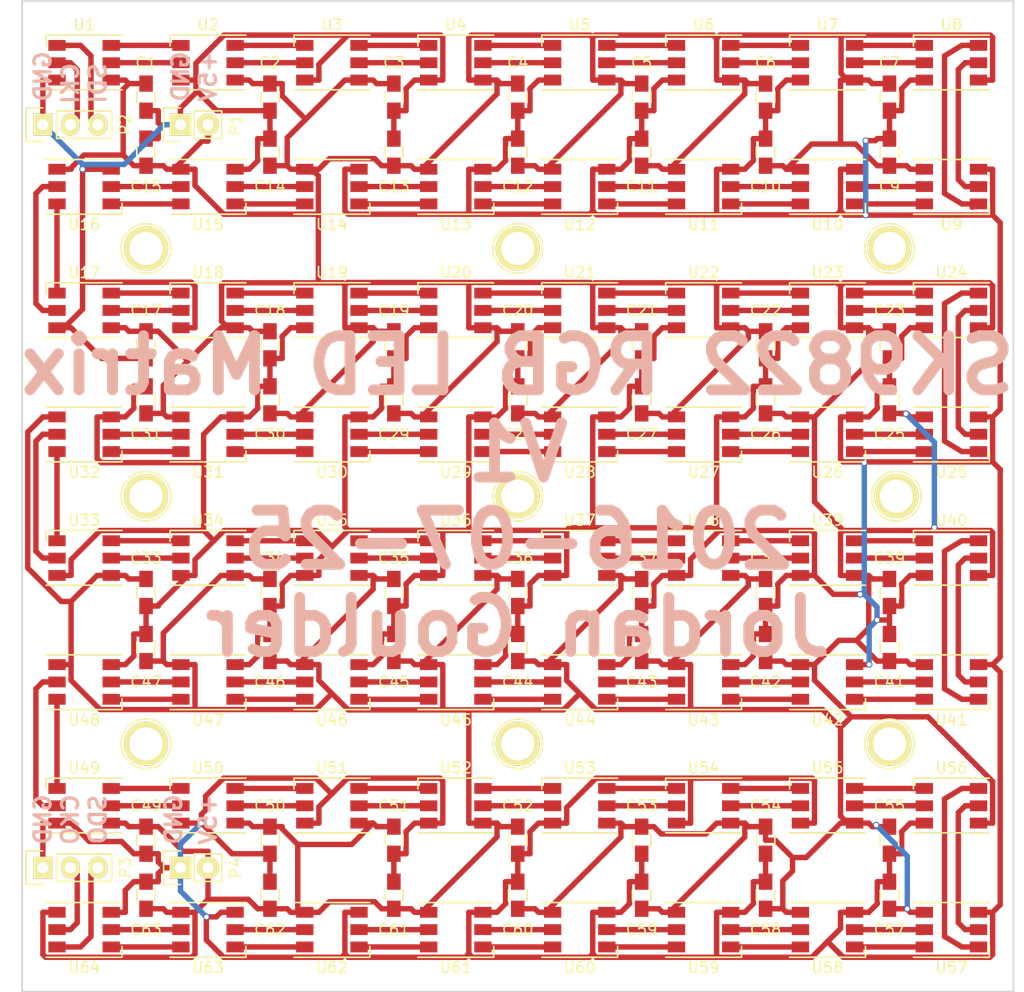
<source format=kicad_pcb>
(kicad_pcb (version 20171130) (host pcbnew "(5.1.12)-1")
  (layers (0 F.Cu signal) (31 B.Cu signal) (34 B.Paste user) (35 F.Paste user) (36 B.SilkS user) (37 F.SilkS user) (38 B.Mask user) (39 F.Mask user) (44 Edge.Cuts user))
  (net 0 "")
  (net 1 GND)
  (net 2 +5V)
  (net 3 /CKI)
  (net 4 /SDI)
  (net 5 /CKO)
  (net 6 /SDO)
  (net 7 "Net-(U1-Pad5)")
  (net 8 "Net-(U1-Pad6)")
  (net 9 "Net-(U2-Pad5)")
  (net 10 "Net-(U2-Pad6)")
  (net 11 "Net-(U3-Pad5)")
  (net 12 "Net-(U3-Pad6)")
  (net 13 "Net-(U4-Pad5)")
  (net 14 "Net-(U4-Pad6)")
  (net 15 "Net-(U5-Pad5)")
  (net 16 "Net-(U5-Pad6)")
  (net 17 "Net-(U6-Pad5)")
  (net 18 "Net-(U6-Pad6)")
  (net 19 "Net-(U7-Pad5)")
  (net 20 "Net-(U7-Pad6)")
  (net 21 /CKO8)
  (net 22 /SDO8)
  (net 23 "Net-(U10-Pad2)")
  (net 24 "Net-(U10-Pad1)")
  (net 25 "Net-(U10-Pad5)")
  (net 26 "Net-(U10-Pad6)")
  (net 27 "Net-(U11-Pad5)")
  (net 28 "Net-(U11-Pad6)")
  (net 29 "Net-(U12-Pad5)")
  (net 30 "Net-(U12-Pad6)")
  (net 31 "Net-(U13-Pad5)")
  (net 32 "Net-(U13-Pad6)")
  (net 33 "Net-(U14-Pad5)")
  (net 34 "Net-(U14-Pad6)")
  (net 35 "Net-(U15-Pad5)")
  (net 36 "Net-(U15-Pad6)")
  (net 37 /CKO16)
  (net 38 /SDO16)
  (net 39 "Net-(U17-Pad5)")
  (net 40 "Net-(U17-Pad6)")
  (net 41 "Net-(U18-Pad5)")
  (net 42 "Net-(U18-Pad6)")
  (net 43 "Net-(U19-Pad5)")
  (net 44 "Net-(U19-Pad6)")
  (net 45 "Net-(U20-Pad5)")
  (net 46 "Net-(U20-Pad6)")
  (net 47 "Net-(U21-Pad5)")
  (net 48 "Net-(U21-Pad6)")
  (net 49 "Net-(U22-Pad5)")
  (net 50 "Net-(U22-Pad6)")
  (net 51 "Net-(U23-Pad5)")
  (net 52 "Net-(U23-Pad6)")
  (net 53 /CKO24)
  (net 54 /SDO24)
  (net 55 "Net-(U25-Pad5)")
  (net 56 "Net-(U25-Pad6)")
  (net 57 "Net-(U26-Pad5)")
  (net 58 "Net-(U26-Pad6)")
  (net 59 "Net-(U27-Pad5)")
  (net 60 "Net-(U27-Pad6)")
  (net 61 "Net-(U28-Pad5)")
  (net 62 "Net-(U28-Pad6)")
  (net 63 "Net-(U29-Pad5)")
  (net 64 "Net-(U29-Pad6)")
  (net 65 "Net-(U30-Pad5)")
  (net 66 "Net-(U30-Pad6)")
  (net 67 "Net-(U31-Pad5)")
  (net 68 "Net-(U31-Pad6)")
  (net 69 /CKO32)
  (net 70 /SDO32)
  (net 71 "Net-(U33-Pad5)")
  (net 72 "Net-(U33-Pad6)")
  (net 73 "Net-(U34-Pad5)")
  (net 74 "Net-(U34-Pad6)")
  (net 75 "Net-(U35-Pad5)")
  (net 76 "Net-(U35-Pad6)")
  (net 77 "Net-(U36-Pad5)")
  (net 78 "Net-(U36-Pad6)")
  (net 79 "Net-(U37-Pad5)")
  (net 80 "Net-(U37-Pad6)")
  (net 81 "Net-(U38-Pad5)")
  (net 82 "Net-(U38-Pad6)")
  (net 83 "Net-(U39-Pad5)")
  (net 84 "Net-(U39-Pad6)")
  (net 85 /CKO40)
  (net 86 /SDO40)
  (net 87 "Net-(U41-Pad5)")
  (net 88 "Net-(U41-Pad6)")
  (net 89 "Net-(U42-Pad5)")
  (net 90 "Net-(U42-Pad6)")
  (net 91 "Net-(U43-Pad5)")
  (net 92 "Net-(U43-Pad6)")
  (net 93 "Net-(U44-Pad5)")
  (net 94 "Net-(U44-Pad6)")
  (net 95 "Net-(U45-Pad5)")
  (net 96 "Net-(U45-Pad6)")
  (net 97 "Net-(U46-Pad5)")
  (net 98 "Net-(U46-Pad6)")
  (net 99 "Net-(U47-Pad5)")
  (net 100 "Net-(U47-Pad6)")
  (net 101 /CKO48)
  (net 102 /SDO48)
  (net 103 "Net-(U49-Pad5)")
  (net 104 "Net-(U49-Pad6)")
  (net 105 "Net-(U50-Pad5)")
  (net 106 "Net-(U50-Pad6)")
  (net 107 "Net-(U51-Pad5)")
  (net 108 "Net-(U51-Pad6)")
  (net 109 "Net-(U52-Pad5)")
  (net 110 "Net-(U52-Pad6)")
  (net 111 "Net-(U53-Pad5)")
  (net 112 "Net-(U53-Pad6)")
  (net 113 "Net-(U54-Pad5)")
  (net 114 "Net-(U54-Pad6)")
  (net 115 "Net-(U55-Pad5)")
  (net 116 "Net-(U55-Pad6)")
  (net 117 /CKO56)
  (net 118 /SDO56)
  (net 119 "Net-(U57-Pad5)")
  (net 120 "Net-(U57-Pad6)")
  (net 121 "Net-(U58-Pad5)")
  (net 122 "Net-(U58-Pad6)")
  (net 123 "Net-(U59-Pad5)")
  (net 124 "Net-(U59-Pad6)")
  (net 125 "Net-(U60-Pad5)")
  (net 126 "Net-(U60-Pad6)")
  (net 127 "Net-(U61-Pad5)")
  (net 128 "Net-(U61-Pad6)")
  (net 129 "Net-(U62-Pad5)")
  (net 130 "Net-(U62-Pad6)")
  (net 131 "Net-(U63-Pad5)")
  (net 132 "Net-(U63-Pad6)")
  (module Pin_Headers:Pin_Header_Straight_1x02 (layer F.Cu) (at 118.11 60.325 90)
    (fp_text reference P1 (at 0 5.08 90) (layer F.SilkS))
    (fp_text value "PWR IN")
    (pad 1 thru_hole rect (at 0 0 90) (size 2.032 2.032) (drill 1.016) (layers *.Cu *.Mask F.SilkS) (net 1 GND))
    (pad 2 thru_hole oval (at 0 2.54 90) (size 2.032 2.032) (drill 1.016) (layers *.Cu *.Mask F.SilkS) (net 2 +5V))
  )
  (module Pin_Headers:Pin_Header_Straight_1x03 (layer F.Cu) (at 105.41 60.325 90)
    (fp_text reference P2 (at 0 7.62 90) (layer F.SilkS))
    (fp_text value "DATA IN")
    (pad 1 thru_hole rect (at 0 0 90) (size 2.032 1.7272) (drill 1.016) (layers *.Cu *.Mask F.SilkS) (net 1 GND))
    (pad 2 thru_hole oval (at 0 2.54 90) (size 2.032 1.7272) (drill 1.016) (layers *.Cu *.Mask F.SilkS) (net 3 /CKI))
    (pad 3 thru_hole oval (at 0 5.08 90) (size 2.032 1.7272) (drill 1.016) (layers *.Cu *.Mask F.SilkS) (net 4 /SDI))
  )
  (module Pin_Headers:Pin_Header_Straight_1x03 (layer F.Cu) (at 105.41 128.905 90)
    (fp_text reference P3 (at 0 7.62 270) (layer F.SilkS))
    (fp_text value "DATA OUT")
    (pad 1 thru_hole rect (at 0 0 90) (size 2.032 1.7272) (drill 1.016) (layers *.Cu *.Mask F.SilkS) (net 1 GND))
    (pad 2 thru_hole oval (at 0 2.54 90) (size 2.032 1.7272) (drill 1.016) (layers *.Cu *.Mask F.SilkS) (net 5 /CKO))
    (pad 3 thru_hole oval (at 0 5.08 90) (size 2.032 1.7272) (drill 1.016) (layers *.Cu *.Mask F.SilkS) (net 6 /SDO))
  )
  (module LEDs:LED_WS2812-PLCC6 (layer F.Cu) (at 109.22 54.61)
    (fp_text reference U1 (at 0 -3.5) (layer F.SilkS))
    (fp_text value SK9822)
    (pad 4 smd rect (at 2.5 1.6) (size 1.6 1) (layers F.Cu F.Paste F.Mask) (net 2 +5V))
    (pad 5 smd rect (at 2.5 0) (size 1.6 1) (layers F.Cu F.Paste F.Mask) (net 7 "Net-(U1-Pad5)"))
    (pad 6 smd rect (at 2.5 -1.6) (size 1.6 1) (layers F.Cu F.Paste F.Mask) (net 8 "Net-(U1-Pad6)"))
    (pad 3 smd rect (at -2.5 1.6) (size 1.6 1) (layers F.Cu F.Paste F.Mask) (net 1 GND))
    (pad 2 smd rect (at -2.5 0) (size 1.6 1) (layers F.Cu F.Paste F.Mask) (net 3 /CKI))
    (pad 1 smd rect (at -2.5 -1.6) (size 1.6 1) (layers F.Cu F.Paste F.Mask) (net 4 /SDI))
  )
  (module LEDs:LED_WS2812-PLCC6 (layer F.Cu) (at 120.65 54.61)
    (fp_text reference U2 (at 0 -3.5) (layer F.SilkS))
    (fp_text value SK9822)
    (pad 4 smd rect (at 2.5 1.6) (size 1.6 1) (layers F.Cu F.Paste F.Mask) (net 2 +5V))
    (pad 5 smd rect (at 2.5 0) (size 1.6 1) (layers F.Cu F.Paste F.Mask) (net 9 "Net-(U2-Pad5)"))
    (pad 6 smd rect (at 2.5 -1.6) (size 1.6 1) (layers F.Cu F.Paste F.Mask) (net 10 "Net-(U2-Pad6)"))
    (pad 3 smd rect (at -2.5 1.6) (size 1.6 1) (layers F.Cu F.Paste F.Mask) (net 1 GND))
    (pad 2 smd rect (at -2.5 0) (size 1.6 1) (layers F.Cu F.Paste F.Mask) (net 7 "Net-(U1-Pad5)"))
    (pad 1 smd rect (at -2.5 -1.6) (size 1.6 1) (layers F.Cu F.Paste F.Mask) (net 8 "Net-(U1-Pad6)"))
  )
  (module LEDs:LED_WS2812-PLCC6 (layer F.Cu) (at 132.08 54.61)
    (fp_text reference U3 (at 0 -3.5) (layer F.SilkS))
    (fp_text value SK9822)
    (pad 4 smd rect (at 2.5 1.6) (size 1.6 1) (layers F.Cu F.Paste F.Mask) (net 2 +5V))
    (pad 5 smd rect (at 2.5 0) (size 1.6 1) (layers F.Cu F.Paste F.Mask) (net 11 "Net-(U3-Pad5)"))
    (pad 6 smd rect (at 2.5 -1.6) (size 1.6 1) (layers F.Cu F.Paste F.Mask) (net 12 "Net-(U3-Pad6)"))
    (pad 3 smd rect (at -2.5 1.6) (size 1.6 1) (layers F.Cu F.Paste F.Mask) (net 1 GND))
    (pad 2 smd rect (at -2.5 0) (size 1.6 1) (layers F.Cu F.Paste F.Mask) (net 9 "Net-(U2-Pad5)"))
    (pad 1 smd rect (at -2.5 -1.6) (size 1.6 1) (layers F.Cu F.Paste F.Mask) (net 10 "Net-(U2-Pad6)"))
  )
  (module LEDs:LED_WS2812-PLCC6 (layer F.Cu) (at 143.51 54.61)
    (fp_text reference U4 (at 0 -3.5) (layer F.SilkS))
    (fp_text value SK9822)
    (pad 4 smd rect (at 2.5 1.6) (size 1.6 1) (layers F.Cu F.Paste F.Mask) (net 2 +5V))
    (pad 5 smd rect (at 2.5 0) (size 1.6 1) (layers F.Cu F.Paste F.Mask) (net 13 "Net-(U4-Pad5)"))
    (pad 6 smd rect (at 2.5 -1.6) (size 1.6 1) (layers F.Cu F.Paste F.Mask) (net 14 "Net-(U4-Pad6)"))
    (pad 3 smd rect (at -2.5 1.6) (size 1.6 1) (layers F.Cu F.Paste F.Mask) (net 1 GND))
    (pad 2 smd rect (at -2.5 0) (size 1.6 1) (layers F.Cu F.Paste F.Mask) (net 11 "Net-(U3-Pad5)"))
    (pad 1 smd rect (at -2.5 -1.6) (size 1.6 1) (layers F.Cu F.Paste F.Mask) (net 12 "Net-(U3-Pad6)"))
  )
  (module LEDs:LED_WS2812-PLCC6 (layer F.Cu) (at 154.94 54.61)
    (fp_text reference U5 (at 0 -3.5) (layer F.SilkS))
    (fp_text value SK9822)
    (pad 4 smd rect (at 2.5 1.6) (size 1.6 1) (layers F.Cu F.Paste F.Mask) (net 2 +5V))
    (pad 5 smd rect (at 2.5 0) (size 1.6 1) (layers F.Cu F.Paste F.Mask) (net 15 "Net-(U5-Pad5)"))
    (pad 6 smd rect (at 2.5 -1.6) (size 1.6 1) (layers F.Cu F.Paste F.Mask) (net 16 "Net-(U5-Pad6)"))
    (pad 3 smd rect (at -2.5 1.6) (size 1.6 1) (layers F.Cu F.Paste F.Mask) (net 1 GND))
    (pad 2 smd rect (at -2.5 0) (size 1.6 1) (layers F.Cu F.Paste F.Mask) (net 13 "Net-(U4-Pad5)"))
    (pad 1 smd rect (at -2.5 -1.6) (size 1.6 1) (layers F.Cu F.Paste F.Mask) (net 14 "Net-(U4-Pad6)"))
  )
  (module LEDs:LED_WS2812-PLCC6 (layer F.Cu) (at 166.37 54.61)
    (fp_text reference U6 (at 0 -3.5) (layer F.SilkS))
    (fp_text value SK9822)
    (pad 4 smd rect (at 2.5 1.6) (size 1.6 1) (layers F.Cu F.Paste F.Mask) (net 2 +5V))
    (pad 5 smd rect (at 2.5 0) (size 1.6 1) (layers F.Cu F.Paste F.Mask) (net 17 "Net-(U6-Pad5)"))
    (pad 6 smd rect (at 2.5 -1.6) (size 1.6 1) (layers F.Cu F.Paste F.Mask) (net 18 "Net-(U6-Pad6)"))
    (pad 3 smd rect (at -2.5 1.6) (size 1.6 1) (layers F.Cu F.Paste F.Mask) (net 1 GND))
    (pad 2 smd rect (at -2.5 0) (size 1.6 1) (layers F.Cu F.Paste F.Mask) (net 15 "Net-(U5-Pad5)"))
    (pad 1 smd rect (at -2.5 -1.6) (size 1.6 1) (layers F.Cu F.Paste F.Mask) (net 16 "Net-(U5-Pad6)"))
  )
  (module LEDs:LED_WS2812-PLCC6 (layer F.Cu) (at 177.8 54.61)
    (fp_text reference U7 (at 0 -3.5) (layer F.SilkS))
    (fp_text value SK9822)
    (pad 4 smd rect (at 2.5 1.6) (size 1.6 1) (layers F.Cu F.Paste F.Mask) (net 2 +5V))
    (pad 5 smd rect (at 2.5 0) (size 1.6 1) (layers F.Cu F.Paste F.Mask) (net 19 "Net-(U7-Pad5)"))
    (pad 6 smd rect (at 2.5 -1.6) (size 1.6 1) (layers F.Cu F.Paste F.Mask) (net 20 "Net-(U7-Pad6)"))
    (pad 3 smd rect (at -2.5 1.6) (size 1.6 1) (layers F.Cu F.Paste F.Mask) (net 1 GND))
    (pad 2 smd rect (at -2.5 0) (size 1.6 1) (layers F.Cu F.Paste F.Mask) (net 17 "Net-(U6-Pad5)"))
    (pad 1 smd rect (at -2.5 -1.6) (size 1.6 1) (layers F.Cu F.Paste F.Mask) (net 18 "Net-(U6-Pad6)"))
  )
  (module LEDs:LED_WS2812-PLCC6 (layer F.Cu) (at 189.23 54.61)
    (fp_text reference U8 (at 0 -3.5) (layer F.SilkS))
    (fp_text value SK9822)
    (pad 4 smd rect (at 2.5 1.6) (size 1.6 1) (layers F.Cu F.Paste F.Mask) (net 2 +5V))
    (pad 5 smd rect (at 2.5 0) (size 1.6 1) (layers F.Cu F.Paste F.Mask) (net 21 /CKO8))
    (pad 6 smd rect (at 2.5 -1.6) (size 1.6 1) (layers F.Cu F.Paste F.Mask) (net 22 /SDO8))
    (pad 3 smd rect (at -2.5 1.6) (size 1.6 1) (layers F.Cu F.Paste F.Mask) (net 1 GND))
    (pad 2 smd rect (at -2.5 0) (size 1.6 1) (layers F.Cu F.Paste F.Mask) (net 19 "Net-(U7-Pad5)"))
    (pad 1 smd rect (at -2.5 -1.6) (size 1.6 1) (layers F.Cu F.Paste F.Mask) (net 20 "Net-(U7-Pad6)"))
  )
  (module LEDs:LED_WS2812-PLCC6 (layer F.Cu) (at 189.23 66.04 180)
    (fp_text reference U9 (at 0 -3.5 180) (layer F.SilkS))
    (fp_text value SK9822)
    (pad 4 smd rect (at 2.5 1.6 180) (size 1.6 1) (layers F.Cu F.Paste F.Mask) (net 2 +5V))
    (pad 5 smd rect (at 2.5 0 180) (size 1.6 1) (layers F.Cu F.Paste F.Mask) (net 23 "Net-(U10-Pad2)"))
    (pad 6 smd rect (at 2.5 -1.6 180) (size 1.6 1) (layers F.Cu F.Paste F.Mask) (net 24 "Net-(U10-Pad1)"))
    (pad 3 smd rect (at -2.5 1.6 180) (size 1.6 1) (layers F.Cu F.Paste F.Mask) (net 1 GND))
    (pad 2 smd rect (at -2.5 0 180) (size 1.6 1) (layers F.Cu F.Paste F.Mask) (net 21 /CKO8))
    (pad 1 smd rect (at -2.5 -1.6 180) (size 1.6 1) (layers F.Cu F.Paste F.Mask) (net 22 /SDO8))
  )
  (module LEDs:LED_WS2812-PLCC6 (layer F.Cu) (at 177.8 66.04 180)
    (fp_text reference U10 (at 0 -3.5 180) (layer F.SilkS))
    (fp_text value SK9822)
    (pad 4 smd rect (at 2.5 1.6 180) (size 1.6 1) (layers F.Cu F.Paste F.Mask) (net 2 +5V))
    (pad 5 smd rect (at 2.5 0 180) (size 1.6 1) (layers F.Cu F.Paste F.Mask) (net 25 "Net-(U10-Pad5)"))
    (pad 6 smd rect (at 2.5 -1.6 180) (size 1.6 1) (layers F.Cu F.Paste F.Mask) (net 26 "Net-(U10-Pad6)"))
    (pad 3 smd rect (at -2.5 1.6 180) (size 1.6 1) (layers F.Cu F.Paste F.Mask) (net 1 GND))
    (pad 2 smd rect (at -2.5 0 180) (size 1.6 1) (layers F.Cu F.Paste F.Mask) (net 23 "Net-(U10-Pad2)"))
    (pad 1 smd rect (at -2.5 -1.6 180) (size 1.6 1) (layers F.Cu F.Paste F.Mask) (net 24 "Net-(U10-Pad1)"))
  )
  (module LEDs:LED_WS2812-PLCC6 (layer F.Cu) (at 166.37 66.04 180)
    (fp_text reference U11 (at 0 -3.5 180) (layer F.SilkS))
    (fp_text value SK9822)
    (pad 4 smd rect (at 2.5 1.6 180) (size 1.6 1) (layers F.Cu F.Paste F.Mask) (net 2 +5V))
    (pad 5 smd rect (at 2.5 0 180) (size 1.6 1) (layers F.Cu F.Paste F.Mask) (net 27 "Net-(U11-Pad5)"))
    (pad 6 smd rect (at 2.5 -1.6 180) (size 1.6 1) (layers F.Cu F.Paste F.Mask) (net 28 "Net-(U11-Pad6)"))
    (pad 3 smd rect (at -2.5 1.6 180) (size 1.6 1) (layers F.Cu F.Paste F.Mask) (net 1 GND))
    (pad 2 smd rect (at -2.5 0 180) (size 1.6 1) (layers F.Cu F.Paste F.Mask) (net 25 "Net-(U10-Pad5)"))
    (pad 1 smd rect (at -2.5 -1.6 180) (size 1.6 1) (layers F.Cu F.Paste F.Mask) (net 26 "Net-(U10-Pad6)"))
  )
  (module LEDs:LED_WS2812-PLCC6 (layer F.Cu) (at 154.94 66.04 180)
    (fp_text reference U12 (at 0 -3.5 180) (layer F.SilkS))
    (fp_text value SK9822)
    (pad 4 smd rect (at 2.5 1.6 180) (size 1.6 1) (layers F.Cu F.Paste F.Mask) (net 2 +5V))
    (pad 5 smd rect (at 2.5 0 180) (size 1.6 1) (layers F.Cu F.Paste F.Mask) (net 29 "Net-(U12-Pad5)"))
    (pad 6 smd rect (at 2.5 -1.6 180) (size 1.6 1) (layers F.Cu F.Paste F.Mask) (net 30 "Net-(U12-Pad6)"))
    (pad 3 smd rect (at -2.5 1.6 180) (size 1.6 1) (layers F.Cu F.Paste F.Mask) (net 1 GND))
    (pad 2 smd rect (at -2.5 0 180) (size 1.6 1) (layers F.Cu F.Paste F.Mask) (net 27 "Net-(U11-Pad5)"))
    (pad 1 smd rect (at -2.5 -1.6 180) (size 1.6 1) (layers F.Cu F.Paste F.Mask) (net 28 "Net-(U11-Pad6)"))
  )
  (module LEDs:LED_WS2812-PLCC6 (layer F.Cu) (at 143.51 66.04 180)
    (fp_text reference U13 (at 0 -3.5 180) (layer F.SilkS))
    (fp_text value SK9822)
    (pad 4 smd rect (at 2.5 1.6 180) (size 1.6 1) (layers F.Cu F.Paste F.Mask) (net 2 +5V))
    (pad 5 smd rect (at 2.5 0 180) (size 1.6 1) (layers F.Cu F.Paste F.Mask) (net 31 "Net-(U13-Pad5)"))
    (pad 6 smd rect (at 2.5 -1.6 180) (size 1.6 1) (layers F.Cu F.Paste F.Mask) (net 32 "Net-(U13-Pad6)"))
    (pad 3 smd rect (at -2.5 1.6 180) (size 1.6 1) (layers F.Cu F.Paste F.Mask) (net 1 GND))
    (pad 2 smd rect (at -2.5 0 180) (size 1.6 1) (layers F.Cu F.Paste F.Mask) (net 29 "Net-(U12-Pad5)"))
    (pad 1 smd rect (at -2.5 -1.6 180) (size 1.6 1) (layers F.Cu F.Paste F.Mask) (net 30 "Net-(U12-Pad6)"))
  )
  (module LEDs:LED_WS2812-PLCC6 (layer F.Cu) (at 132.08 66.04 180)
    (fp_text reference U14 (at 0 -3.5 180) (layer F.SilkS))
    (fp_text value SK9822)
    (pad 4 smd rect (at 2.5 1.6 180) (size 1.6 1) (layers F.Cu F.Paste F.Mask) (net 2 +5V))
    (pad 5 smd rect (at 2.5 0 180) (size 1.6 1) (layers F.Cu F.Paste F.Mask) (net 33 "Net-(U14-Pad5)"))
    (pad 6 smd rect (at 2.5 -1.6 180) (size 1.6 1) (layers F.Cu F.Paste F.Mask) (net 34 "Net-(U14-Pad6)"))
    (pad 3 smd rect (at -2.5 1.6 180) (size 1.6 1) (layers F.Cu F.Paste F.Mask) (net 1 GND))
    (pad 2 smd rect (at -2.5 0 180) (size 1.6 1) (layers F.Cu F.Paste F.Mask) (net 31 "Net-(U13-Pad5)"))
    (pad 1 smd rect (at -2.5 -1.6 180) (size 1.6 1) (layers F.Cu F.Paste F.Mask) (net 32 "Net-(U13-Pad6)"))
  )
  (module LEDs:LED_WS2812-PLCC6 (layer F.Cu) (at 120.65 66.04 180)
    (fp_text reference U15 (at 0 -3.5 180) (layer F.SilkS))
    (fp_text value SK9822)
    (pad 4 smd rect (at 2.5 1.6 180) (size 1.6 1) (layers F.Cu F.Paste F.Mask) (net 2 +5V))
    (pad 5 smd rect (at 2.5 0 180) (size 1.6 1) (layers F.Cu F.Paste F.Mask) (net 35 "Net-(U15-Pad5)"))
    (pad 6 smd rect (at 2.5 -1.6 180) (size 1.6 1) (layers F.Cu F.Paste F.Mask) (net 36 "Net-(U15-Pad6)"))
    (pad 3 smd rect (at -2.5 1.6 180) (size 1.6 1) (layers F.Cu F.Paste F.Mask) (net 1 GND))
    (pad 2 smd rect (at -2.5 0 180) (size 1.6 1) (layers F.Cu F.Paste F.Mask) (net 33 "Net-(U14-Pad5)"))
    (pad 1 smd rect (at -2.5 -1.6 180) (size 1.6 1) (layers F.Cu F.Paste F.Mask) (net 34 "Net-(U14-Pad6)"))
  )
  (module LEDs:LED_WS2812-PLCC6 (layer F.Cu) (at 109.22 66.04 180)
    (fp_text reference U16 (at 0 -3.5 180) (layer F.SilkS))
    (fp_text value SK9822)
    (pad 4 smd rect (at 2.5 1.6 180) (size 1.6 1) (layers F.Cu F.Paste F.Mask) (net 2 +5V))
    (pad 5 smd rect (at 2.5 0 180) (size 1.6 1) (layers F.Cu F.Paste F.Mask) (net 37 /CKO16))
    (pad 6 smd rect (at 2.5 -1.6 180) (size 1.6 1) (layers F.Cu F.Paste F.Mask) (net 38 /SDO16))
    (pad 3 smd rect (at -2.5 1.6 180) (size 1.6 1) (layers F.Cu F.Paste F.Mask) (net 1 GND))
    (pad 2 smd rect (at -2.5 0 180) (size 1.6 1) (layers F.Cu F.Paste F.Mask) (net 35 "Net-(U15-Pad5)"))
    (pad 1 smd rect (at -2.5 -1.6 180) (size 1.6 1) (layers F.Cu F.Paste F.Mask) (net 36 "Net-(U15-Pad6)"))
  )
  (module LEDs:LED_WS2812-PLCC6 (layer F.Cu) (at 109.22 77.47)
    (fp_text reference U17 (at 0 -3.5) (layer F.SilkS))
    (fp_text value SK9822)
    (pad 4 smd rect (at 2.5 1.6) (size 1.6 1) (layers F.Cu F.Paste F.Mask) (net 2 +5V))
    (pad 5 smd rect (at 2.5 0) (size 1.6 1) (layers F.Cu F.Paste F.Mask) (net 39 "Net-(U17-Pad5)"))
    (pad 6 smd rect (at 2.5 -1.6) (size 1.6 1) (layers F.Cu F.Paste F.Mask) (net 40 "Net-(U17-Pad6)"))
    (pad 3 smd rect (at -2.5 1.6) (size 1.6 1) (layers F.Cu F.Paste F.Mask) (net 1 GND))
    (pad 2 smd rect (at -2.5 0) (size 1.6 1) (layers F.Cu F.Paste F.Mask) (net 37 /CKO16))
    (pad 1 smd rect (at -2.5 -1.6) (size 1.6 1) (layers F.Cu F.Paste F.Mask) (net 38 /SDO16))
  )
  (module LEDs:LED_WS2812-PLCC6 (layer F.Cu) (at 120.65 77.47)
    (fp_text reference U18 (at 0 -3.5) (layer F.SilkS))
    (fp_text value SK9822)
    (pad 4 smd rect (at 2.5 1.6) (size 1.6 1) (layers F.Cu F.Paste F.Mask) (net 2 +5V))
    (pad 5 smd rect (at 2.5 0) (size 1.6 1) (layers F.Cu F.Paste F.Mask) (net 41 "Net-(U18-Pad5)"))
    (pad 6 smd rect (at 2.5 -1.6) (size 1.6 1) (layers F.Cu F.Paste F.Mask) (net 42 "Net-(U18-Pad6)"))
    (pad 3 smd rect (at -2.5 1.6) (size 1.6 1) (layers F.Cu F.Paste F.Mask) (net 1 GND))
    (pad 2 smd rect (at -2.5 0) (size 1.6 1) (layers F.Cu F.Paste F.Mask) (net 39 "Net-(U17-Pad5)"))
    (pad 1 smd rect (at -2.5 -1.6) (size 1.6 1) (layers F.Cu F.Paste F.Mask) (net 40 "Net-(U17-Pad6)"))
  )
  (module LEDs:LED_WS2812-PLCC6 (layer F.Cu) (at 132.08 77.47)
    (fp_text reference U19 (at 0 -3.5) (layer F.SilkS))
    (fp_text value SK9822)
    (pad 4 smd rect (at 2.5 1.6) (size 1.6 1) (layers F.Cu F.Paste F.Mask) (net 2 +5V))
    (pad 5 smd rect (at 2.5 0) (size 1.6 1) (layers F.Cu F.Paste F.Mask) (net 43 "Net-(U19-Pad5)"))
    (pad 6 smd rect (at 2.5 -1.6) (size 1.6 1) (layers F.Cu F.Paste F.Mask) (net 44 "Net-(U19-Pad6)"))
    (pad 3 smd rect (at -2.5 1.6) (size 1.6 1) (layers F.Cu F.Paste F.Mask) (net 1 GND))
    (pad 2 smd rect (at -2.5 0) (size 1.6 1) (layers F.Cu F.Paste F.Mask) (net 41 "Net-(U18-Pad5)"))
    (pad 1 smd rect (at -2.5 -1.6) (size 1.6 1) (layers F.Cu F.Paste F.Mask) (net 42 "Net-(U18-Pad6)"))
  )
  (module LEDs:LED_WS2812-PLCC6 (layer F.Cu) (at 143.51 77.47)
    (fp_text reference U20 (at 0 -3.5) (layer F.SilkS))
    (fp_text value SK9822)
    (pad 4 smd rect (at 2.5 1.6) (size 1.6 1) (layers F.Cu F.Paste F.Mask) (net 2 +5V))
    (pad 5 smd rect (at 2.5 0) (size 1.6 1) (layers F.Cu F.Paste F.Mask) (net 45 "Net-(U20-Pad5)"))
    (pad 6 smd rect (at 2.5 -1.6) (size 1.6 1) (layers F.Cu F.Paste F.Mask) (net 46 "Net-(U20-Pad6)"))
    (pad 3 smd rect (at -2.5 1.6) (size 1.6 1) (layers F.Cu F.Paste F.Mask) (net 1 GND))
    (pad 2 smd rect (at -2.5 0) (size 1.6 1) (layers F.Cu F.Paste F.Mask) (net 43 "Net-(U19-Pad5)"))
    (pad 1 smd rect (at -2.5 -1.6) (size 1.6 1) (layers F.Cu F.Paste F.Mask) (net 44 "Net-(U19-Pad6)"))
  )
  (module LEDs:LED_WS2812-PLCC6 (layer F.Cu) (at 154.94 77.47)
    (fp_text reference U21 (at 0 -3.5) (layer F.SilkS))
    (fp_text value SK9822)
    (pad 4 smd rect (at 2.5 1.6) (size 1.6 1) (layers F.Cu F.Paste F.Mask) (net 2 +5V))
    (pad 5 smd rect (at 2.5 0) (size 1.6 1) (layers F.Cu F.Paste F.Mask) (net 47 "Net-(U21-Pad5)"))
    (pad 6 smd rect (at 2.5 -1.6) (size 1.6 1) (layers F.Cu F.Paste F.Mask) (net 48 "Net-(U21-Pad6)"))
    (pad 3 smd rect (at -2.5 1.6) (size 1.6 1) (layers F.Cu F.Paste F.Mask) (net 1 GND))
    (pad 2 smd rect (at -2.5 0) (size 1.6 1) (layers F.Cu F.Paste F.Mask) (net 45 "Net-(U20-Pad5)"))
    (pad 1 smd rect (at -2.5 -1.6) (size 1.6 1) (layers F.Cu F.Paste F.Mask) (net 46 "Net-(U20-Pad6)"))
  )
  (module LEDs:LED_WS2812-PLCC6 (layer F.Cu) (at 166.37 77.47)
    (fp_text reference U22 (at 0 -3.5) (layer F.SilkS))
    (fp_text value SK9822)
    (pad 4 smd rect (at 2.5 1.6) (size 1.6 1) (layers F.Cu F.Paste F.Mask) (net 2 +5V))
    (pad 5 smd rect (at 2.5 0) (size 1.6 1) (layers F.Cu F.Paste F.Mask) (net 49 "Net-(U22-Pad5)"))
    (pad 6 smd rect (at 2.5 -1.6) (size 1.6 1) (layers F.Cu F.Paste F.Mask) (net 50 "Net-(U22-Pad6)"))
    (pad 3 smd rect (at -2.5 1.6) (size 1.6 1) (layers F.Cu F.Paste F.Mask) (net 1 GND))
    (pad 2 smd rect (at -2.5 0) (size 1.6 1) (layers F.Cu F.Paste F.Mask) (net 47 "Net-(U21-Pad5)"))
    (pad 1 smd rect (at -2.5 -1.6) (size 1.6 1) (layers F.Cu F.Paste F.Mask) (net 48 "Net-(U21-Pad6)"))
  )
  (module LEDs:LED_WS2812-PLCC6 (layer F.Cu) (at 177.8 77.47)
    (fp_text reference U23 (at 0 -3.5) (layer F.SilkS))
    (fp_text value SK9822)
    (pad 4 smd rect (at 2.5 1.6) (size 1.6 1) (layers F.Cu F.Paste F.Mask) (net 2 +5V))
    (pad 5 smd rect (at 2.5 0) (size 1.6 1) (layers F.Cu F.Paste F.Mask) (net 51 "Net-(U23-Pad5)"))
    (pad 6 smd rect (at 2.5 -1.6) (size 1.6 1) (layers F.Cu F.Paste F.Mask) (net 52 "Net-(U23-Pad6)"))
    (pad 3 smd rect (at -2.5 1.6) (size 1.6 1) (layers F.Cu F.Paste F.Mask) (net 1 GND))
    (pad 2 smd rect (at -2.5 0) (size 1.6 1) (layers F.Cu F.Paste F.Mask) (net 49 "Net-(U22-Pad5)"))
    (pad 1 smd rect (at -2.5 -1.6) (size 1.6 1) (layers F.Cu F.Paste F.Mask) (net 50 "Net-(U22-Pad6)"))
  )
  (module LEDs:LED_WS2812-PLCC6 (layer F.Cu) (at 189.23 77.47)
    (fp_text reference U24 (at 0 -3.5) (layer F.SilkS))
    (fp_text value SK9822)
    (pad 4 smd rect (at 2.5 1.6) (size 1.6 1) (layers F.Cu F.Paste F.Mask) (net 2 +5V))
    (pad 5 smd rect (at 2.5 0) (size 1.6 1) (layers F.Cu F.Paste F.Mask) (net 53 /CKO24))
    (pad 6 smd rect (at 2.5 -1.6) (size 1.6 1) (layers F.Cu F.Paste F.Mask) (net 54 /SDO24))
    (pad 3 smd rect (at -2.5 1.6) (size 1.6 1) (layers F.Cu F.Paste F.Mask) (net 1 GND))
    (pad 2 smd rect (at -2.5 0) (size 1.6 1) (layers F.Cu F.Paste F.Mask) (net 51 "Net-(U23-Pad5)"))
    (pad 1 smd rect (at -2.5 -1.6) (size 1.6 1) (layers F.Cu F.Paste F.Mask) (net 52 "Net-(U23-Pad6)"))
  )
  (module LEDs:LED_WS2812-PLCC6 (layer F.Cu) (at 189.23 88.9 180)
    (fp_text reference U25 (at 0 -3.5 180) (layer F.SilkS))
    (fp_text value SK9822)
    (pad 4 smd rect (at 2.5 1.6 180) (size 1.6 1) (layers F.Cu F.Paste F.Mask) (net 2 +5V))
    (pad 5 smd rect (at 2.5 0 180) (size 1.6 1) (layers F.Cu F.Paste F.Mask) (net 55 "Net-(U25-Pad5)"))
    (pad 6 smd rect (at 2.5 -1.6 180) (size 1.6 1) (layers F.Cu F.Paste F.Mask) (net 56 "Net-(U25-Pad6)"))
    (pad 3 smd rect (at -2.5 1.6 180) (size 1.6 1) (layers F.Cu F.Paste F.Mask) (net 1 GND))
    (pad 2 smd rect (at -2.5 0 180) (size 1.6 1) (layers F.Cu F.Paste F.Mask) (net 53 /CKO24))
    (pad 1 smd rect (at -2.5 -1.6 180) (size 1.6 1) (layers F.Cu F.Paste F.Mask) (net 54 /SDO24))
  )
  (module LEDs:LED_WS2812-PLCC6 (layer F.Cu) (at 177.8 88.9 180)
    (fp_text reference U26 (at 0 -3.5 180) (layer F.SilkS))
    (fp_text value SK9822)
    (pad 4 smd rect (at 2.5 1.6 180) (size 1.6 1) (layers F.Cu F.Paste F.Mask) (net 2 +5V))
    (pad 5 smd rect (at 2.5 0 180) (size 1.6 1) (layers F.Cu F.Paste F.Mask) (net 57 "Net-(U26-Pad5)"))
    (pad 6 smd rect (at 2.5 -1.6 180) (size 1.6 1) (layers F.Cu F.Paste F.Mask) (net 58 "Net-(U26-Pad6)"))
    (pad 3 smd rect (at -2.5 1.6 180) (size 1.6 1) (layers F.Cu F.Paste F.Mask) (net 1 GND))
    (pad 2 smd rect (at -2.5 0 180) (size 1.6 1) (layers F.Cu F.Paste F.Mask) (net 55 "Net-(U25-Pad5)"))
    (pad 1 smd rect (at -2.5 -1.6 180) (size 1.6 1) (layers F.Cu F.Paste F.Mask) (net 56 "Net-(U25-Pad6)"))
  )
  (module LEDs:LED_WS2812-PLCC6 (layer F.Cu) (at 166.37 88.9 180)
    (fp_text reference U27 (at 0 -3.5 180) (layer F.SilkS))
    (fp_text value SK9822)
    (pad 4 smd rect (at 2.5 1.6 180) (size 1.6 1) (layers F.Cu F.Paste F.Mask) (net 2 +5V))
    (pad 5 smd rect (at 2.5 0 180) (size 1.6 1) (layers F.Cu F.Paste F.Mask) (net 59 "Net-(U27-Pad5)"))
    (pad 6 smd rect (at 2.5 -1.6 180) (size 1.6 1) (layers F.Cu F.Paste F.Mask) (net 60 "Net-(U27-Pad6)"))
    (pad 3 smd rect (at -2.5 1.6 180) (size 1.6 1) (layers F.Cu F.Paste F.Mask) (net 1 GND))
    (pad 2 smd rect (at -2.5 0 180) (size 1.6 1) (layers F.Cu F.Paste F.Mask) (net 57 "Net-(U26-Pad5)"))
    (pad 1 smd rect (at -2.5 -1.6 180) (size 1.6 1) (layers F.Cu F.Paste F.Mask) (net 58 "Net-(U26-Pad6)"))
  )
  (module LEDs:LED_WS2812-PLCC6 (layer F.Cu) (at 154.94 88.9 180)
    (fp_text reference U28 (at 0 -3.5 180) (layer F.SilkS))
    (fp_text value SK9822)
    (pad 4 smd rect (at 2.5 1.6 180) (size 1.6 1) (layers F.Cu F.Paste F.Mask) (net 2 +5V))
    (pad 5 smd rect (at 2.5 0 180) (size 1.6 1) (layers F.Cu F.Paste F.Mask) (net 61 "Net-(U28-Pad5)"))
    (pad 6 smd rect (at 2.5 -1.6 180) (size 1.6 1) (layers F.Cu F.Paste F.Mask) (net 62 "Net-(U28-Pad6)"))
    (pad 3 smd rect (at -2.5 1.6 180) (size 1.6 1) (layers F.Cu F.Paste F.Mask) (net 1 GND))
    (pad 2 smd rect (at -2.5 0 180) (size 1.6 1) (layers F.Cu F.Paste F.Mask) (net 59 "Net-(U27-Pad5)"))
    (pad 1 smd rect (at -2.5 -1.6 180) (size 1.6 1) (layers F.Cu F.Paste F.Mask) (net 60 "Net-(U27-Pad6)"))
  )
  (module LEDs:LED_WS2812-PLCC6 (layer F.Cu) (at 143.51 88.9 180)
    (fp_text reference U29 (at 0 -3.5 180) (layer F.SilkS))
    (fp_text value SK9822)
    (pad 4 smd rect (at 2.5 1.6 180) (size 1.6 1) (layers F.Cu F.Paste F.Mask) (net 2 +5V))
    (pad 5 smd rect (at 2.5 0 180) (size 1.6 1) (layers F.Cu F.Paste F.Mask) (net 63 "Net-(U29-Pad5)"))
    (pad 6 smd rect (at 2.5 -1.6 180) (size 1.6 1) (layers F.Cu F.Paste F.Mask) (net 64 "Net-(U29-Pad6)"))
    (pad 3 smd rect (at -2.5 1.6 180) (size 1.6 1) (layers F.Cu F.Paste F.Mask) (net 1 GND))
    (pad 2 smd rect (at -2.5 0 180) (size 1.6 1) (layers F.Cu F.Paste F.Mask) (net 61 "Net-(U28-Pad5)"))
    (pad 1 smd rect (at -2.5 -1.6 180) (size 1.6 1) (layers F.Cu F.Paste F.Mask) (net 62 "Net-(U28-Pad6)"))
  )
  (module LEDs:LED_WS2812-PLCC6 (layer F.Cu) (at 132.08 88.9 180)
    (fp_text reference U30 (at 0 -3.5 180) (layer F.SilkS))
    (fp_text value SK9822)
    (pad 4 smd rect (at 2.5 1.6 180) (size 1.6 1) (layers F.Cu F.Paste F.Mask) (net 2 +5V))
    (pad 5 smd rect (at 2.5 0 180) (size 1.6 1) (layers F.Cu F.Paste F.Mask) (net 65 "Net-(U30-Pad5)"))
    (pad 6 smd rect (at 2.5 -1.6 180) (size 1.6 1) (layers F.Cu F.Paste F.Mask) (net 66 "Net-(U30-Pad6)"))
    (pad 3 smd rect (at -2.5 1.6 180) (size 1.6 1) (layers F.Cu F.Paste F.Mask) (net 1 GND))
    (pad 2 smd rect (at -2.5 0 180) (size 1.6 1) (layers F.Cu F.Paste F.Mask) (net 63 "Net-(U29-Pad5)"))
    (pad 1 smd rect (at -2.5 -1.6 180) (size 1.6 1) (layers F.Cu F.Paste F.Mask) (net 64 "Net-(U29-Pad6)"))
  )
  (module LEDs:LED_WS2812-PLCC6 (layer F.Cu) (at 120.65 88.9 180)
    (fp_text reference U31 (at 0 -3.5 180) (layer F.SilkS))
    (fp_text value SK9822)
    (pad 4 smd rect (at 2.5 1.6 180) (size 1.6 1) (layers F.Cu F.Paste F.Mask) (net 2 +5V))
    (pad 5 smd rect (at 2.5 0 180) (size 1.6 1) (layers F.Cu F.Paste F.Mask) (net 67 "Net-(U31-Pad5)"))
    (pad 6 smd rect (at 2.5 -1.6 180) (size 1.6 1) (layers F.Cu F.Paste F.Mask) (net 68 "Net-(U31-Pad6)"))
    (pad 3 smd rect (at -2.5 1.6 180) (size 1.6 1) (layers F.Cu F.Paste F.Mask) (net 1 GND))
    (pad 2 smd rect (at -2.5 0 180) (size 1.6 1) (layers F.Cu F.Paste F.Mask) (net 65 "Net-(U30-Pad5)"))
    (pad 1 smd rect (at -2.5 -1.6 180) (size 1.6 1) (layers F.Cu F.Paste F.Mask) (net 66 "Net-(U30-Pad6)"))
  )
  (module LEDs:LED_WS2812-PLCC6 (layer F.Cu) (at 109.22 88.9 180)
    (fp_text reference U32 (at 0 -3.5 180) (layer F.SilkS))
    (fp_text value SK9822)
    (pad 4 smd rect (at 2.5 1.6 180) (size 1.6 1) (layers F.Cu F.Paste F.Mask) (net 2 +5V))
    (pad 5 smd rect (at 2.5 0 180) (size 1.6 1) (layers F.Cu F.Paste F.Mask) (net 69 /CKO32))
    (pad 6 smd rect (at 2.5 -1.6 180) (size 1.6 1) (layers F.Cu F.Paste F.Mask) (net 70 /SDO32))
    (pad 3 smd rect (at -2.5 1.6 180) (size 1.6 1) (layers F.Cu F.Paste F.Mask) (net 1 GND))
    (pad 2 smd rect (at -2.5 0 180) (size 1.6 1) (layers F.Cu F.Paste F.Mask) (net 67 "Net-(U31-Pad5)"))
    (pad 1 smd rect (at -2.5 -1.6 180) (size 1.6 1) (layers F.Cu F.Paste F.Mask) (net 68 "Net-(U31-Pad6)"))
  )
  (module LEDs:LED_WS2812-PLCC6 (layer F.Cu) (at 109.22 100.33)
    (fp_text reference U33 (at 0 -3.5) (layer F.SilkS))
    (fp_text value SK9822)
    (pad 4 smd rect (at 2.5 1.6) (size 1.6 1) (layers F.Cu F.Paste F.Mask) (net 2 +5V))
    (pad 5 smd rect (at 2.5 0) (size 1.6 1) (layers F.Cu F.Paste F.Mask) (net 71 "Net-(U33-Pad5)"))
    (pad 6 smd rect (at 2.5 -1.6) (size 1.6 1) (layers F.Cu F.Paste F.Mask) (net 72 "Net-(U33-Pad6)"))
    (pad 3 smd rect (at -2.5 1.6) (size 1.6 1) (layers F.Cu F.Paste F.Mask) (net 1 GND))
    (pad 2 smd rect (at -2.5 0) (size 1.6 1) (layers F.Cu F.Paste F.Mask) (net 69 /CKO32))
    (pad 1 smd rect (at -2.5 -1.6) (size 1.6 1) (layers F.Cu F.Paste F.Mask) (net 70 /SDO32))
  )
  (module LEDs:LED_WS2812-PLCC6 (layer F.Cu) (at 120.65 100.33)
    (fp_text reference U34 (at 0 -3.5) (layer F.SilkS))
    (fp_text value SK9822)
    (pad 4 smd rect (at 2.5 1.6) (size 1.6 1) (layers F.Cu F.Paste F.Mask) (net 2 +5V))
    (pad 5 smd rect (at 2.5 0) (size 1.6 1) (layers F.Cu F.Paste F.Mask) (net 73 "Net-(U34-Pad5)"))
    (pad 6 smd rect (at 2.5 -1.6) (size 1.6 1) (layers F.Cu F.Paste F.Mask) (net 74 "Net-(U34-Pad6)"))
    (pad 3 smd rect (at -2.5 1.6) (size 1.6 1) (layers F.Cu F.Paste F.Mask) (net 1 GND))
    (pad 2 smd rect (at -2.5 0) (size 1.6 1) (layers F.Cu F.Paste F.Mask) (net 71 "Net-(U33-Pad5)"))
    (pad 1 smd rect (at -2.5 -1.6) (size 1.6 1) (layers F.Cu F.Paste F.Mask) (net 72 "Net-(U33-Pad6)"))
  )
  (module LEDs:LED_WS2812-PLCC6 (layer F.Cu) (at 132.08 100.33)
    (fp_text reference U35 (at 0 -3.5) (layer F.SilkS))
    (fp_text value SK9822)
    (pad 4 smd rect (at 2.5 1.6) (size 1.6 1) (layers F.Cu F.Paste F.Mask) (net 2 +5V))
    (pad 5 smd rect (at 2.5 0) (size 1.6 1) (layers F.Cu F.Paste F.Mask) (net 75 "Net-(U35-Pad5)"))
    (pad 6 smd rect (at 2.5 -1.6) (size 1.6 1) (layers F.Cu F.Paste F.Mask) (net 76 "Net-(U35-Pad6)"))
    (pad 3 smd rect (at -2.5 1.6) (size 1.6 1) (layers F.Cu F.Paste F.Mask) (net 1 GND))
    (pad 2 smd rect (at -2.5 0) (size 1.6 1) (layers F.Cu F.Paste F.Mask) (net 73 "Net-(U34-Pad5)"))
    (pad 1 smd rect (at -2.5 -1.6) (size 1.6 1) (layers F.Cu F.Paste F.Mask) (net 74 "Net-(U34-Pad6)"))
  )
  (module LEDs:LED_WS2812-PLCC6 (layer F.Cu) (at 143.51 100.33)
    (fp_text reference U36 (at 0 -3.5) (layer F.SilkS))
    (fp_text value SK9822)
    (pad 4 smd rect (at 2.5 1.6) (size 1.6 1) (layers F.Cu F.Paste F.Mask) (net 2 +5V))
    (pad 5 smd rect (at 2.5 0) (size 1.6 1) (layers F.Cu F.Paste F.Mask) (net 77 "Net-(U36-Pad5)"))
    (pad 6 smd rect (at 2.5 -1.6) (size 1.6 1) (layers F.Cu F.Paste F.Mask) (net 78 "Net-(U36-Pad6)"))
    (pad 3 smd rect (at -2.5 1.6) (size 1.6 1) (layers F.Cu F.Paste F.Mask) (net 1 GND))
    (pad 2 smd rect (at -2.5 0) (size 1.6 1) (layers F.Cu F.Paste F.Mask) (net 75 "Net-(U35-Pad5)"))
    (pad 1 smd rect (at -2.5 -1.6) (size 1.6 1) (layers F.Cu F.Paste F.Mask) (net 76 "Net-(U35-Pad6)"))
  )
  (module LEDs:LED_WS2812-PLCC6 (layer F.Cu) (at 154.94 100.33)
    (fp_text reference U37 (at 0 -3.5) (layer F.SilkS))
    (fp_text value SK9822)
    (pad 4 smd rect (at 2.5 1.6) (size 1.6 1) (layers F.Cu F.Paste F.Mask) (net 2 +5V))
    (pad 5 smd rect (at 2.5 0) (size 1.6 1) (layers F.Cu F.Paste F.Mask) (net 79 "Net-(U37-Pad5)"))
    (pad 6 smd rect (at 2.5 -1.6) (size 1.6 1) (layers F.Cu F.Paste F.Mask) (net 80 "Net-(U37-Pad6)"))
    (pad 3 smd rect (at -2.5 1.6) (size 1.6 1) (layers F.Cu F.Paste F.Mask) (net 1 GND))
    (pad 2 smd rect (at -2.5 0) (size 1.6 1) (layers F.Cu F.Paste F.Mask) (net 77 "Net-(U36-Pad5)"))
    (pad 1 smd rect (at -2.5 -1.6) (size 1.6 1) (layers F.Cu F.Paste F.Mask) (net 78 "Net-(U36-Pad6)"))
  )
  (module LEDs:LED_WS2812-PLCC6 (layer F.Cu) (at 166.37 100.33)
    (fp_text reference U38 (at 0 -3.5) (layer F.SilkS))
    (fp_text value SK9822)
    (pad 4 smd rect (at 2.5 1.6) (size 1.6 1) (layers F.Cu F.Paste F.Mask) (net 2 +5V))
    (pad 5 smd rect (at 2.5 0) (size 1.6 1) (layers F.Cu F.Paste F.Mask) (net 81 "Net-(U38-Pad5)"))
    (pad 6 smd rect (at 2.5 -1.6) (size 1.6 1) (layers F.Cu F.Paste F.Mask) (net 82 "Net-(U38-Pad6)"))
    (pad 3 smd rect (at -2.5 1.6) (size 1.6 1) (layers F.Cu F.Paste F.Mask) (net 1 GND))
    (pad 2 smd rect (at -2.5 0) (size 1.6 1) (layers F.Cu F.Paste F.Mask) (net 79 "Net-(U37-Pad5)"))
    (pad 1 smd rect (at -2.5 -1.6) (size 1.6 1) (layers F.Cu F.Paste F.Mask) (net 80 "Net-(U37-Pad6)"))
  )
  (module LEDs:LED_WS2812-PLCC6 (layer F.Cu) (at 177.8 100.33)
    (fp_text reference U39 (at 0 -3.5) (layer F.SilkS))
    (fp_text value SK9822)
    (pad 4 smd rect (at 2.5 1.6) (size 1.6 1) (layers F.Cu F.Paste F.Mask) (net 2 +5V))
    (pad 5 smd rect (at 2.5 0) (size 1.6 1) (layers F.Cu F.Paste F.Mask) (net 83 "Net-(U39-Pad5)"))
    (pad 6 smd rect (at 2.5 -1.6) (size 1.6 1) (layers F.Cu F.Paste F.Mask) (net 84 "Net-(U39-Pad6)"))
    (pad 3 smd rect (at -2.5 1.6) (size 1.6 1) (layers F.Cu F.Paste F.Mask) (net 1 GND))
    (pad 2 smd rect (at -2.5 0) (size 1.6 1) (layers F.Cu F.Paste F.Mask) (net 81 "Net-(U38-Pad5)"))
    (pad 1 smd rect (at -2.5 -1.6) (size 1.6 1) (layers F.Cu F.Paste F.Mask) (net 82 "Net-(U38-Pad6)"))
  )
  (module LEDs:LED_WS2812-PLCC6 (layer F.Cu) (at 189.23 100.33)
    (fp_text reference U40 (at 0 -3.5) (layer F.SilkS))
    (fp_text value SK9822)
    (pad 4 smd rect (at 2.5 1.6) (size 1.6 1) (layers F.Cu F.Paste F.Mask) (net 2 +5V))
    (pad 5 smd rect (at 2.5 0) (size 1.6 1) (layers F.Cu F.Paste F.Mask) (net 85 /CKO40))
    (pad 6 smd rect (at 2.5 -1.6) (size 1.6 1) (layers F.Cu F.Paste F.Mask) (net 86 /SDO40))
    (pad 3 smd rect (at -2.5 1.6) (size 1.6 1) (layers F.Cu F.Paste F.Mask) (net 1 GND))
    (pad 2 smd rect (at -2.5 0) (size 1.6 1) (layers F.Cu F.Paste F.Mask) (net 83 "Net-(U39-Pad5)"))
    (pad 1 smd rect (at -2.5 -1.6) (size 1.6 1) (layers F.Cu F.Paste F.Mask) (net 84 "Net-(U39-Pad6)"))
  )
  (module LEDs:LED_WS2812-PLCC6 (layer F.Cu) (at 189.23 111.76 180)
    (fp_text reference U41 (at 0 -3.5 180) (layer F.SilkS))
    (fp_text value SK9822)
    (pad 4 smd rect (at 2.5 1.6 180) (size 1.6 1) (layers F.Cu F.Paste F.Mask) (net 2 +5V))
    (pad 5 smd rect (at 2.5 0 180) (size 1.6 1) (layers F.Cu F.Paste F.Mask) (net 87 "Net-(U41-Pad5)"))
    (pad 6 smd rect (at 2.5 -1.6 180) (size 1.6 1) (layers F.Cu F.Paste F.Mask) (net 88 "Net-(U41-Pad6)"))
    (pad 3 smd rect (at -2.5 1.6 180) (size 1.6 1) (layers F.Cu F.Paste F.Mask) (net 1 GND))
    (pad 2 smd rect (at -2.5 0 180) (size 1.6 1) (layers F.Cu F.Paste F.Mask) (net 85 /CKO40))
    (pad 1 smd rect (at -2.5 -1.6 180) (size 1.6 1) (layers F.Cu F.Paste F.Mask) (net 86 /SDO40))
  )
  (module LEDs:LED_WS2812-PLCC6 (layer F.Cu) (at 177.8 111.76 180)
    (fp_text reference U42 (at 0 -3.5 180) (layer F.SilkS))
    (fp_text value SK9822)
    (pad 4 smd rect (at 2.5 1.6 180) (size 1.6 1) (layers F.Cu F.Paste F.Mask) (net 2 +5V))
    (pad 5 smd rect (at 2.5 0 180) (size 1.6 1) (layers F.Cu F.Paste F.Mask) (net 89 "Net-(U42-Pad5)"))
    (pad 6 smd rect (at 2.5 -1.6 180) (size 1.6 1) (layers F.Cu F.Paste F.Mask) (net 90 "Net-(U42-Pad6)"))
    (pad 3 smd rect (at -2.5 1.6 180) (size 1.6 1) (layers F.Cu F.Paste F.Mask) (net 1 GND))
    (pad 2 smd rect (at -2.5 0 180) (size 1.6 1) (layers F.Cu F.Paste F.Mask) (net 87 "Net-(U41-Pad5)"))
    (pad 1 smd rect (at -2.5 -1.6 180) (size 1.6 1) (layers F.Cu F.Paste F.Mask) (net 88 "Net-(U41-Pad6)"))
  )
  (module LEDs:LED_WS2812-PLCC6 (layer F.Cu) (at 166.37 111.76 180)
    (fp_text reference U43 (at 0 -3.5 180) (layer F.SilkS))
    (fp_text value SK9822)
    (pad 4 smd rect (at 2.5 1.6 180) (size 1.6 1) (layers F.Cu F.Paste F.Mask) (net 2 +5V))
    (pad 5 smd rect (at 2.5 0 180) (size 1.6 1) (layers F.Cu F.Paste F.Mask) (net 91 "Net-(U43-Pad5)"))
    (pad 6 smd rect (at 2.5 -1.6 180) (size 1.6 1) (layers F.Cu F.Paste F.Mask) (net 92 "Net-(U43-Pad6)"))
    (pad 3 smd rect (at -2.5 1.6 180) (size 1.6 1) (layers F.Cu F.Paste F.Mask) (net 1 GND))
    (pad 2 smd rect (at -2.5 0 180) (size 1.6 1) (layers F.Cu F.Paste F.Mask) (net 89 "Net-(U42-Pad5)"))
    (pad 1 smd rect (at -2.5 -1.6 180) (size 1.6 1) (layers F.Cu F.Paste F.Mask) (net 90 "Net-(U42-Pad6)"))
  )
  (module LEDs:LED_WS2812-PLCC6 (layer F.Cu) (at 154.94 111.76 180)
    (fp_text reference U44 (at 0 -3.5 180) (layer F.SilkS))
    (fp_text value SK9822)
    (pad 4 smd rect (at 2.5 1.6 180) (size 1.6 1) (layers F.Cu F.Paste F.Mask) (net 2 +5V))
    (pad 5 smd rect (at 2.5 0 180) (size 1.6 1) (layers F.Cu F.Paste F.Mask) (net 93 "Net-(U44-Pad5)"))
    (pad 6 smd rect (at 2.5 -1.6 180) (size 1.6 1) (layers F.Cu F.Paste F.Mask) (net 94 "Net-(U44-Pad6)"))
    (pad 3 smd rect (at -2.5 1.6 180) (size 1.6 1) (layers F.Cu F.Paste F.Mask) (net 1 GND))
    (pad 2 smd rect (at -2.5 0 180) (size 1.6 1) (layers F.Cu F.Paste F.Mask) (net 91 "Net-(U43-Pad5)"))
    (pad 1 smd rect (at -2.5 -1.6 180) (size 1.6 1) (layers F.Cu F.Paste F.Mask) (net 92 "Net-(U43-Pad6)"))
  )
  (module LEDs:LED_WS2812-PLCC6 (layer F.Cu) (at 143.51 111.76 180)
    (fp_text reference U45 (at 0 -3.5 180) (layer F.SilkS))
    (fp_text value SK9822)
    (pad 4 smd rect (at 2.5 1.6 180) (size 1.6 1) (layers F.Cu F.Paste F.Mask) (net 2 +5V))
    (pad 5 smd rect (at 2.5 0 180) (size 1.6 1) (layers F.Cu F.Paste F.Mask) (net 95 "Net-(U45-Pad5)"))
    (pad 6 smd rect (at 2.5 -1.6 180) (size 1.6 1) (layers F.Cu F.Paste F.Mask) (net 96 "Net-(U45-Pad6)"))
    (pad 3 smd rect (at -2.5 1.6 180) (size 1.6 1) (layers F.Cu F.Paste F.Mask) (net 1 GND))
    (pad 2 smd rect (at -2.5 0 180) (size 1.6 1) (layers F.Cu F.Paste F.Mask) (net 93 "Net-(U44-Pad5)"))
    (pad 1 smd rect (at -2.5 -1.6 180) (size 1.6 1) (layers F.Cu F.Paste F.Mask) (net 94 "Net-(U44-Pad6)"))
  )
  (module LEDs:LED_WS2812-PLCC6 (layer F.Cu) (at 132.08 111.76 180)
    (fp_text reference U46 (at 0 -3.5 180) (layer F.SilkS))
    (fp_text value SK9822)
    (pad 4 smd rect (at 2.5 1.6 180) (size 1.6 1) (layers F.Cu F.Paste F.Mask) (net 2 +5V))
    (pad 5 smd rect (at 2.5 0 180) (size 1.6 1) (layers F.Cu F.Paste F.Mask) (net 97 "Net-(U46-Pad5)"))
    (pad 6 smd rect (at 2.5 -1.6 180) (size 1.6 1) (layers F.Cu F.Paste F.Mask) (net 98 "Net-(U46-Pad6)"))
    (pad 3 smd rect (at -2.5 1.6 180) (size 1.6 1) (layers F.Cu F.Paste F.Mask) (net 1 GND))
    (pad 2 smd rect (at -2.5 0 180) (size 1.6 1) (layers F.Cu F.Paste F.Mask) (net 95 "Net-(U45-Pad5)"))
    (pad 1 smd rect (at -2.5 -1.6 180) (size 1.6 1) (layers F.Cu F.Paste F.Mask) (net 96 "Net-(U45-Pad6)"))
  )
  (module LEDs:LED_WS2812-PLCC6 (layer F.Cu) (at 120.65 111.76 180)
    (fp_text reference U47 (at 0 -3.5 180) (layer F.SilkS))
    (fp_text value SK9822)
    (pad 4 smd rect (at 2.5 1.6 180) (size 1.6 1) (layers F.Cu F.Paste F.Mask) (net 2 +5V))
    (pad 5 smd rect (at 2.5 0 180) (size 1.6 1) (layers F.Cu F.Paste F.Mask) (net 99 "Net-(U47-Pad5)"))
    (pad 6 smd rect (at 2.5 -1.6 180) (size 1.6 1) (layers F.Cu F.Paste F.Mask) (net 100 "Net-(U47-Pad6)"))
    (pad 3 smd rect (at -2.5 1.6 180) (size 1.6 1) (layers F.Cu F.Paste F.Mask) (net 1 GND))
    (pad 2 smd rect (at -2.5 0 180) (size 1.6 1) (layers F.Cu F.Paste F.Mask) (net 97 "Net-(U46-Pad5)"))
    (pad 1 smd rect (at -2.5 -1.6 180) (size 1.6 1) (layers F.Cu F.Paste F.Mask) (net 98 "Net-(U46-Pad6)"))
  )
  (module LEDs:LED_WS2812-PLCC6 (layer F.Cu) (at 109.22 111.76 180)
    (fp_text reference U48 (at 0 -3.5 180) (layer F.SilkS))
    (fp_text value SK9822)
    (pad 4 smd rect (at 2.5 1.6 180) (size 1.6 1) (layers F.Cu F.Paste F.Mask) (net 2 +5V))
    (pad 5 smd rect (at 2.5 0 180) (size 1.6 1) (layers F.Cu F.Paste F.Mask) (net 101 /CKO48))
    (pad 6 smd rect (at 2.5 -1.6 180) (size 1.6 1) (layers F.Cu F.Paste F.Mask) (net 102 /SDO48))
    (pad 3 smd rect (at -2.5 1.6 180) (size 1.6 1) (layers F.Cu F.Paste F.Mask) (net 1 GND))
    (pad 2 smd rect (at -2.5 0 180) (size 1.6 1) (layers F.Cu F.Paste F.Mask) (net 99 "Net-(U47-Pad5)"))
    (pad 1 smd rect (at -2.5 -1.6 180) (size 1.6 1) (layers F.Cu F.Paste F.Mask) (net 100 "Net-(U47-Pad6)"))
  )
  (module LEDs:LED_WS2812-PLCC6 (layer F.Cu) (at 109.22 123.19)
    (fp_text reference U49 (at 0 -3.5) (layer F.SilkS))
    (fp_text value SK9822)
    (pad 4 smd rect (at 2.5 1.6) (size 1.6 1) (layers F.Cu F.Paste F.Mask) (net 2 +5V))
    (pad 5 smd rect (at 2.5 0) (size 1.6 1) (layers F.Cu F.Paste F.Mask) (net 103 "Net-(U49-Pad5)"))
    (pad 6 smd rect (at 2.5 -1.6) (size 1.6 1) (layers F.Cu F.Paste F.Mask) (net 104 "Net-(U49-Pad6)"))
    (pad 3 smd rect (at -2.5 1.6) (size 1.6 1) (layers F.Cu F.Paste F.Mask) (net 1 GND))
    (pad 2 smd rect (at -2.5 0) (size 1.6 1) (layers F.Cu F.Paste F.Mask) (net 101 /CKO48))
    (pad 1 smd rect (at -2.5 -1.6) (size 1.6 1) (layers F.Cu F.Paste F.Mask) (net 102 /SDO48))
  )
  (module LEDs:LED_WS2812-PLCC6 (layer F.Cu) (at 120.65 123.19)
    (fp_text reference U50 (at 0 -3.5) (layer F.SilkS))
    (fp_text value SK9822)
    (pad 4 smd rect (at 2.5 1.6) (size 1.6 1) (layers F.Cu F.Paste F.Mask) (net 2 +5V))
    (pad 5 smd rect (at 2.5 0) (size 1.6 1) (layers F.Cu F.Paste F.Mask) (net 105 "Net-(U50-Pad5)"))
    (pad 6 smd rect (at 2.5 -1.6) (size 1.6 1) (layers F.Cu F.Paste F.Mask) (net 106 "Net-(U50-Pad6)"))
    (pad 3 smd rect (at -2.5 1.6) (size 1.6 1) (layers F.Cu F.Paste F.Mask) (net 1 GND))
    (pad 2 smd rect (at -2.5 0) (size 1.6 1) (layers F.Cu F.Paste F.Mask) (net 103 "Net-(U49-Pad5)"))
    (pad 1 smd rect (at -2.5 -1.6) (size 1.6 1) (layers F.Cu F.Paste F.Mask) (net 104 "Net-(U49-Pad6)"))
  )
  (module LEDs:LED_WS2812-PLCC6 (layer F.Cu) (at 132.08 123.19)
    (fp_text reference U51 (at 0 -3.5) (layer F.SilkS))
    (fp_text value SK9822)
    (pad 4 smd rect (at 2.5 1.6) (size 1.6 1) (layers F.Cu F.Paste F.Mask) (net 2 +5V))
    (pad 5 smd rect (at 2.5 0) (size 1.6 1) (layers F.Cu F.Paste F.Mask) (net 107 "Net-(U51-Pad5)"))
    (pad 6 smd rect (at 2.5 -1.6) (size 1.6 1) (layers F.Cu F.Paste F.Mask) (net 108 "Net-(U51-Pad6)"))
    (pad 3 smd rect (at -2.5 1.6) (size 1.6 1) (layers F.Cu F.Paste F.Mask) (net 1 GND))
    (pad 2 smd rect (at -2.5 0) (size 1.6 1) (layers F.Cu F.Paste F.Mask) (net 105 "Net-(U50-Pad5)"))
    (pad 1 smd rect (at -2.5 -1.6) (size 1.6 1) (layers F.Cu F.Paste F.Mask) (net 106 "Net-(U50-Pad6)"))
  )
  (module LEDs:LED_WS2812-PLCC6 (layer F.Cu) (at 143.51 123.19)
    (fp_text reference U52 (at 0 -3.5) (layer F.SilkS))
    (fp_text value SK9822)
    (pad 4 smd rect (at 2.5 1.6) (size 1.6 1) (layers F.Cu F.Paste F.Mask) (net 2 +5V))
    (pad 5 smd rect (at 2.5 0) (size 1.6 1) (layers F.Cu F.Paste F.Mask) (net 109 "Net-(U52-Pad5)"))
    (pad 6 smd rect (at 2.5 -1.6) (size 1.6 1) (layers F.Cu F.Paste F.Mask) (net 110 "Net-(U52-Pad6)"))
    (pad 3 smd rect (at -2.5 1.6) (size 1.6 1) (layers F.Cu F.Paste F.Mask) (net 1 GND))
    (pad 2 smd rect (at -2.5 0) (size 1.6 1) (layers F.Cu F.Paste F.Mask) (net 107 "Net-(U51-Pad5)"))
    (pad 1 smd rect (at -2.5 -1.6) (size 1.6 1) (layers F.Cu F.Paste F.Mask) (net 108 "Net-(U51-Pad6)"))
  )
  (module LEDs:LED_WS2812-PLCC6 (layer F.Cu) (at 154.94 123.19)
    (fp_text reference U53 (at 0 -3.5) (layer F.SilkS))
    (fp_text value SK9822)
    (pad 4 smd rect (at 2.5 1.6) (size 1.6 1) (layers F.Cu F.Paste F.Mask) (net 2 +5V))
    (pad 5 smd rect (at 2.5 0) (size 1.6 1) (layers F.Cu F.Paste F.Mask) (net 111 "Net-(U53-Pad5)"))
    (pad 6 smd rect (at 2.5 -1.6) (size 1.6 1) (layers F.Cu F.Paste F.Mask) (net 112 "Net-(U53-Pad6)"))
    (pad 3 smd rect (at -2.5 1.6) (size 1.6 1) (layers F.Cu F.Paste F.Mask) (net 1 GND))
    (pad 2 smd rect (at -2.5 0) (size 1.6 1) (layers F.Cu F.Paste F.Mask) (net 109 "Net-(U52-Pad5)"))
    (pad 1 smd rect (at -2.5 -1.6) (size 1.6 1) (layers F.Cu F.Paste F.Mask) (net 110 "Net-(U52-Pad6)"))
  )
  (module LEDs:LED_WS2812-PLCC6 (layer F.Cu) (at 166.37 123.19)
    (fp_text reference U54 (at 0 -3.5) (layer F.SilkS))
    (fp_text value SK9822)
    (pad 4 smd rect (at 2.5 1.6) (size 1.6 1) (layers F.Cu F.Paste F.Mask) (net 2 +5V))
    (pad 5 smd rect (at 2.5 0) (size 1.6 1) (layers F.Cu F.Paste F.Mask) (net 113 "Net-(U54-Pad5)"))
    (pad 6 smd rect (at 2.5 -1.6) (size 1.6 1) (layers F.Cu F.Paste F.Mask) (net 114 "Net-(U54-Pad6)"))
    (pad 3 smd rect (at -2.5 1.6) (size 1.6 1) (layers F.Cu F.Paste F.Mask) (net 1 GND))
    (pad 2 smd rect (at -2.5 0) (size 1.6 1) (layers F.Cu F.Paste F.Mask) (net 111 "Net-(U53-Pad5)"))
    (pad 1 smd rect (at -2.5 -1.6) (size 1.6 1) (layers F.Cu F.Paste F.Mask) (net 112 "Net-(U53-Pad6)"))
  )
  (module LEDs:LED_WS2812-PLCC6 (layer F.Cu) (at 177.8 123.19)
    (fp_text reference U55 (at 0 -3.5) (layer F.SilkS))
    (fp_text value SK9822)
    (pad 4 smd rect (at 2.5 1.6) (size 1.6 1) (layers F.Cu F.Paste F.Mask) (net 2 +5V))
    (pad 5 smd rect (at 2.5 0) (size 1.6 1) (layers F.Cu F.Paste F.Mask) (net 115 "Net-(U55-Pad5)"))
    (pad 6 smd rect (at 2.5 -1.6) (size 1.6 1) (layers F.Cu F.Paste F.Mask) (net 116 "Net-(U55-Pad6)"))
    (pad 3 smd rect (at -2.5 1.6) (size 1.6 1) (layers F.Cu F.Paste F.Mask) (net 1 GND))
    (pad 2 smd rect (at -2.5 0) (size 1.6 1) (layers F.Cu F.Paste F.Mask) (net 113 "Net-(U54-Pad5)"))
    (pad 1 smd rect (at -2.5 -1.6) (size 1.6 1) (layers F.Cu F.Paste F.Mask) (net 114 "Net-(U54-Pad6)"))
  )
  (module LEDs:LED_WS2812-PLCC6 (layer F.Cu) (at 189.23 123.19)
    (fp_text reference U56 (at 0 -3.5) (layer F.SilkS))
    (fp_text value SK9822)
    (pad 4 smd rect (at 2.5 1.6) (size 1.6 1) (layers F.Cu F.Paste F.Mask) (net 2 +5V))
    (pad 5 smd rect (at 2.5 0) (size 1.6 1) (layers F.Cu F.Paste F.Mask) (net 117 /CKO56))
    (pad 6 smd rect (at 2.5 -1.6) (size 1.6 1) (layers F.Cu F.Paste F.Mask) (net 118 /SDO56))
    (pad 3 smd rect (at -2.5 1.6) (size 1.6 1) (layers F.Cu F.Paste F.Mask) (net 1 GND))
    (pad 2 smd rect (at -2.5 0) (size 1.6 1) (layers F.Cu F.Paste F.Mask) (net 115 "Net-(U55-Pad5)"))
    (pad 1 smd rect (at -2.5 -1.6) (size 1.6 1) (layers F.Cu F.Paste F.Mask) (net 116 "Net-(U55-Pad6)"))
  )
  (module LEDs:LED_WS2812-PLCC6 (layer F.Cu) (at 189.23 134.62 180)
    (fp_text reference U57 (at 0 -3.5 180) (layer F.SilkS))
    (fp_text value SK9822)
    (pad 4 smd rect (at 2.5 1.6 180) (size 1.6 1) (layers F.Cu F.Paste F.Mask) (net 2 +5V))
    (pad 5 smd rect (at 2.5 0 180) (size 1.6 1) (layers F.Cu F.Paste F.Mask) (net 119 "Net-(U57-Pad5)"))
    (pad 6 smd rect (at 2.5 -1.6 180) (size 1.6 1) (layers F.Cu F.Paste F.Mask) (net 120 "Net-(U57-Pad6)"))
    (pad 3 smd rect (at -2.5 1.6 180) (size 1.6 1) (layers F.Cu F.Paste F.Mask) (net 1 GND))
    (pad 2 smd rect (at -2.5 0 180) (size 1.6 1) (layers F.Cu F.Paste F.Mask) (net 117 /CKO56))
    (pad 1 smd rect (at -2.5 -1.6 180) (size 1.6 1) (layers F.Cu F.Paste F.Mask) (net 118 /SDO56))
  )
  (module LEDs:LED_WS2812-PLCC6 (layer F.Cu) (at 177.8 134.62 180)
    (fp_text reference U58 (at 0 -3.5 180) (layer F.SilkS))
    (fp_text value SK9822)
    (pad 4 smd rect (at 2.5 1.6 180) (size 1.6 1) (layers F.Cu F.Paste F.Mask) (net 2 +5V))
    (pad 5 smd rect (at 2.5 0 180) (size 1.6 1) (layers F.Cu F.Paste F.Mask) (net 121 "Net-(U58-Pad5)"))
    (pad 6 smd rect (at 2.5 -1.6 180) (size 1.6 1) (layers F.Cu F.Paste F.Mask) (net 122 "Net-(U58-Pad6)"))
    (pad 3 smd rect (at -2.5 1.6 180) (size 1.6 1) (layers F.Cu F.Paste F.Mask) (net 1 GND))
    (pad 2 smd rect (at -2.5 0 180) (size 1.6 1) (layers F.Cu F.Paste F.Mask) (net 119 "Net-(U57-Pad5)"))
    (pad 1 smd rect (at -2.5 -1.6 180) (size 1.6 1) (layers F.Cu F.Paste F.Mask) (net 120 "Net-(U57-Pad6)"))
  )
  (module LEDs:LED_WS2812-PLCC6 (layer F.Cu) (at 166.37 134.62 180)
    (fp_text reference U59 (at 0 -3.5 180) (layer F.SilkS))
    (fp_text value SK9822)
    (pad 4 smd rect (at 2.5 1.6 180) (size 1.6 1) (layers F.Cu F.Paste F.Mask) (net 2 +5V))
    (pad 5 smd rect (at 2.5 0 180) (size 1.6 1) (layers F.Cu F.Paste F.Mask) (net 123 "Net-(U59-Pad5)"))
    (pad 6 smd rect (at 2.5 -1.6 180) (size 1.6 1) (layers F.Cu F.Paste F.Mask) (net 124 "Net-(U59-Pad6)"))
    (pad 3 smd rect (at -2.5 1.6 180) (size 1.6 1) (layers F.Cu F.Paste F.Mask) (net 1 GND))
    (pad 2 smd rect (at -2.5 0 180) (size 1.6 1) (layers F.Cu F.Paste F.Mask) (net 121 "Net-(U58-Pad5)"))
    (pad 1 smd rect (at -2.5 -1.6 180) (size 1.6 1) (layers F.Cu F.Paste F.Mask) (net 122 "Net-(U58-Pad6)"))
  )
  (module LEDs:LED_WS2812-PLCC6 (layer F.Cu) (at 154.94 134.62 180)
    (fp_text reference U60 (at 0 -3.5 180) (layer F.SilkS))
    (fp_text value SK9822)
    (pad 4 smd rect (at 2.5 1.6 180) (size 1.6 1) (layers F.Cu F.Paste F.Mask) (net 2 +5V))
    (pad 5 smd rect (at 2.5 0 180) (size 1.6 1) (layers F.Cu F.Paste F.Mask) (net 125 "Net-(U60-Pad5)"))
    (pad 6 smd rect (at 2.5 -1.6 180) (size 1.6 1) (layers F.Cu F.Paste F.Mask) (net 126 "Net-(U60-Pad6)"))
    (pad 3 smd rect (at -2.5 1.6 180) (size 1.6 1) (layers F.Cu F.Paste F.Mask) (net 1 GND))
    (pad 2 smd rect (at -2.5 0 180) (size 1.6 1) (layers F.Cu F.Paste F.Mask) (net 123 "Net-(U59-Pad5)"))
    (pad 1 smd rect (at -2.5 -1.6 180) (size 1.6 1) (layers F.Cu F.Paste F.Mask) (net 124 "Net-(U59-Pad6)"))
  )
  (module LEDs:LED_WS2812-PLCC6 (layer F.Cu) (at 143.51 134.62 180)
    (fp_text reference U61 (at 0 -3.5 180) (layer F.SilkS))
    (fp_text value SK9822)
    (pad 4 smd rect (at 2.5 1.6 180) (size 1.6 1) (layers F.Cu F.Paste F.Mask) (net 2 +5V))
    (pad 5 smd rect (at 2.5 0 180) (size 1.6 1) (layers F.Cu F.Paste F.Mask) (net 127 "Net-(U61-Pad5)"))
    (pad 6 smd rect (at 2.5 -1.6 180) (size 1.6 1) (layers F.Cu F.Paste F.Mask) (net 128 "Net-(U61-Pad6)"))
    (pad 3 smd rect (at -2.5 1.6 180) (size 1.6 1) (layers F.Cu F.Paste F.Mask) (net 1 GND))
    (pad 2 smd rect (at -2.5 0 180) (size 1.6 1) (layers F.Cu F.Paste F.Mask) (net 125 "Net-(U60-Pad5)"))
    (pad 1 smd rect (at -2.5 -1.6 180) (size 1.6 1) (layers F.Cu F.Paste F.Mask) (net 126 "Net-(U60-Pad6)"))
  )
  (module LEDs:LED_WS2812-PLCC6 (layer F.Cu) (at 132.08 134.62 180)
    (fp_text reference U62 (at 0 -3.5 180) (layer F.SilkS))
    (fp_text value SK9822)
    (pad 4 smd rect (at 2.5 1.6 180) (size 1.6 1) (layers F.Cu F.Paste F.Mask) (net 2 +5V))
    (pad 5 smd rect (at 2.5 0 180) (size 1.6 1) (layers F.Cu F.Paste F.Mask) (net 129 "Net-(U62-Pad5)"))
    (pad 6 smd rect (at 2.5 -1.6 180) (size 1.6 1) (layers F.Cu F.Paste F.Mask) (net 130 "Net-(U62-Pad6)"))
    (pad 3 smd rect (at -2.5 1.6 180) (size 1.6 1) (layers F.Cu F.Paste F.Mask) (net 1 GND))
    (pad 2 smd rect (at -2.5 0 180) (size 1.6 1) (layers F.Cu F.Paste F.Mask) (net 127 "Net-(U61-Pad5)"))
    (pad 1 smd rect (at -2.5 -1.6 180) (size 1.6 1) (layers F.Cu F.Paste F.Mask) (net 128 "Net-(U61-Pad6)"))
  )
  (module LEDs:LED_WS2812-PLCC6 (layer F.Cu) (at 120.65 134.62 180)
    (fp_text reference U63 (at 0 -3.5 180) (layer F.SilkS))
    (fp_text value SK9822)
    (pad 4 smd rect (at 2.5 1.6 180) (size 1.6 1) (layers F.Cu F.Paste F.Mask) (net 2 +5V))
    (pad 5 smd rect (at 2.5 0 180) (size 1.6 1) (layers F.Cu F.Paste F.Mask) (net 131 "Net-(U63-Pad5)"))
    (pad 6 smd rect (at 2.5 -1.6 180) (size 1.6 1) (layers F.Cu F.Paste F.Mask) (net 132 "Net-(U63-Pad6)"))
    (pad 3 smd rect (at -2.5 1.6 180) (size 1.6 1) (layers F.Cu F.Paste F.Mask) (net 1 GND))
    (pad 2 smd rect (at -2.5 0 180) (size 1.6 1) (layers F.Cu F.Paste F.Mask) (net 129 "Net-(U62-Pad5)"))
    (pad 1 smd rect (at -2.5 -1.6 180) (size 1.6 1) (layers F.Cu F.Paste F.Mask) (net 130 "Net-(U62-Pad6)"))
  )
  (module LEDs:LED_WS2812-PLCC6 (layer F.Cu) (at 109.22 134.62 180)
    (fp_text reference U64 (at 0 -3.5 180) (layer F.SilkS))
    (fp_text value SK9822)
    (pad 4 smd rect (at 2.5 1.6 180) (size 1.6 1) (layers F.Cu F.Paste F.Mask) (net 2 +5V))
    (pad 5 smd rect (at 2.5 0 180) (size 1.6 1) (layers F.Cu F.Paste F.Mask) (net 5 /CKO))
    (pad 6 smd rect (at 2.5 -1.6 180) (size 1.6 1) (layers F.Cu F.Paste F.Mask) (net 6 /SDO))
    (pad 3 smd rect (at -2.5 1.6 180) (size 1.6 1) (layers F.Cu F.Paste F.Mask) (net 1 GND))
    (pad 2 smd rect (at -2.5 0 180) (size 1.6 1) (layers F.Cu F.Paste F.Mask) (net 131 "Net-(U63-Pad5)"))
    (pad 1 smd rect (at -2.5 -1.6 180) (size 1.6 1) (layers F.Cu F.Paste F.Mask) (net 132 "Net-(U63-Pad6)"))
  )
  (module Pin_Headers:Pin_Header_Straight_1x02 (layer F.Cu) (at 118.11 128.905 90)
    (fp_text reference P4 (at 0 5.08 90) (layer F.SilkS))
    (fp_text value "PWR OUT")
    (pad 1 thru_hole rect (at 0 0 90) (size 2.032 2.032) (drill 1.016) (layers *.Cu *.Mask F.SilkS) (net 1 GND))
    (pad 2 thru_hole oval (at 0 2.54 90) (size 2.032 2.032) (drill 1.016) (layers *.Cu *.Mask F.SilkS) (net 2 +5V))
  )
  (module Capacitors_SMD:C_0805_HandSoldering (layer F.Cu) (at 114.935 57.785 90)
    (fp_text reference C1 (at 3.175 0 180) (layer F.SilkS))
    (fp_text value 0.1uF)
    (pad 1 smd rect (at -1.25 0 90) (size 1.5 1.25) (layers F.Cu F.Paste F.Mask) (net 1 GND))
    (pad 2 smd rect (at 1.25 0 90) (size 1.5 1.25) (layers F.Cu F.Paste F.Mask) (net 2 +5V))
  )
  (module Capacitors_SMD:C_0805_HandSoldering (layer F.Cu) (at 126.365 57.785 90)
    (fp_text reference C2 (at 3.175 0 180) (layer F.SilkS))
    (fp_text value 0.1uF)
    (pad 1 smd rect (at -1.25 0 90) (size 1.5 1.25) (layers F.Cu F.Paste F.Mask) (net 1 GND))
    (pad 2 smd rect (at 1.25 0 90) (size 1.5 1.25) (layers F.Cu F.Paste F.Mask) (net 2 +5V))
  )
  (module Capacitors_SMD:C_0805_HandSoldering (layer F.Cu) (at 137.795 57.785 90)
    (fp_text reference C3 (at 3.175 0 180) (layer F.SilkS))
    (fp_text value 0.1uF)
    (pad 1 smd rect (at -1.25 0 90) (size 1.5 1.25) (layers F.Cu F.Paste F.Mask) (net 1 GND))
    (pad 2 smd rect (at 1.25 0 90) (size 1.5 1.25) (layers F.Cu F.Paste F.Mask) (net 2 +5V))
  )
  (module Capacitors_SMD:C_0805_HandSoldering (layer F.Cu) (at 149.225 57.785 90)
    (fp_text reference C4 (at 3.175 0 180) (layer F.SilkS))
    (fp_text value 0.1uF)
    (pad 1 smd rect (at -1.25 0 90) (size 1.5 1.25) (layers F.Cu F.Paste F.Mask) (net 1 GND))
    (pad 2 smd rect (at 1.25 0 90) (size 1.5 1.25) (layers F.Cu F.Paste F.Mask) (net 2 +5V))
  )
  (module Capacitors_SMD:C_0805_HandSoldering (layer F.Cu) (at 160.655 57.785 90)
    (fp_text reference C5 (at 3.175 0 180) (layer F.SilkS))
    (fp_text value 0.1uF)
    (pad 1 smd rect (at -1.25 0 90) (size 1.5 1.25) (layers F.Cu F.Paste F.Mask) (net 1 GND))
    (pad 2 smd rect (at 1.25 0 90) (size 1.5 1.25) (layers F.Cu F.Paste F.Mask) (net 2 +5V))
  )
  (module Capacitors_SMD:C_0805_HandSoldering (layer F.Cu) (at 172.085 57.785 90)
    (fp_text reference C6 (at 3.175 0 180) (layer F.SilkS))
    (fp_text value 0.1uF)
    (pad 1 smd rect (at -1.25 0 90) (size 1.5 1.25) (layers F.Cu F.Paste F.Mask) (net 1 GND))
    (pad 2 smd rect (at 1.25 0 90) (size 1.5 1.25) (layers F.Cu F.Paste F.Mask) (net 2 +5V))
  )
  (module Capacitors_SMD:C_0805_HandSoldering (layer F.Cu) (at 183.515 57.785 90)
    (fp_text reference C7 (at 3.175 0 180) (layer F.SilkS))
    (fp_text value 0.1uF)
    (pad 1 smd rect (at -1.25 0 90) (size 1.5 1.25) (layers F.Cu F.Paste F.Mask) (net 1 GND))
    (pad 2 smd rect (at 1.25 0 90) (size 1.5 1.25) (layers F.Cu F.Paste F.Mask) (net 2 +5V))
  )
  (module Capacitors_SMD:C_0805_HandSoldering (layer F.Cu) (at 183.515 62.865 270)
    (fp_text reference C9 (at 3.175 0) (layer F.SilkS))
    (fp_text value 0.1uF)
    (pad 1 smd rect (at -1.25 0 270) (size 1.5 1.25) (layers F.Cu F.Paste F.Mask) (net 1 GND))
    (pad 2 smd rect (at 1.25 0 270) (size 1.5 1.25) (layers F.Cu F.Paste F.Mask) (net 2 +5V))
  )
  (module Capacitors_SMD:C_0805_HandSoldering (layer F.Cu) (at 172.085 62.865 270)
    (fp_text reference C10 (at 3.175 0) (layer F.SilkS))
    (fp_text value 0.1uF)
    (pad 1 smd rect (at -1.25 0 270) (size 1.5 1.25) (layers F.Cu F.Paste F.Mask) (net 1 GND))
    (pad 2 smd rect (at 1.25 0 270) (size 1.5 1.25) (layers F.Cu F.Paste F.Mask) (net 2 +5V))
  )
  (module Capacitors_SMD:C_0805_HandSoldering (layer F.Cu) (at 160.655 62.865 270)
    (fp_text reference C11 (at 3.175 0) (layer F.SilkS))
    (fp_text value 0.1uF)
    (pad 1 smd rect (at -1.25 0 270) (size 1.5 1.25) (layers F.Cu F.Paste F.Mask) (net 1 GND))
    (pad 2 smd rect (at 1.25 0 270) (size 1.5 1.25) (layers F.Cu F.Paste F.Mask) (net 2 +5V))
  )
  (module Capacitors_SMD:C_0805_HandSoldering (layer F.Cu) (at 149.225 62.865 270)
    (fp_text reference C12 (at 3.175 0) (layer F.SilkS))
    (fp_text value 0.1uF)
    (pad 1 smd rect (at -1.25 0 270) (size 1.5 1.25) (layers F.Cu F.Paste F.Mask) (net 1 GND))
    (pad 2 smd rect (at 1.25 0 270) (size 1.5 1.25) (layers F.Cu F.Paste F.Mask) (net 2 +5V))
  )
  (module Capacitors_SMD:C_0805_HandSoldering (layer F.Cu) (at 137.795 62.865 270)
    (fp_text reference C13 (at 3.175 0) (layer F.SilkS))
    (fp_text value 0.1uF)
    (pad 1 smd rect (at -1.25 0 270) (size 1.5 1.25) (layers F.Cu F.Paste F.Mask) (net 1 GND))
    (pad 2 smd rect (at 1.25 0 270) (size 1.5 1.25) (layers F.Cu F.Paste F.Mask) (net 2 +5V))
  )
  (module Capacitors_SMD:C_0805_HandSoldering (layer F.Cu) (at 126.365 62.865 270)
    (fp_text reference C14 (at 3.175 0) (layer F.SilkS))
    (fp_text value 0.1uF)
    (pad 1 smd rect (at -1.25 0 270) (size 1.5 1.25) (layers F.Cu F.Paste F.Mask) (net 1 GND))
    (pad 2 smd rect (at 1.25 0 270) (size 1.5 1.25) (layers F.Cu F.Paste F.Mask) (net 2 +5V))
  )
  (module Capacitors_SMD:C_0805_HandSoldering (layer F.Cu) (at 114.935 62.865 270)
    (fp_text reference C15 (at 3.175 0 180) (layer F.SilkS))
    (fp_text value 0.1uF)
    (pad 1 smd rect (at -1.25 0 270) (size 1.5 1.25) (layers F.Cu F.Paste F.Mask) (net 1 GND))
    (pad 2 smd rect (at 1.25 0 270) (size 1.5 1.25) (layers F.Cu F.Paste F.Mask) (net 2 +5V))
  )
  (module Capacitors_SMD:C_0805_HandSoldering (layer F.Cu) (at 114.935 80.645 90)
    (fp_text reference C17 (at 3.175 0 180) (layer F.SilkS))
    (fp_text value 0.1uF)
    (pad 1 smd rect (at -1.25 0 90) (size 1.5 1.25) (layers F.Cu F.Paste F.Mask) (net 1 GND))
    (pad 2 smd rect (at 1.25 0 90) (size 1.5 1.25) (layers F.Cu F.Paste F.Mask) (net 2 +5V))
  )
  (module Capacitors_SMD:C_0805_HandSoldering (layer F.Cu) (at 126.365 80.645 90)
    (fp_text reference C18 (at 3.175 0 180) (layer F.SilkS))
    (fp_text value 0.1uF)
    (pad 1 smd rect (at -1.25 0 90) (size 1.5 1.25) (layers F.Cu F.Paste F.Mask) (net 1 GND))
    (pad 2 smd rect (at 1.25 0 90) (size 1.5 1.25) (layers F.Cu F.Paste F.Mask) (net 2 +5V))
  )
  (module Capacitors_SMD:C_0805_HandSoldering (layer F.Cu) (at 137.795 80.645 90)
    (fp_text reference C19 (at 3.175 0 180) (layer F.SilkS))
    (fp_text value 0.1uF)
    (pad 1 smd rect (at -1.25 0 90) (size 1.5 1.25) (layers F.Cu F.Paste F.Mask) (net 1 GND))
    (pad 2 smd rect (at 1.25 0 90) (size 1.5 1.25) (layers F.Cu F.Paste F.Mask) (net 2 +5V))
  )
  (module Capacitors_SMD:C_0805_HandSoldering (layer F.Cu) (at 149.225 80.645 90)
    (fp_text reference C20 (at 3.175 0 180) (layer F.SilkS))
    (fp_text value 0.1uF)
    (pad 1 smd rect (at -1.25 0 90) (size 1.5 1.25) (layers F.Cu F.Paste F.Mask) (net 1 GND))
    (pad 2 smd rect (at 1.25 0 90) (size 1.5 1.25) (layers F.Cu F.Paste F.Mask) (net 2 +5V))
  )
  (module Capacitors_SMD:C_0805_HandSoldering (layer F.Cu) (at 160.655 80.645 90)
    (fp_text reference C21 (at 3.175 0 180) (layer F.SilkS))
    (fp_text value 0.1uF)
    (pad 1 smd rect (at -1.25 0 90) (size 1.5 1.25) (layers F.Cu F.Paste F.Mask) (net 1 GND))
    (pad 2 smd rect (at 1.25 0 90) (size 1.5 1.25) (layers F.Cu F.Paste F.Mask) (net 2 +5V))
  )
  (module Capacitors_SMD:C_0805_HandSoldering (layer F.Cu) (at 172.085 80.645 90)
    (fp_text reference C22 (at 3.175 0 180) (layer F.SilkS))
    (fp_text value 0.1uF)
    (pad 1 smd rect (at -1.25 0 90) (size 1.5 1.25) (layers F.Cu F.Paste F.Mask) (net 1 GND))
    (pad 2 smd rect (at 1.25 0 90) (size 1.5 1.25) (layers F.Cu F.Paste F.Mask) (net 2 +5V))
  )
  (module Capacitors_SMD:C_0805_HandSoldering (layer F.Cu) (at 183.515 80.645 90)
    (fp_text reference C23 (at 3.175 0 180) (layer F.SilkS))
    (fp_text value 0.1uF)
    (pad 1 smd rect (at -1.25 0 90) (size 1.5 1.25) (layers F.Cu F.Paste F.Mask) (net 1 GND))
    (pad 2 smd rect (at 1.25 0 90) (size 1.5 1.25) (layers F.Cu F.Paste F.Mask) (net 2 +5V))
  )
  (module Capacitors_SMD:C_0805_HandSoldering (layer F.Cu) (at 183.515 85.725 270)
    (fp_text reference C25 (at 3.175 0) (layer F.SilkS))
    (fp_text value 0.1uF)
    (pad 1 smd rect (at -1.25 0 270) (size 1.5 1.25) (layers F.Cu F.Paste F.Mask) (net 1 GND))
    (pad 2 smd rect (at 1.25 0 270) (size 1.5 1.25) (layers F.Cu F.Paste F.Mask) (net 2 +5V))
  )
  (module Capacitors_SMD:C_0805_HandSoldering (layer F.Cu) (at 172.085 85.725 270)
    (fp_text reference C26 (at 3.175 0) (layer F.SilkS))
    (fp_text value 0.1uF)
    (pad 1 smd rect (at -1.25 0 270) (size 1.5 1.25) (layers F.Cu F.Paste F.Mask) (net 1 GND))
    (pad 2 smd rect (at 1.25 0 270) (size 1.5 1.25) (layers F.Cu F.Paste F.Mask) (net 2 +5V))
  )
  (module Capacitors_SMD:C_0805_HandSoldering (layer F.Cu) (at 160.655 85.725 270)
    (fp_text reference C27 (at 3.175 0) (layer F.SilkS))
    (fp_text value 0.1uF)
    (pad 1 smd rect (at -1.25 0 270) (size 1.5 1.25) (layers F.Cu F.Paste F.Mask) (net 1 GND))
    (pad 2 smd rect (at 1.25 0 270) (size 1.5 1.25) (layers F.Cu F.Paste F.Mask) (net 2 +5V))
  )
  (module Capacitors_SMD:C_0805_HandSoldering (layer F.Cu) (at 149.225 85.725 270)
    (fp_text reference C28 (at 3.175 0) (layer F.SilkS))
    (fp_text value 0.1uF)
    (pad 1 smd rect (at -1.25 0 270) (size 1.5 1.25) (layers F.Cu F.Paste F.Mask) (net 1 GND))
    (pad 2 smd rect (at 1.25 0 270) (size 1.5 1.25) (layers F.Cu F.Paste F.Mask) (net 2 +5V))
  )
  (module Capacitors_SMD:C_0805_HandSoldering (layer F.Cu) (at 137.795 85.725 270)
    (fp_text reference C29 (at 3.175 0) (layer F.SilkS))
    (fp_text value 0.1uF)
    (pad 1 smd rect (at -1.25 0 270) (size 1.5 1.25) (layers F.Cu F.Paste F.Mask) (net 1 GND))
    (pad 2 smd rect (at 1.25 0 270) (size 1.5 1.25) (layers F.Cu F.Paste F.Mask) (net 2 +5V))
  )
  (module Capacitors_SMD:C_0805_HandSoldering (layer F.Cu) (at 126.365 85.725 270)
    (fp_text reference C30 (at 3.175 0) (layer F.SilkS))
    (fp_text value 0.1uF)
    (pad 1 smd rect (at -1.25 0 270) (size 1.5 1.25) (layers F.Cu F.Paste F.Mask) (net 1 GND))
    (pad 2 smd rect (at 1.25 0 270) (size 1.5 1.25) (layers F.Cu F.Paste F.Mask) (net 2 +5V))
  )
  (module Capacitors_SMD:C_0805_HandSoldering (layer F.Cu) (at 114.935 85.725 270)
    (fp_text reference C31 (at 3.175 0) (layer F.SilkS))
    (fp_text value 0.1uF)
    (pad 1 smd rect (at -1.25 0 270) (size 1.5 1.25) (layers F.Cu F.Paste F.Mask) (net 1 GND))
    (pad 2 smd rect (at 1.25 0 270) (size 1.5 1.25) (layers F.Cu F.Paste F.Mask) (net 2 +5V))
  )
  (module Capacitors_SMD:C_0805_HandSoldering (layer F.Cu) (at 114.935 103.505 90)
    (fp_text reference C33 (at 3.175 0 180) (layer F.SilkS))
    (fp_text value 0.1uF)
    (pad 1 smd rect (at -1.25 0 90) (size 1.5 1.25) (layers F.Cu F.Paste F.Mask) (net 1 GND))
    (pad 2 smd rect (at 1.25 0 90) (size 1.5 1.25) (layers F.Cu F.Paste F.Mask) (net 2 +5V))
  )
  (module Capacitors_SMD:C_0805_HandSoldering (layer F.Cu) (at 126.365 103.505 90)
    (fp_text reference C34 (at 3.175 0 180) (layer F.SilkS))
    (fp_text value 0.1uF)
    (pad 1 smd rect (at -1.25 0 90) (size 1.5 1.25) (layers F.Cu F.Paste F.Mask) (net 1 GND))
    (pad 2 smd rect (at 1.25 0 90) (size 1.5 1.25) (layers F.Cu F.Paste F.Mask) (net 2 +5V))
  )
  (module Capacitors_SMD:C_0805_HandSoldering (layer F.Cu) (at 137.795 103.505 90)
    (fp_text reference C35 (at 3.175 0 180) (layer F.SilkS))
    (fp_text value 0.1uF)
    (pad 1 smd rect (at -1.25 0 90) (size 1.5 1.25) (layers F.Cu F.Paste F.Mask) (net 1 GND))
    (pad 2 smd rect (at 1.25 0 90) (size 1.5 1.25) (layers F.Cu F.Paste F.Mask) (net 2 +5V))
  )
  (module Capacitors_SMD:C_0805_HandSoldering (layer F.Cu) (at 149.225 103.505 90)
    (fp_text reference C36 (at 3.175 0 180) (layer F.SilkS))
    (fp_text value 0.1uF)
    (pad 1 smd rect (at -1.25 0 90) (size 1.5 1.25) (layers F.Cu F.Paste F.Mask) (net 1 GND))
    (pad 2 smd rect (at 1.25 0 90) (size 1.5 1.25) (layers F.Cu F.Paste F.Mask) (net 2 +5V))
  )
  (module Capacitors_SMD:C_0805_HandSoldering (layer F.Cu) (at 160.655 103.505 90)
    (fp_text reference C37 (at 3.175 0 180) (layer F.SilkS))
    (fp_text value 0.1uF)
    (pad 1 smd rect (at -1.25 0 90) (size 1.5 1.25) (layers F.Cu F.Paste F.Mask) (net 1 GND))
    (pad 2 smd rect (at 1.25 0 90) (size 1.5 1.25) (layers F.Cu F.Paste F.Mask) (net 2 +5V))
  )
  (module Capacitors_SMD:C_0805_HandSoldering (layer F.Cu) (at 172.085 103.505 90)
    (fp_text reference C38 (at 3.175 0 180) (layer F.SilkS))
    (fp_text value 0.1uF)
    (pad 1 smd rect (at -1.25 0 90) (size 1.5 1.25) (layers F.Cu F.Paste F.Mask) (net 1 GND))
    (pad 2 smd rect (at 1.25 0 90) (size 1.5 1.25) (layers F.Cu F.Paste F.Mask) (net 2 +5V))
  )
  (module Capacitors_SMD:C_0805_HandSoldering (layer F.Cu) (at 183.515 103.505 90)
    (fp_text reference C39 (at 3.175 0 180) (layer F.SilkS))
    (fp_text value 0.1uF)
    (pad 1 smd rect (at -1.25 0 90) (size 1.5 1.25) (layers F.Cu F.Paste F.Mask) (net 1 GND))
    (pad 2 smd rect (at 1.25 0 90) (size 1.5 1.25) (layers F.Cu F.Paste F.Mask) (net 2 +5V))
  )
  (module Capacitors_SMD:C_0805_HandSoldering (layer F.Cu) (at 183.515 108.585 270)
    (fp_text reference C41 (at 3.175 0) (layer F.SilkS))
    (fp_text value 0.1uF)
    (pad 1 smd rect (at -1.25 0 270) (size 1.5 1.25) (layers F.Cu F.Paste F.Mask) (net 1 GND))
    (pad 2 smd rect (at 1.25 0 270) (size 1.5 1.25) (layers F.Cu F.Paste F.Mask) (net 2 +5V))
  )
  (module Capacitors_SMD:C_0805_HandSoldering (layer F.Cu) (at 172.085 108.585 270)
    (fp_text reference C42 (at 3.175 0) (layer F.SilkS))
    (fp_text value 0.1uF)
    (pad 1 smd rect (at -1.25 0 270) (size 1.5 1.25) (layers F.Cu F.Paste F.Mask) (net 1 GND))
    (pad 2 smd rect (at 1.25 0 270) (size 1.5 1.25) (layers F.Cu F.Paste F.Mask) (net 2 +5V))
  )
  (module Capacitors_SMD:C_0805_HandSoldering (layer F.Cu) (at 160.655 108.585 270)
    (fp_text reference C43 (at 3.175 0) (layer F.SilkS))
    (fp_text value 0.1uF)
    (pad 1 smd rect (at -1.25 0 270) (size 1.5 1.25) (layers F.Cu F.Paste F.Mask) (net 1 GND))
    (pad 2 smd rect (at 1.25 0 270) (size 1.5 1.25) (layers F.Cu F.Paste F.Mask) (net 2 +5V))
  )
  (module Capacitors_SMD:C_0805_HandSoldering (layer F.Cu) (at 149.225 108.585 270)
    (fp_text reference C44 (at 3.175 0) (layer F.SilkS))
    (fp_text value 0.1uF)
    (pad 1 smd rect (at -1.25 0 270) (size 1.5 1.25) (layers F.Cu F.Paste F.Mask) (net 1 GND))
    (pad 2 smd rect (at 1.25 0 270) (size 1.5 1.25) (layers F.Cu F.Paste F.Mask) (net 2 +5V))
  )
  (module Capacitors_SMD:C_0805_HandSoldering (layer F.Cu) (at 137.795 108.585 270)
    (fp_text reference C45 (at 3.175 0) (layer F.SilkS))
    (fp_text value 0.1uF)
    (pad 1 smd rect (at -1.25 0 270) (size 1.5 1.25) (layers F.Cu F.Paste F.Mask) (net 1 GND))
    (pad 2 smd rect (at 1.25 0 270) (size 1.5 1.25) (layers F.Cu F.Paste F.Mask) (net 2 +5V))
  )
  (module Capacitors_SMD:C_0805_HandSoldering (layer F.Cu) (at 126.365 108.585 270)
    (fp_text reference C46 (at 3.175 0) (layer F.SilkS))
    (fp_text value 0.1uF)
    (pad 1 smd rect (at -1.25 0 270) (size 1.5 1.25) (layers F.Cu F.Paste F.Mask) (net 1 GND))
    (pad 2 smd rect (at 1.25 0 270) (size 1.5 1.25) (layers F.Cu F.Paste F.Mask) (net 2 +5V))
  )
  (module Capacitors_SMD:C_0805_HandSoldering (layer F.Cu) (at 114.935 108.585 270)
    (fp_text reference C47 (at 3.175 0) (layer F.SilkS))
    (fp_text value 0.1uF)
    (pad 1 smd rect (at -1.25 0 270) (size 1.5 1.25) (layers F.Cu F.Paste F.Mask) (net 1 GND))
    (pad 2 smd rect (at 1.25 0 270) (size 1.5 1.25) (layers F.Cu F.Paste F.Mask) (net 2 +5V))
  )
  (module Capacitors_SMD:C_0805_HandSoldering (layer F.Cu) (at 114.935 126.365 90)
    (fp_text reference C49 (at 3.175 0 180) (layer F.SilkS))
    (fp_text value 0.1uF)
    (pad 1 smd rect (at -1.25 0 90) (size 1.5 1.25) (layers F.Cu F.Paste F.Mask) (net 1 GND))
    (pad 2 smd rect (at 1.25 0 90) (size 1.5 1.25) (layers F.Cu F.Paste F.Mask) (net 2 +5V))
  )
  (module Capacitors_SMD:C_0805_HandSoldering (layer F.Cu) (at 126.365 126.365 90)
    (fp_text reference C50 (at 3.175 0 180) (layer F.SilkS))
    (fp_text value 0.1uF)
    (pad 1 smd rect (at -1.25 0 90) (size 1.5 1.25) (layers F.Cu F.Paste F.Mask) (net 1 GND))
    (pad 2 smd rect (at 1.25 0 90) (size 1.5 1.25) (layers F.Cu F.Paste F.Mask) (net 2 +5V))
  )
  (module Capacitors_SMD:C_0805_HandSoldering (layer F.Cu) (at 137.795 126.365 90)
    (fp_text reference C51 (at 3.175 0 180) (layer F.SilkS))
    (fp_text value 0.1uF)
    (pad 1 smd rect (at -1.25 0 90) (size 1.5 1.25) (layers F.Cu F.Paste F.Mask) (net 1 GND))
    (pad 2 smd rect (at 1.25 0 90) (size 1.5 1.25) (layers F.Cu F.Paste F.Mask) (net 2 +5V))
  )
  (module Capacitors_SMD:C_0805_HandSoldering (layer F.Cu) (at 149.225 126.365 90)
    (fp_text reference C52 (at 3.175 0 180) (layer F.SilkS))
    (fp_text value 0.1uF)
    (pad 1 smd rect (at -1.25 0 90) (size 1.5 1.25) (layers F.Cu F.Paste F.Mask) (net 1 GND))
    (pad 2 smd rect (at 1.25 0 90) (size 1.5 1.25) (layers F.Cu F.Paste F.Mask) (net 2 +5V))
  )
  (module Capacitors_SMD:C_0805_HandSoldering (layer F.Cu) (at 160.655 126.365 90)
    (fp_text reference C53 (at 3.175 0 180) (layer F.SilkS))
    (fp_text value 0.1uF)
    (pad 1 smd rect (at -1.25 0 90) (size 1.5 1.25) (layers F.Cu F.Paste F.Mask) (net 1 GND))
    (pad 2 smd rect (at 1.25 0 90) (size 1.5 1.25) (layers F.Cu F.Paste F.Mask) (net 2 +5V))
  )
  (module Capacitors_SMD:C_0805_HandSoldering (layer F.Cu) (at 172.085 126.365 90)
    (fp_text reference C54 (at 3.175 0 180) (layer F.SilkS))
    (fp_text value 0.1uF)
    (pad 1 smd rect (at -1.25 0 90) (size 1.5 1.25) (layers F.Cu F.Paste F.Mask) (net 1 GND))
    (pad 2 smd rect (at 1.25 0 90) (size 1.5 1.25) (layers F.Cu F.Paste F.Mask) (net 2 +5V))
  )
  (module Capacitors_SMD:C_0805_HandSoldering (layer F.Cu) (at 183.515 126.365 90)
    (fp_text reference C55 (at 3.175 0 180) (layer F.SilkS))
    (fp_text value 0.1uF)
    (pad 1 smd rect (at -1.25 0 90) (size 1.5 1.25) (layers F.Cu F.Paste F.Mask) (net 1 GND))
    (pad 2 smd rect (at 1.25 0 90) (size 1.5 1.25) (layers F.Cu F.Paste F.Mask) (net 2 +5V))
  )
  (module Capacitors_SMD:C_0805_HandSoldering (layer F.Cu) (at 183.515 131.445 270)
    (fp_text reference C57 (at 3.175 0) (layer F.SilkS))
    (fp_text value 0.1uF)
    (pad 1 smd rect (at -1.25 0 270) (size 1.5 1.25) (layers F.Cu F.Paste F.Mask) (net 1 GND))
    (pad 2 smd rect (at 1.25 0 270) (size 1.5 1.25) (layers F.Cu F.Paste F.Mask) (net 2 +5V))
  )
  (module Capacitors_SMD:C_0805_HandSoldering (layer F.Cu) (at 172.085 131.445 270)
    (fp_text reference C58 (at 3.175 0) (layer F.SilkS))
    (fp_text value 0.1uF)
    (pad 1 smd rect (at -1.25 0 270) (size 1.5 1.25) (layers F.Cu F.Paste F.Mask) (net 1 GND))
    (pad 2 smd rect (at 1.25 0 270) (size 1.5 1.25) (layers F.Cu F.Paste F.Mask) (net 2 +5V))
  )
  (module Capacitors_SMD:C_0805_HandSoldering (layer F.Cu) (at 160.655 131.445 270)
    (fp_text reference C59 (at 3.175 0) (layer F.SilkS))
    (fp_text value 0.1uF)
    (pad 1 smd rect (at -1.25 0 270) (size 1.5 1.25) (layers F.Cu F.Paste F.Mask) (net 1 GND))
    (pad 2 smd rect (at 1.25 0 270) (size 1.5 1.25) (layers F.Cu F.Paste F.Mask) (net 2 +5V))
  )
  (module Capacitors_SMD:C_0805_HandSoldering (layer F.Cu) (at 149.225 131.445 270)
    (fp_text reference C60 (at 3.175 0) (layer F.SilkS))
    (fp_text value 0.1uF)
    (pad 1 smd rect (at -1.25 0 270) (size 1.5 1.25) (layers F.Cu F.Paste F.Mask) (net 1 GND))
    (pad 2 smd rect (at 1.25 0 270) (size 1.5 1.25) (layers F.Cu F.Paste F.Mask) (net 2 +5V))
  )
  (module Capacitors_SMD:C_0805_HandSoldering (layer F.Cu) (at 137.795 131.445 270)
    (fp_text reference C61 (at 3.175 0) (layer F.SilkS))
    (fp_text value 0.1uF)
    (pad 1 smd rect (at -1.25 0 270) (size 1.5 1.25) (layers F.Cu F.Paste F.Mask) (net 1 GND))
    (pad 2 smd rect (at 1.25 0 270) (size 1.5 1.25) (layers F.Cu F.Paste F.Mask) (net 2 +5V))
  )
  (module Capacitors_SMD:C_0805_HandSoldering (layer F.Cu) (at 126.365 131.445 270)
    (fp_text reference C62 (at 3.175 0) (layer F.SilkS))
    (fp_text value 0.1uF)
    (pad 1 smd rect (at -1.25 0 270) (size 1.5 1.25) (layers F.Cu F.Paste F.Mask) (net 1 GND))
    (pad 2 smd rect (at 1.25 0 270) (size 1.5 1.25) (layers F.Cu F.Paste F.Mask) (net 2 +5V))
  )
  (module Capacitors_SMD:C_0805_HandSoldering (layer F.Cu) (at 114.935 131.445 270)
    (fp_text reference C63 (at 3.175 0) (layer F.SilkS))
    (fp_text value 0.1uF)
    (pad 1 smd rect (at -1.25 0 270) (size 1.5 1.25) (layers F.Cu F.Paste F.Mask) (net 1 GND))
    (pad 2 smd rect (at 1.25 0 270) (size 1.5 1.25) (layers F.Cu F.Paste F.Mask) (net 2 +5V))
  )
  (module Connect:1pin (layer F.Cu) (at 149.225 71.755)
    (fp_text reference H2 hide)
    (fp_text value 1pin)
    (pad 1 thru_hole circle (at 0 0) (size 4.064 4.064) (drill 3.048) (layers *.Cu *.Mask F.SilkS))
  )
  (module Connect:1pin (layer F.Cu) (at 183.515 71.755)
    (fp_text reference H3 hide)
    (fp_text value 1pin)
    (pad 1 thru_hole circle (at 0 0) (size 4.064 4.064) (drill 3.048) (layers *.Cu *.Mask F.SilkS))
  )
  (module Connect:1pin (layer F.Cu) (at 114.935 71.755)
    (fp_text reference H1 hide)
    (fp_text value 1pin)
    (pad 1 thru_hole circle (at 0 0) (size 4.064 4.064) (drill 3.048) (layers *.Cu *.Mask F.SilkS))
  )
  (module Connect:1pin (layer F.Cu) (at 149.225 94.615)
    (fp_text reference H5 hide)
    (fp_text value 1pin)
    (pad 1 thru_hole circle (at 0 0) (size 4.064 4.064) (drill 3.048) (layers *.Cu *.Mask F.SilkS))
  )
  (module Connect:1pin (layer F.Cu) (at 149.225 117.475)
    (fp_text reference H8 hide)
    (fp_text value 1pin)
    (pad 1 thru_hole circle (at 0 0) (size 4.064 4.064) (drill 3.048) (layers *.Cu *.Mask F.SilkS))
  )
  (module Connect:1pin (layer F.Cu) (at 184.15 94.615)
    (fp_text reference H6 hide)
    (fp_text value 1pin)
    (pad 1 thru_hole circle (at 0 0) (size 4.064 4.064) (drill 3.048) (layers *.Cu *.Mask F.SilkS))
  )
  (module Connect:1pin (layer F.Cu) (at 183.515 117.475)
    (fp_text reference H9 hide)
    (fp_text value 1pin)
    (pad 1 thru_hole circle (at 0 0) (size 4.064 4.064) (drill 3.048) (layers *.Cu *.Mask F.SilkS))
  )
  (module Connect:1pin (layer F.Cu) (at 114.935 117.475)
    (fp_text reference H7 hide)
    (fp_text value 1pin)
    (pad 1 thru_hole circle (at 0 0) (size 4.064 4.064) (drill 3.048) (layers *.Cu *.Mask F.SilkS))
  )
  (module Connect:1pin (layer F.Cu) (at 114.935 94.615)
    (fp_text reference H4 hide)
    (fp_text value 1pin)
    (pad 1 thru_hole circle (at 0 0) (size 4.064 4.064) (drill 3.048) (layers *.Cu *.Mask F.SilkS))
  )
  (gr_text SDO (at 110.49 124.46 90) (layer B.SilkS) (effects (font (size 1.5 1.5) (thickness 0.3)) (justify mirror)))
  (gr_text CKO (at 107.95 124.46 90) (layer B.SilkS) (effects (font (size 1.5 1.5) (thickness 0.3)) (justify mirror)))
  (gr_text +5V (at 120.65 124.46 90) (layer B.SilkS) (effects (font (size 1.5 1.5) (thickness 0.3)) (justify mirror)))
  (gr_text GND (at 117.475 124.46 90) (layer B.SilkS) (effects (font (size 1.5 1.5) (thickness 0.3)) (justify mirror)))
  (gr_text GND (at 105.41 124.46 90) (layer B.SilkS) (effects (font (size 1.5 1.5) (thickness 0.3)) (justify mirror)))
  (gr_text +5V (at 120.65 55.88 90) (layer B.SilkS) (effects (font (size 1.5 1.5) (thickness 0.3)) (justify mirror)))
  (gr_text SDI (at 110.49 56.515 90) (layer B.SilkS) (effects (font (size 1.5 1.5) (thickness 0.3)) (justify mirror)))
  (gr_text CKI (at 107.95 56.515 90) (layer B.SilkS) (effects (font (size 1.5 1.5) (thickness 0.3)) (justify mirror)))
  (gr_text GND (at 118.11 55.88 90) (layer B.SilkS) (effects (font (size 1.5 1.5) (thickness 0.3)) (justify mirror)))
  (gr_text GND (at 105.41 55.88 90) (layer B.SilkS) (effects (font (size 1.5 1.5) (thickness 0.3)) (justify mirror)))
  (gr_text "SK9822 RGB LED Matrix\nV1\n2016-07-25\nJordan Goulder" (at 149.225 94.615) (layer B.SilkS) (effects (font (size 5 5) (thickness 1)) (justify mirror)))
  (gr_line (start 103.505 140.335) (end 103.505 48.895) (angle 90) (layer Edge.Cuts) (width 0.15))
  (gr_line (start 103.505 140.335) (end 194.945 140.335) (angle 90) (layer Edge.Cuts) (width 0.15))
  (gr_line (start 194.945 140.335) (end 194.945 48.895) (angle 90) (layer Edge.Cuts) (width 0.15))
  (gr_line (start 103.505 48.895) (end 194.945 48.895) (angle 90) (layer Edge.Cuts) (width 0.15))
  (segment (start 181.321 68.672) (end 181.321 61.8038) (width 0.5) (layer B.Cu) (net 1))
  (segment (start 181.321 68.672) (end 179.3816 68.672) (width 0.5) (layer F.Cu) (net 1))
  (segment (start 179.3816 68.672) (end 179 68.2904) (width 0.5) (layer F.Cu) (net 1))
  (segment (start 193.03 68.672) (end 181.321 68.672) (width 0.5) (layer F.Cu) (net 1))
  (segment (start 182.39 61.615) (end 182.2012 61.8038) (width 0.5) (layer F.Cu) (net 1))
  (segment (start 182.2012 61.8038) (end 181.321 61.8038) (width 0.5) (layer F.Cu) (net 1))
  (segment (start 183.515 61.615) (end 182.39 61.615) (width 0.5) (layer F.Cu) (net 1))
  (segment (start 181.1921 103.67) (end 181.1921 91.5491) (width 0.5) (layer B.Cu) (net 1))
  (segment (start 182.37 106.045) (end 182.37 104.8479) (width 0.5) (layer B.Cu) (net 1))
  (segment (start 182.37 104.8479) (end 181.1921 103.67) (width 0.5) (layer B.Cu) (net 1))
  (segment (start 180.8081 103.67) (end 181.1921 103.67) (width 0.5) (layer B.Cu) (net 1))
  (segment (start 181.1921 91.5491) (end 181.1921 91.4502) (width 0.5) (layer F.Cu) (net 1))
  (segment (start 181.1921 91.4502) (end 179.2467 91.4502) (width 0.5) (layer F.Cu) (net 1))
  (segment (start 179.2467 91.4502) (end 179 91.2035) (width 0.5) (layer F.Cu) (net 1))
  (segment (start 179 91.2035) (end 179 87.3) (width 0.5) (layer F.Cu) (net 1))
  (segment (start 193.03 91.4502) (end 181.1921 91.4502) (width 0.5) (layer F.Cu) (net 1))
  (segment (start 177.8028 135.7207) (end 179 134.5235) (width 0.5) (layer F.Cu) (net 1))
  (segment (start 179 134.5235) (end 179 133.02) (width 0.5) (layer F.Cu) (net 1))
  (segment (start 167.57 137.1702) (end 176.3533 137.1702) (width 0.5) (layer F.Cu) (net 1))
  (segment (start 176.3533 137.1702) (end 177.8028 135.7207) (width 0.5) (layer F.Cu) (net 1))
  (segment (start 177.8028 135.7207) (end 179.2523 137.1702) (width 0.5) (layer F.Cu) (net 1))
  (segment (start 179.2523 137.1702) (end 192.7833 137.1702) (width 0.5) (layer F.Cu) (net 1))
  (segment (start 192.7833 137.1702) (end 193.03 136.9235) (width 0.5) (layer F.Cu) (net 1))
  (segment (start 193.03 136.9235) (end 193.03 133.02) (width 0.5) (layer F.Cu) (net 1))
  (segment (start 119.6675 57.2515) (end 121.451 59.035) (width 0.5) (layer F.Cu) (net 1))
  (segment (start 121.451 59.035) (end 125.24 59.035) (width 0.5) (layer F.Cu) (net 1))
  (segment (start 119.534 56.21) (end 119.534 57.118) (width 0.5) (layer F.Cu) (net 1))
  (segment (start 119.534 57.118) (end 119.6675 57.2515) (width 0.5) (layer F.Cu) (net 1))
  (segment (start 119.6675 57.2515) (end 118.11 58.809) (width 0.5) (layer F.Cu) (net 1))
  (segment (start 133.5673 52.0598) (end 122.1333 52.0598) (width 0.5) (layer F.Cu) (net 1))
  (segment (start 122.1333 52.0598) (end 119.534 54.6591) (width 0.5) (layer F.Cu) (net 1))
  (segment (start 119.534 54.6591) (end 119.534 56.21) (width 0.5) (layer F.Cu) (net 1))
  (segment (start 119.534 56.21) (end 119.45 56.21) (width 0.5) (layer F.Cu) (net 1))
  (segment (start 142.31 56.21) (end 142.31 52.2655) (width 0.5) (layer F.Cu) (net 1))
  (segment (start 142.31 52.2655) (end 142.1043 52.0598) (width 0.5) (layer F.Cu) (net 1))
  (segment (start 142.1043 52.0598) (end 133.5673 52.0598) (width 0.5) (layer F.Cu) (net 1))
  (segment (start 133.5673 52.0598) (end 130.88 54.7471) (width 0.5) (layer F.Cu) (net 1))
  (segment (start 130.88 54.7471) (end 130.88 56.21) (width 0.5) (layer F.Cu) (net 1))
  (segment (start 182.37 106.045) (end 181.6401 106.7749) (width 0.5) (layer B.Cu) (net 1))
  (segment (start 181.6401 106.7749) (end 181.6401 110.1495) (width 0.5) (layer B.Cu) (net 1))
  (segment (start 181.6 110.16) (end 181.6105 110.1495) (width 0.5) (layer F.Cu) (net 1))
  (segment (start 181.6105 110.1495) (end 181.6401 110.1495) (width 0.5) (layer F.Cu) (net 1))
  (segment (start 180.3 110.16) (end 181.6 110.16) (width 0.5) (layer F.Cu) (net 1))
  (segment (start 183.515 106.045) (end 182.37 106.045) (width 0.5) (layer F.Cu) (net 1))
  (segment (start 180.8081 103.67) (end 178.34 103.67) (width 0.5) (layer F.Cu) (net 1))
  (segment (start 178.34 103.67) (end 176.6 101.93) (width 0.5) (layer F.Cu) (net 1))
  (segment (start 183.515 106.045) (end 183.515 107.335) (width 0.5) (layer F.Cu) (net 1))
  (segment (start 183.515 104.755) (end 183.515 106.045) (width 0.5) (layer F.Cu) (net 1))
  (segment (start 156.14 136.8565) (end 156.4537 137.1702) (width 0.5) (layer F.Cu) (net 1))
  (segment (start 156.4537 137.1702) (end 167.57 137.1702) (width 0.5) (layer F.Cu) (net 1))
  (segment (start 167.57 133.02) (end 167.57 137.1702) (width 0.5) (layer F.Cu) (net 1))
  (segment (start 180.3 133.02) (end 179 133.02) (width 0.5) (layer F.Cu) (net 1))
  (segment (start 165.17 120.6398) (end 156.453 120.6398) (width 0.5) (layer F.Cu) (net 1))
  (segment (start 156.453 120.6398) (end 153.74 123.3528) (width 0.5) (layer F.Cu) (net 1))
  (segment (start 153.74 123.3528) (end 153.74 124.79) (width 0.5) (layer F.Cu) (net 1))
  (segment (start 176.6 124.79) (end 176.6 120.8421) (width 0.5) (layer F.Cu) (net 1))
  (segment (start 176.6 120.8421) (end 176.3977 120.6398) (width 0.5) (layer F.Cu) (net 1))
  (segment (start 176.3977 120.6398) (end 165.17 120.6398) (width 0.5) (layer F.Cu) (net 1))
  (segment (start 165.17 120.6398) (end 165.17 124.79) (width 0.5) (layer F.Cu) (net 1))
  (segment (start 152.44 124.79) (end 153.74 124.79) (width 0.5) (layer F.Cu) (net 1))
  (segment (start 163.87 124.79) (end 165.17 124.79) (width 0.5) (layer F.Cu) (net 1))
  (segment (start 175.3 124.79) (end 176.6 124.79) (width 0.5) (layer F.Cu) (net 1))
  (segment (start 193.0298 110.16) (end 193.7302 109.4596) (width 0.5) (layer F.Cu) (net 1))
  (segment (start 193.7302 109.4596) (end 193.7302 92.1504) (width 0.5) (layer F.Cu) (net 1))
  (segment (start 193.7302 92.1504) (end 193.03 91.4502) (width 0.5) (layer F.Cu) (net 1))
  (segment (start 193.03 87.3) (end 193.03 91.4502) (width 0.5) (layer F.Cu) (net 1))
  (segment (start 180.3 87.3) (end 179 87.3) (width 0.5) (layer F.Cu) (net 1))
  (segment (start 132.0642 122.1023) (end 130.88 123.2865) (width 0.5) (layer F.Cu) (net 1))
  (segment (start 130.88 123.2865) (end 130.88 124.79) (width 0.5) (layer F.Cu) (net 1))
  (segment (start 142.31 124.79) (end 142.31 120.9023) (width 0.5) (layer F.Cu) (net 1))
  (segment (start 142.31 120.9023) (end 142.0475 120.6398) (width 0.5) (layer F.Cu) (net 1))
  (segment (start 142.0475 120.6398) (end 133.5267 120.6398) (width 0.5) (layer F.Cu) (net 1))
  (segment (start 133.5267 120.6398) (end 132.0642 122.1023) (width 0.5) (layer F.Cu) (net 1))
  (segment (start 120.0461 124.79) (end 120.0461 123.9714) (width 0.5) (layer F.Cu) (net 1))
  (segment (start 120.0461 123.9714) (end 120.4274 123.5901) (width 0.5) (layer F.Cu) (net 1))
  (segment (start 120.4274 123.5901) (end 120.4274 122.2993) (width 0.5) (layer F.Cu) (net 1))
  (segment (start 120.4274 122.2993) (end 122.0869 120.6398) (width 0.5) (layer F.Cu) (net 1))
  (segment (start 122.0869 120.6398) (end 130.6016 120.6398) (width 0.5) (layer F.Cu) (net 1))
  (segment (start 130.6016 120.6398) (end 132.0642 122.1023) (width 0.5) (layer F.Cu) (net 1))
  (segment (start 120.0461 124.79) (end 118.15 124.79) (width 0.5) (layer F.Cu) (net 1))
  (segment (start 193.0298 110.16) (end 193.03 110.16) (width 0.5) (layer F.Cu) (net 1))
  (segment (start 191.73 110.16) (end 193.0298 110.16) (width 0.5) (layer F.Cu) (net 1))
  (segment (start 193.03 87.3) (end 193.7301 86.5999) (width 0.5) (layer F.Cu) (net 1))
  (segment (start 193.7301 86.5999) (end 193.7301 69.3721) (width 0.5) (layer F.Cu) (net 1))
  (segment (start 193.7301 69.3721) (end 193.03 68.672) (width 0.5) (layer F.Cu) (net 1))
  (segment (start 129.58 56.21) (end 130.88 56.21) (width 0.5) (layer F.Cu) (net 1))
  (segment (start 141.01 56.21) (end 142.31 56.21) (width 0.5) (layer F.Cu) (net 1))
  (segment (start 140.36 56.21) (end 141.01 56.21) (width 0.5) (layer F.Cu) (net 1))
  (segment (start 140.36 56.21) (end 139.71 56.21) (width 0.5) (layer F.Cu) (net 1))
  (segment (start 109.08 74.8704) (end 109.08 64.44) (width 0.5) (layer F.Cu) (net 1))
  (segment (start 107.37 79.07) (end 109.08 77.36) (width 0.5) (layer F.Cu) (net 1))
  (segment (start 109.08 77.36) (end 109.08 74.8704) (width 0.5) (layer F.Cu) (net 1))
  (segment (start 109.08 74.8704) (end 119.1011 74.8704) (width 0.5) (layer F.Cu) (net 1))
  (segment (start 119.1011 74.8704) (end 119.45 75.2193) (width 0.5) (layer F.Cu) (net 1))
  (segment (start 119.45 75.2193) (end 119.45 79.07) (width 0.5) (layer F.Cu) (net 1))
  (segment (start 118.15 79.07) (end 119.45 79.07) (width 0.5) (layer F.Cu) (net 1))
  (segment (start 183.515 84.475) (end 182.39 84.475) (width 0.5) (layer F.Cu) (net 1))
  (segment (start 182.39 84.475) (end 182.39 86.51) (width 0.5) (layer F.Cu) (net 1))
  (segment (start 182.39 86.51) (end 181.6 87.3) (width 0.5) (layer F.Cu) (net 1))
  (segment (start 183.515 81.895) (end 183.515 84.475) (width 0.5) (layer F.Cu) (net 1))
  (segment (start 180.3 87.3) (end 181.6 87.3) (width 0.5) (layer F.Cu) (net 1))
  (segment (start 107.37 79.07) (end 108.02 79.07) (width 0.5) (layer F.Cu) (net 1))
  (segment (start 106.72 79.07) (end 107.37 79.07) (width 0.5) (layer F.Cu) (net 1))
  (segment (start 180.3 133.02) (end 181.6 133.02) (width 0.5) (layer F.Cu) (net 1))
  (segment (start 183.515 130.195) (end 182.39 130.195) (width 0.5) (layer F.Cu) (net 1))
  (segment (start 182.39 130.195) (end 182.39 132.23) (width 0.5) (layer F.Cu) (net 1))
  (segment (start 182.39 132.23) (end 181.6 133.02) (width 0.5) (layer F.Cu) (net 1))
  (segment (start 183.515 127.615) (end 183.515 130.195) (width 0.5) (layer F.Cu) (net 1))
  (segment (start 133.28 136.8714) (end 132.9812 137.1702) (width 0.5) (layer F.Cu) (net 1))
  (segment (start 132.9812 137.1702) (end 122.0967 137.1702) (width 0.5) (layer F.Cu) (net 1))
  (segment (start 122.0967 137.1702) (end 120.4979 135.5714) (width 0.5) (layer F.Cu) (net 1))
  (segment (start 120.4979 135.5714) (end 120.4979 133.4463) (width 0.5) (layer F.Cu) (net 1))
  (segment (start 133.28 133.02) (end 133.28 136.8714) (width 0.5) (layer F.Cu) (net 1))
  (segment (start 133.28 136.8714) (end 133.5788 137.1702) (width 0.5) (layer F.Cu) (net 1))
  (segment (start 133.5788 137.1702) (end 144.3963 137.1702) (width 0.5) (layer F.Cu) (net 1))
  (segment (start 144.3963 137.1702) (end 144.71 136.8565) (width 0.5) (layer F.Cu) (net 1))
  (segment (start 129.58 124.79) (end 130.88 124.79) (width 0.5) (layer F.Cu) (net 1))
  (segment (start 141.01 124.79) (end 142.31 124.79) (width 0.5) (layer F.Cu) (net 1))
  (segment (start 140.36 124.79) (end 141.01 124.79) (width 0.5) (layer F.Cu) (net 1))
  (segment (start 140.36 124.79) (end 139.71 124.79) (width 0.5) (layer F.Cu) (net 1))
  (segment (start 123.15 133.02) (end 121.85 133.02) (width 0.5) (layer F.Cu) (net 1))
  (segment (start 120.4979 133.4463) (end 121.4237 133.4463) (width 0.5) (layer F.Cu) (net 1))
  (segment (start 121.4237 133.4463) (end 121.85 133.02) (width 0.5) (layer F.Cu) (net 1))
  (segment (start 118.11 128.905) (end 118.11 131.0584) (width 0.5) (layer B.Cu) (net 1))
  (segment (start 118.11 131.0584) (end 120.4979 133.4463) (width 0.5) (layer B.Cu) (net 1))
  (segment (start 120.0461 124.79) (end 118.11 126.7261) (width 0.5) (layer B.Cu) (net 1))
  (segment (start 118.11 126.7261) (end 118.11 128.905) (width 0.5) (layer B.Cu) (net 1))
  (segment (start 118.11 60.325) (end 116.594 60.325) (width 0.5) (layer B.Cu) (net 1))
  (segment (start 109.08 63.995) (end 109.08 64.44) (width 0.5) (layer B.Cu) (net 1))
  (segment (start 105.41 60.325) (end 109.08 63.995) (width 0.5) (layer B.Cu) (net 1))
  (segment (start 116.594 60.325) (end 112.924 63.995) (width 0.5) (layer B.Cu) (net 1))
  (segment (start 112.924 63.995) (end 109.08 63.995) (width 0.5) (layer B.Cu) (net 1))
  (segment (start 126.365 127.615) (end 122.8711 127.615) (width 0.5) (layer F.Cu) (net 1))
  (segment (start 122.8711 127.615) (end 120.0461 124.79) (width 0.5) (layer F.Cu) (net 1))
  (segment (start 109.08 64.44) (end 111.72 64.44) (width 0.5) (layer F.Cu) (net 1))
  (segment (start 114.935 127.615) (end 113.81 127.615) (width 0.5) (layer F.Cu) (net 1))
  (segment (start 106.72 124.79) (end 108.02 124.79) (width 0.5) (layer F.Cu) (net 1))
  (segment (start 108.02 124.79) (end 109.72 126.49) (width 0.5) (layer F.Cu) (net 1))
  (segment (start 109.72 126.49) (end 112.685 126.49) (width 0.5) (layer F.Cu) (net 1))
  (segment (start 112.685 126.49) (end 113.81 127.615) (width 0.5) (layer F.Cu) (net 1))
  (segment (start 106.07 124.79) (end 106.72 124.79) (width 0.5) (layer F.Cu) (net 1))
  (segment (start 106.07 124.79) (end 105.42 124.79) (width 0.5) (layer F.Cu) (net 1))
  (segment (start 105.41 60.325) (end 105.41 58.809) (width 0.5) (layer F.Cu) (net 1))
  (segment (start 106.72 56.21) (end 105.42 56.21) (width 0.5) (layer F.Cu) (net 1))
  (segment (start 105.42 56.21) (end 105.42 58.799) (width 0.5) (layer F.Cu) (net 1))
  (segment (start 105.42 58.799) (end 105.41 58.809) (width 0.5) (layer F.Cu) (net 1))
  (segment (start 118.11 60.325) (end 118.11 58.809) (width 0.5) (layer F.Cu) (net 1))
  (segment (start 118.15 56.21) (end 119.45 56.21) (width 0.5) (layer F.Cu) (net 1))
  (segment (start 126.365 59.035) (end 125.24 59.035) (width 0.5) (layer F.Cu) (net 1))
  (segment (start 134.58 64.44) (end 133.28 64.44) (width 0.5) (layer F.Cu) (net 1))
  (segment (start 144.71 68.5902) (end 155.8386 68.5902) (width 0.5) (layer F.Cu) (net 1))
  (segment (start 155.8386 68.5902) (end 156.14 68.2888) (width 0.5) (layer F.Cu) (net 1))
  (segment (start 133.28 64.44) (end 133.28 68.2914) (width 0.5) (layer F.Cu) (net 1))
  (segment (start 133.28 68.2914) (end 133.5788 68.5902) (width 0.5) (layer F.Cu) (net 1))
  (segment (start 133.5788 68.5902) (end 144.71 68.5902) (width 0.5) (layer F.Cu) (net 1))
  (segment (start 144.71 64.44) (end 144.71 68.5902) (width 0.5) (layer F.Cu) (net 1))
  (segment (start 146.01 64.44) (end 144.71 64.44) (width 0.5) (layer F.Cu) (net 1))
  (segment (start 156.14 68.2888) (end 156.4964 68.6452) (width 0.5) (layer F.Cu) (net 1))
  (segment (start 156.4964 68.6452) (end 167.57 68.6452) (width 0.5) (layer F.Cu) (net 1))
  (segment (start 156.14 64.44) (end 156.14 68.2888) (width 0.5) (layer F.Cu) (net 1))
  (segment (start 146.66 64.44) (end 146.01 64.44) (width 0.5) (layer F.Cu) (net 1))
  (segment (start 146.66 64.44) (end 147.31 64.44) (width 0.5) (layer F.Cu) (net 1))
  (segment (start 157.44 64.44) (end 156.14 64.44) (width 0.5) (layer F.Cu) (net 1))
  (segment (start 167.57 68.6452) (end 178.6452 68.6452) (width 0.5) (layer F.Cu) (net 1))
  (segment (start 178.6452 68.6452) (end 179 68.2904) (width 0.5) (layer F.Cu) (net 1))
  (segment (start 167.57 64.44) (end 167.57 68.6452) (width 0.5) (layer F.Cu) (net 1))
  (segment (start 158.09 64.44) (end 157.44 64.44) (width 0.5) (layer F.Cu) (net 1))
  (segment (start 158.09 64.44) (end 158.74 64.44) (width 0.5) (layer F.Cu) (net 1))
  (segment (start 168.87 64.44) (end 167.57 64.44) (width 0.5) (layer F.Cu) (net 1))
  (segment (start 179 68.2904) (end 179 64.44) (width 0.5) (layer F.Cu) (net 1))
  (segment (start 169.52 64.44) (end 168.87 64.44) (width 0.5) (layer F.Cu) (net 1))
  (segment (start 169.52 64.44) (end 170.17 64.44) (width 0.5) (layer F.Cu) (net 1))
  (segment (start 183.515 59.035) (end 183.515 61.615) (width 0.5) (layer F.Cu) (net 1))
  (segment (start 193.03 68.672) (end 193.03 64.44) (width 0.5) (layer F.Cu) (net 1))
  (segment (start 180.3 64.44) (end 179 64.44) (width 0.5) (layer F.Cu) (net 1))
  (segment (start 172.085 59.035) (end 173.21 59.035) (width 0.5) (layer F.Cu) (net 1))
  (segment (start 173.21 59.035) (end 173.21 57) (width 0.5) (layer F.Cu) (net 1))
  (segment (start 173.21 57) (end 174 56.21) (width 0.5) (layer F.Cu) (net 1))
  (segment (start 172.085 61.615) (end 172.085 59.035) (width 0.5) (layer F.Cu) (net 1))
  (segment (start 175.3 56.21) (end 174 56.21) (width 0.5) (layer F.Cu) (net 1))
  (segment (start 160.655 59.035) (end 161.78 59.035) (width 0.5) (layer F.Cu) (net 1))
  (segment (start 161.78 59.035) (end 161.78 57) (width 0.5) (layer F.Cu) (net 1))
  (segment (start 161.78 57) (end 162.57 56.21) (width 0.5) (layer F.Cu) (net 1))
  (segment (start 160.655 61.615) (end 160.655 59.035) (width 0.5) (layer F.Cu) (net 1))
  (segment (start 163.87 56.21) (end 162.57 56.21) (width 0.5) (layer F.Cu) (net 1))
  (segment (start 149.225 59.035) (end 150.35 59.035) (width 0.5) (layer F.Cu) (net 1))
  (segment (start 150.35 59.035) (end 150.35 57) (width 0.5) (layer F.Cu) (net 1))
  (segment (start 150.35 57) (end 151.14 56.21) (width 0.5) (layer F.Cu) (net 1))
  (segment (start 149.225 61.615) (end 149.225 59.035) (width 0.5) (layer F.Cu) (net 1))
  (segment (start 152.44 56.21) (end 151.14 56.21) (width 0.5) (layer F.Cu) (net 1))
  (segment (start 137.795 59.035) (end 138.92 59.035) (width 0.5) (layer F.Cu) (net 1))
  (segment (start 138.92 59.035) (end 138.92 57) (width 0.5) (layer F.Cu) (net 1))
  (segment (start 138.92 57) (end 139.71 56.21) (width 0.5) (layer F.Cu) (net 1))
  (segment (start 137.795 61.615) (end 137.795 59.035) (width 0.5) (layer F.Cu) (net 1))
  (segment (start 126.365 61.615) (end 126.365 59.035) (width 0.5) (layer F.Cu) (net 1))
  (segment (start 108.02 79.07) (end 110.845 81.895) (width 0.5) (layer F.Cu) (net 1))
  (segment (start 110.845 81.895) (end 114.935 81.895) (width 0.5) (layer F.Cu) (net 1))
  (segment (start 114.935 104.755) (end 116.06 104.755) (width 0.5) (layer F.Cu) (net 1))
  (segment (start 118.8 101.93) (end 116.06 104.67) (width 0.5) (layer F.Cu) (net 1))
  (segment (start 116.06 104.67) (end 116.06 104.755) (width 0.5) (layer F.Cu) (net 1))
  (segment (start 118.8 101.93) (end 119.45 101.93) (width 0.5) (layer F.Cu) (net 1))
  (segment (start 118.15 101.93) (end 118.8 101.93) (width 0.5) (layer F.Cu) (net 1))
  (segment (start 120.2455 91.521) (end 120.2455 88.9045) (width 0.5) (layer F.Cu) (net 1))
  (segment (start 120.2455 88.9045) (end 121.85 87.3) (width 0.5) (layer F.Cu) (net 1))
  (segment (start 120.2455 97.7798) (end 120.2455 91.521) (width 0.5) (layer F.Cu) (net 1))
  (segment (start 120.2455 91.521) (end 110.7967 91.521) (width 0.5) (layer F.Cu) (net 1))
  (segment (start 110.7967 91.521) (end 110.42 91.1443) (width 0.5) (layer F.Cu) (net 1))
  (segment (start 110.42 91.1443) (end 110.42 87.3) (width 0.5) (layer F.Cu) (net 1))
  (segment (start 111.72 87.3) (end 110.42 87.3) (width 0.5) (layer F.Cu) (net 1))
  (segment (start 134.58 87.3) (end 133.28 87.3) (width 0.5) (layer F.Cu) (net 1))
  (segment (start 133.5931 97.7678) (end 142.31 97.7678) (width 0.5) (layer F.Cu) (net 1))
  (segment (start 132.0922 99.2687) (end 133.5931 97.7678) (width 0.5) (layer F.Cu) (net 1))
  (segment (start 133.28 87.3) (end 133.28 97.4547) (width 0.5) (layer F.Cu) (net 1))
  (segment (start 133.28 97.4547) (end 133.5931 97.7678) (width 0.5) (layer F.Cu) (net 1))
  (segment (start 135.23 87.3) (end 134.58 87.3) (width 0.5) (layer F.Cu) (net 1))
  (segment (start 135.23 87.3) (end 135.88 87.3) (width 0.5) (layer F.Cu) (net 1))
  (segment (start 106.72 101.93) (end 108.02 101.93) (width 0.5) (layer F.Cu) (net 1))
  (segment (start 121.1934 98.7277) (end 122.1413 97.7798) (width 0.5) (layer F.Cu) (net 1))
  (segment (start 122.1413 97.7798) (end 130.6033 97.7798) (width 0.5) (layer F.Cu) (net 1))
  (segment (start 130.6033 97.7798) (end 132.0922 99.2687) (width 0.5) (layer F.Cu) (net 1))
  (segment (start 119.45 101.93) (end 119.45 100.4711) (width 0.5) (layer F.Cu) (net 1))
  (segment (start 119.45 100.4711) (end 121.1934 98.7277) (width 0.5) (layer F.Cu) (net 1))
  (segment (start 120.2455 97.7798) (end 121.1934 98.7277) (width 0.5) (layer F.Cu) (net 1))
  (segment (start 123.15 87.3) (end 121.85 87.3) (width 0.5) (layer F.Cu) (net 1))
  (segment (start 108.02 101.93) (end 108.02 100.4711) (width 0.5) (layer F.Cu) (net 1))
  (segment (start 108.02 100.4711) (end 110.7113 97.7798) (width 0.5) (layer F.Cu) (net 1))
  (segment (start 110.7113 97.7798) (end 120.2455 97.7798) (width 0.5) (layer F.Cu) (net 1))
  (segment (start 144.71 97.7678) (end 153.74 97.7678) (width 0.5) (layer F.Cu) (net 1))
  (segment (start 142.31 97.7678) (end 144.71 97.7678) (width 0.5) (layer F.Cu) (net 1))
  (segment (start 144.71 97.7678) (end 144.71 87.3) (width 0.5) (layer F.Cu) (net 1))
  (segment (start 146.01 87.3) (end 144.71 87.3) (width 0.5) (layer F.Cu) (net 1))
  (segment (start 156.14 97.5331) (end 167.57 97.5331) (width 0.5) (layer F.Cu) (net 1))
  (segment (start 153.74 97.7678) (end 153.9747 97.5331) (width 0.5) (layer F.Cu) (net 1))
  (segment (start 153.9747 97.5331) (end 156.14 97.5331) (width 0.5) (layer F.Cu) (net 1))
  (segment (start 156.14 97.5331) (end 156.14 87.3) (width 0.5) (layer F.Cu) (net 1))
  (segment (start 157.44 87.3) (end 156.14 87.3) (width 0.5) (layer F.Cu) (net 1))
  (segment (start 191.73 64.44) (end 193.03 64.44) (width 0.5) (layer F.Cu) (net 1))
  (segment (start 191.73 87.3) (end 193.03 87.3) (width 0.5) (layer F.Cu) (net 1))
  (segment (start 172.085 81.895) (end 173.21 81.895) (width 0.5) (layer F.Cu) (net 1))
  (segment (start 173.21 81.895) (end 173.21 79.86) (width 0.5) (layer F.Cu) (net 1))
  (segment (start 173.21 79.86) (end 174 79.07) (width 0.5) (layer F.Cu) (net 1))
  (segment (start 172.085 84.475) (end 172.085 81.895) (width 0.5) (layer F.Cu) (net 1))
  (segment (start 175.3 79.07) (end 174 79.07) (width 0.5) (layer F.Cu) (net 1))
  (segment (start 160.655 81.895) (end 161.78 81.895) (width 0.5) (layer F.Cu) (net 1))
  (segment (start 161.78 81.895) (end 161.78 79.86) (width 0.5) (layer F.Cu) (net 1))
  (segment (start 161.78 79.86) (end 162.57 79.07) (width 0.5) (layer F.Cu) (net 1))
  (segment (start 160.655 84.475) (end 160.655 81.895) (width 0.5) (layer F.Cu) (net 1))
  (segment (start 163.87 79.07) (end 162.57 79.07) (width 0.5) (layer F.Cu) (net 1))
  (segment (start 149.225 81.895) (end 150.35 81.895) (width 0.5) (layer F.Cu) (net 1))
  (segment (start 150.35 81.895) (end 150.35 79.86) (width 0.5) (layer F.Cu) (net 1))
  (segment (start 150.35 79.86) (end 151.14 79.07) (width 0.5) (layer F.Cu) (net 1))
  (segment (start 149.225 84.475) (end 149.225 81.895) (width 0.5) (layer F.Cu) (net 1))
  (segment (start 152.44 79.07) (end 151.14 79.07) (width 0.5) (layer F.Cu) (net 1))
  (segment (start 137.795 81.895) (end 138.92 81.895) (width 0.5) (layer F.Cu) (net 1))
  (segment (start 138.92 81.895) (end 138.92 79.86) (width 0.5) (layer F.Cu) (net 1))
  (segment (start 138.92 79.86) (end 139.71 79.07) (width 0.5) (layer F.Cu) (net 1))
  (segment (start 137.795 84.475) (end 137.795 81.895) (width 0.5) (layer F.Cu) (net 1))
  (segment (start 141.01 79.07) (end 139.71 79.07) (width 0.5) (layer F.Cu) (net 1))
  (segment (start 126.365 81.895) (end 127.49 81.895) (width 0.5) (layer F.Cu) (net 1))
  (segment (start 127.49 81.895) (end 127.49 79.86) (width 0.5) (layer F.Cu) (net 1))
  (segment (start 127.49 79.86) (end 128.28 79.07) (width 0.5) (layer F.Cu) (net 1))
  (segment (start 126.365 84.475) (end 126.365 81.895) (width 0.5) (layer F.Cu) (net 1))
  (segment (start 129.58 79.07) (end 128.28 79.07) (width 0.5) (layer F.Cu) (net 1))
  (segment (start 114.935 84.475) (end 114.935 81.895) (width 0.5) (layer F.Cu) (net 1))
  (segment (start 130.88 101.93) (end 130.88 100.4809) (width 0.5) (layer F.Cu) (net 1))
  (segment (start 130.88 100.4809) (end 132.0922 99.2687) (width 0.5) (layer F.Cu) (net 1))
  (segment (start 153.74 101.93) (end 153.74 97.7678) (width 0.5) (layer F.Cu) (net 1))
  (segment (start 142.31 101.93) (end 142.31 97.7678) (width 0.5) (layer F.Cu) (net 1))
  (segment (start 129.58 101.93) (end 130.88 101.93) (width 0.5) (layer F.Cu) (net 1))
  (segment (start 128.93 101.93) (end 129.58 101.93) (width 0.5) (layer F.Cu) (net 1))
  (segment (start 128.93 101.93) (end 128.28 101.93) (width 0.5) (layer F.Cu) (net 1))
  (segment (start 141.01 101.93) (end 142.31 101.93) (width 0.5) (layer F.Cu) (net 1))
  (segment (start 140.36 101.93) (end 141.01 101.93) (width 0.5) (layer F.Cu) (net 1))
  (segment (start 140.36 101.93) (end 139.71 101.93) (width 0.5) (layer F.Cu) (net 1))
  (segment (start 152.44 101.93) (end 153.74 101.93) (width 0.5) (layer F.Cu) (net 1))
  (segment (start 167.57 97.5331) (end 167.57 87.3) (width 0.5) (layer F.Cu) (net 1))
  (segment (start 167.8167 97.7798) (end 167.57 97.5331) (width 0.5) (layer F.Cu) (net 1))
  (segment (start 151.79 101.93) (end 152.44 101.93) (width 0.5) (layer F.Cu) (net 1))
  (segment (start 151.79 101.93) (end 151.14 101.93) (width 0.5) (layer F.Cu) (net 1))
  (segment (start 167.8167 97.7798) (end 165.17 100.4265) (width 0.5) (layer F.Cu) (net 1))
  (segment (start 165.17 100.4265) (end 165.17 101.93) (width 0.5) (layer F.Cu) (net 1))
  (segment (start 176.6 101.93) (end 176.6 98.0423) (width 0.5) (layer F.Cu) (net 1))
  (segment (start 176.6 98.0423) (end 176.3375 97.7798) (width 0.5) (layer F.Cu) (net 1))
  (segment (start 176.3375 97.7798) (end 167.8167 97.7798) (width 0.5) (layer F.Cu) (net 1))
  (segment (start 168.87 87.3) (end 167.57 87.3) (width 0.5) (layer F.Cu) (net 1))
  (segment (start 163.87 101.93) (end 165.17 101.93) (width 0.5) (layer F.Cu) (net 1))
  (segment (start 175.3 101.93) (end 176.6 101.93) (width 0.5) (layer F.Cu) (net 1))
  (segment (start 174.65 101.93) (end 175.3 101.93) (width 0.5) (layer F.Cu) (net 1))
  (segment (start 174.65 101.93) (end 174 101.93) (width 0.5) (layer F.Cu) (net 1))
  (segment (start 193.03 133.02) (end 193.7301 132.3199) (width 0.5) (layer F.Cu) (net 1))
  (segment (start 193.7301 132.3199) (end 193.7301 110.8601) (width 0.5) (layer F.Cu) (net 1))
  (segment (start 193.7301 110.8601) (end 193.03 110.16) (width 0.5) (layer F.Cu) (net 1))
  (segment (start 172.085 104.755) (end 173.21 104.755) (width 0.5) (layer F.Cu) (net 1))
  (segment (start 173.21 104.755) (end 173.21 102.72) (width 0.5) (layer F.Cu) (net 1))
  (segment (start 173.21 102.72) (end 174 101.93) (width 0.5) (layer F.Cu) (net 1))
  (segment (start 172.085 107.335) (end 172.085 104.755) (width 0.5) (layer F.Cu) (net 1))
  (segment (start 160.655 104.755) (end 161.78 104.755) (width 0.5) (layer F.Cu) (net 1))
  (segment (start 161.78 104.755) (end 161.78 102.72) (width 0.5) (layer F.Cu) (net 1))
  (segment (start 161.78 102.72) (end 162.57 101.93) (width 0.5) (layer F.Cu) (net 1))
  (segment (start 160.655 107.335) (end 160.655 104.755) (width 0.5) (layer F.Cu) (net 1))
  (segment (start 163.87 101.93) (end 162.57 101.93) (width 0.5) (layer F.Cu) (net 1))
  (segment (start 149.225 104.755) (end 150.35 104.755) (width 0.5) (layer F.Cu) (net 1))
  (segment (start 150.35 104.755) (end 150.35 102.72) (width 0.5) (layer F.Cu) (net 1))
  (segment (start 150.35 102.72) (end 151.14 101.93) (width 0.5) (layer F.Cu) (net 1))
  (segment (start 149.225 107.335) (end 149.225 104.755) (width 0.5) (layer F.Cu) (net 1))
  (segment (start 137.795 104.755) (end 138.92 104.755) (width 0.5) (layer F.Cu) (net 1))
  (segment (start 138.92 104.755) (end 138.92 102.72) (width 0.5) (layer F.Cu) (net 1))
  (segment (start 138.92 102.72) (end 139.71 101.93) (width 0.5) (layer F.Cu) (net 1))
  (segment (start 137.795 107.335) (end 137.795 104.755) (width 0.5) (layer F.Cu) (net 1))
  (segment (start 126.365 104.755) (end 127.49 104.755) (width 0.5) (layer F.Cu) (net 1))
  (segment (start 127.49 104.755) (end 127.49 102.72) (width 0.5) (layer F.Cu) (net 1))
  (segment (start 127.49 102.72) (end 128.28 101.93) (width 0.5) (layer F.Cu) (net 1))
  (segment (start 126.365 107.335) (end 126.365 104.755) (width 0.5) (layer F.Cu) (net 1))
  (segment (start 114.935 107.335) (end 114.935 104.755) (width 0.5) (layer F.Cu) (net 1))
  (segment (start 105.41 128.905) (end 105.41 127.389) (width 0.5) (layer F.Cu) (net 1))
  (segment (start 105.42 124.79) (end 105.42 127.379) (width 0.5) (layer F.Cu) (net 1))
  (segment (start 105.42 127.379) (end 105.41 127.389) (width 0.5) (layer F.Cu) (net 1))
  (segment (start 116.06 127.615) (end 116.06 128.371) (width 0.5) (layer F.Cu) (net 1))
  (segment (start 116.06 128.371) (end 116.594 128.905) (width 0.5) (layer F.Cu) (net 1))
  (segment (start 134.58 133.02) (end 133.28 133.02) (width 0.5) (layer F.Cu) (net 1))
  (segment (start 144.71 136.8565) (end 144.71 133.02) (width 0.5) (layer F.Cu) (net 1))
  (segment (start 156.14 136.8565) (end 155.8263 137.1702) (width 0.5) (layer F.Cu) (net 1))
  (segment (start 155.8263 137.1702) (end 145.0237 137.1702) (width 0.5) (layer F.Cu) (net 1))
  (segment (start 145.0237 137.1702) (end 144.71 136.8565) (width 0.5) (layer F.Cu) (net 1))
  (segment (start 146.01 133.02) (end 144.71 133.02) (width 0.5) (layer F.Cu) (net 1))
  (segment (start 156.14 133.02) (end 156.14 136.8565) (width 0.5) (layer F.Cu) (net 1))
  (segment (start 157.44 133.02) (end 156.14 133.02) (width 0.5) (layer F.Cu) (net 1))
  (segment (start 168.87 133.02) (end 167.57 133.02) (width 0.5) (layer F.Cu) (net 1))
  (segment (start 169.52 133.02) (end 168.87 133.02) (width 0.5) (layer F.Cu) (net 1))
  (segment (start 169.52 133.02) (end 170.17 133.02) (width 0.5) (layer F.Cu) (net 1))
  (segment (start 191.73 133.02) (end 193.03 133.02) (width 0.5) (layer F.Cu) (net 1))
  (segment (start 172.085 130.195) (end 172.085 127.615) (width 0.5) (layer F.Cu) (net 1))
  (segment (start 160.655 130.195) (end 160.655 127.615) (width 0.5) (layer F.Cu) (net 1))
  (segment (start 149.225 127.615) (end 150.35 127.615) (width 0.5) (layer F.Cu) (net 1))
  (segment (start 150.35 127.615) (end 150.35 125.58) (width 0.5) (layer F.Cu) (net 1))
  (segment (start 150.35 125.58) (end 151.14 124.79) (width 0.5) (layer F.Cu) (net 1))
  (segment (start 149.225 130.195) (end 149.225 127.615) (width 0.5) (layer F.Cu) (net 1))
  (segment (start 152.44 124.79) (end 151.14 124.79) (width 0.5) (layer F.Cu) (net 1))
  (segment (start 137.795 127.615) (end 138.92 127.615) (width 0.5) (layer F.Cu) (net 1))
  (segment (start 138.92 127.615) (end 138.92 125.58) (width 0.5) (layer F.Cu) (net 1))
  (segment (start 138.92 125.58) (end 139.71 124.79) (width 0.5) (layer F.Cu) (net 1))
  (segment (start 137.795 130.195) (end 137.795 127.615) (width 0.5) (layer F.Cu) (net 1))
  (segment (start 126.365 130.195) (end 126.365 127.615) (width 0.5) (layer F.Cu) (net 1))
  (segment (start 114.935 130.195) (end 113.81 130.195) (width 0.5) (layer F.Cu) (net 1))
  (segment (start 111.72 133.02) (end 113.02 133.02) (width 0.5) (layer F.Cu) (net 1))
  (segment (start 113.02 133.02) (end 113.02 130.985) (width 0.5) (layer F.Cu) (net 1))
  (segment (start 113.02 130.985) (end 113.81 130.195) (width 0.5) (layer F.Cu) (net 1))
  (segment (start 114.935 59.035) (end 116.06 59.035) (width 0.5) (layer F.Cu) (net 1))
  (segment (start 116.4095 60.5095) (end 116.594 60.325) (width 0.5) (layer F.Cu) (net 1))
  (segment (start 116.06 61.615) (end 116.06 60.859) (width 0.5) (layer F.Cu) (net 1))
  (segment (start 116.06 60.859) (end 116.4095 60.5095) (width 0.5) (layer F.Cu) (net 1))
  (segment (start 116.06 59.035) (end 116.06 60.16) (width 0.5) (layer F.Cu) (net 1))
  (segment (start 116.06 60.16) (end 116.4095 60.5095) (width 0.5) (layer F.Cu) (net 1))
  (segment (start 126.365 61.615) (end 125.24 61.615) (width 0.5) (layer F.Cu) (net 1))
  (segment (start 125.24 61.615) (end 125.24 63.65) (width 0.5) (layer F.Cu) (net 1))
  (segment (start 125.24 63.65) (end 124.45 64.44) (width 0.5) (layer F.Cu) (net 1))
  (segment (start 123.15 64.44) (end 124.45 64.44) (width 0.5) (layer F.Cu) (net 1))
  (segment (start 149.225 61.615) (end 148.1 61.615) (width 0.5) (layer F.Cu) (net 1))
  (segment (start 148.1 61.615) (end 148.1 63.65) (width 0.5) (layer F.Cu) (net 1))
  (segment (start 148.1 63.65) (end 147.31 64.44) (width 0.5) (layer F.Cu) (net 1))
  (segment (start 160.655 61.615) (end 159.53 61.615) (width 0.5) (layer F.Cu) (net 1))
  (segment (start 159.53 61.615) (end 159.53 63.65) (width 0.5) (layer F.Cu) (net 1))
  (segment (start 159.53 63.65) (end 158.74 64.44) (width 0.5) (layer F.Cu) (net 1))
  (segment (start 172.085 61.615) (end 170.96 61.615) (width 0.5) (layer F.Cu) (net 1))
  (segment (start 170.96 61.615) (end 170.96 63.65) (width 0.5) (layer F.Cu) (net 1))
  (segment (start 170.96 63.65) (end 170.17 64.44) (width 0.5) (layer F.Cu) (net 1))
  (segment (start 183.515 59.035) (end 184.64 59.035) (width 0.5) (layer F.Cu) (net 1))
  (segment (start 184.64 59.035) (end 184.64 57) (width 0.5) (layer F.Cu) (net 1))
  (segment (start 184.64 57) (end 185.43 56.21) (width 0.5) (layer F.Cu) (net 1))
  (segment (start 186.73 56.21) (end 185.43 56.21) (width 0.5) (layer F.Cu) (net 1))
  (segment (start 114.935 61.615) (end 116.06 61.615) (width 0.5) (layer F.Cu) (net 1))
  (segment (start 118.11 60.325) (end 116.594 60.325) (width 0.5) (layer F.Cu) (net 1))
  (segment (start 114.935 84.475) (end 113.81 84.475) (width 0.5) (layer F.Cu) (net 1))
  (segment (start 113.81 84.475) (end 113.81 86.51) (width 0.5) (layer F.Cu) (net 1))
  (segment (start 113.81 86.51) (end 113.02 87.3) (width 0.5) (layer F.Cu) (net 1))
  (segment (start 111.72 87.3) (end 113.02 87.3) (width 0.5) (layer F.Cu) (net 1))
  (segment (start 126.365 84.475) (end 125.24 84.475) (width 0.5) (layer F.Cu) (net 1))
  (segment (start 125.24 84.475) (end 125.24 86.51) (width 0.5) (layer F.Cu) (net 1))
  (segment (start 125.24 86.51) (end 124.45 87.3) (width 0.5) (layer F.Cu) (net 1))
  (segment (start 123.15 87.3) (end 124.45 87.3) (width 0.5) (layer F.Cu) (net 1))
  (segment (start 137.795 84.475) (end 136.67 84.475) (width 0.5) (layer F.Cu) (net 1))
  (segment (start 136.67 84.475) (end 136.67 86.51) (width 0.5) (layer F.Cu) (net 1))
  (segment (start 136.67 86.51) (end 135.88 87.3) (width 0.5) (layer F.Cu) (net 1))
  (segment (start 149.225 84.475) (end 148.1 84.475) (width 0.5) (layer F.Cu) (net 1))
  (segment (start 148.1 84.475) (end 148.1 86.51) (width 0.5) (layer F.Cu) (net 1))
  (segment (start 148.1 86.51) (end 147.31 87.3) (width 0.5) (layer F.Cu) (net 1))
  (segment (start 146.01 87.3) (end 147.31 87.3) (width 0.5) (layer F.Cu) (net 1))
  (segment (start 160.655 84.475) (end 159.53 84.475) (width 0.5) (layer F.Cu) (net 1))
  (segment (start 159.53 84.475) (end 159.53 86.51) (width 0.5) (layer F.Cu) (net 1))
  (segment (start 159.53 86.51) (end 158.74 87.3) (width 0.5) (layer F.Cu) (net 1))
  (segment (start 157.44 87.3) (end 158.74 87.3) (width 0.5) (layer F.Cu) (net 1))
  (segment (start 172.085 84.475) (end 170.96 84.475) (width 0.5) (layer F.Cu) (net 1))
  (segment (start 170.96 84.475) (end 170.96 86.51) (width 0.5) (layer F.Cu) (net 1))
  (segment (start 170.96 86.51) (end 170.17 87.3) (width 0.5) (layer F.Cu) (net 1))
  (segment (start 168.87 87.3) (end 170.17 87.3) (width 0.5) (layer F.Cu) (net 1))
  (segment (start 183.515 81.895) (end 184.64 81.895) (width 0.5) (layer F.Cu) (net 1))
  (segment (start 184.64 81.895) (end 184.64 79.86) (width 0.5) (layer F.Cu) (net 1))
  (segment (start 184.64 79.86) (end 185.43 79.07) (width 0.5) (layer F.Cu) (net 1))
  (segment (start 186.73 79.07) (end 185.43 79.07) (width 0.5) (layer F.Cu) (net 1))
  (segment (start 114.935 107.335) (end 113.81 107.335) (width 0.5) (layer F.Cu) (net 1))
  (segment (start 113.81 107.335) (end 113.81 109.37) (width 0.5) (layer F.Cu) (net 1))
  (segment (start 113.81 109.37) (end 113.02 110.16) (width 0.5) (layer F.Cu) (net 1))
  (segment (start 111.72 110.16) (end 113.02 110.16) (width 0.5) (layer F.Cu) (net 1))
  (segment (start 126.365 107.335) (end 125.24 107.335) (width 0.5) (layer F.Cu) (net 1))
  (segment (start 125.24 107.335) (end 125.24 109.37) (width 0.5) (layer F.Cu) (net 1))
  (segment (start 125.24 109.37) (end 124.45 110.16) (width 0.5) (layer F.Cu) (net 1))
  (segment (start 123.15 110.16) (end 124.45 110.16) (width 0.5) (layer F.Cu) (net 1))
  (segment (start 137.795 107.335) (end 136.67 107.335) (width 0.5) (layer F.Cu) (net 1))
  (segment (start 136.67 107.335) (end 136.67 109.37) (width 0.5) (layer F.Cu) (net 1))
  (segment (start 136.67 109.37) (end 135.88 110.16) (width 0.5) (layer F.Cu) (net 1))
  (segment (start 134.58 110.16) (end 135.88 110.16) (width 0.5) (layer F.Cu) (net 1))
  (segment (start 149.225 107.335) (end 148.1 107.335) (width 0.5) (layer F.Cu) (net 1))
  (segment (start 148.1 107.335) (end 148.1 109.37) (width 0.5) (layer F.Cu) (net 1))
  (segment (start 148.1 109.37) (end 147.31 110.16) (width 0.5) (layer F.Cu) (net 1))
  (segment (start 146.01 110.16) (end 147.31 110.16) (width 0.5) (layer F.Cu) (net 1))
  (segment (start 160.655 107.335) (end 159.53 107.335) (width 0.5) (layer F.Cu) (net 1))
  (segment (start 159.53 107.335) (end 159.53 109.37) (width 0.5) (layer F.Cu) (net 1))
  (segment (start 159.53 109.37) (end 158.74 110.16) (width 0.5) (layer F.Cu) (net 1))
  (segment (start 157.44 110.16) (end 158.74 110.16) (width 0.5) (layer F.Cu) (net 1))
  (segment (start 172.085 107.335) (end 170.96 107.335) (width 0.5) (layer F.Cu) (net 1))
  (segment (start 170.96 107.335) (end 170.96 109.37) (width 0.5) (layer F.Cu) (net 1))
  (segment (start 170.96 109.37) (end 170.17 110.16) (width 0.5) (layer F.Cu) (net 1))
  (segment (start 168.87 110.16) (end 170.17 110.16) (width 0.5) (layer F.Cu) (net 1))
  (segment (start 183.515 104.755) (end 184.64 104.755) (width 0.5) (layer F.Cu) (net 1))
  (segment (start 184.64 104.755) (end 184.64 102.72) (width 0.5) (layer F.Cu) (net 1))
  (segment (start 184.64 102.72) (end 185.43 101.93) (width 0.5) (layer F.Cu) (net 1))
  (segment (start 186.73 101.93) (end 185.43 101.93) (width 0.5) (layer F.Cu) (net 1))
  (segment (start 114.935 127.615) (end 116.06 127.615) (width 0.5) (layer F.Cu) (net 1))
  (segment (start 116.06 130.195) (end 116.06 129.439) (width 0.5) (layer F.Cu) (net 1))
  (segment (start 116.06 129.439) (end 116.594 128.905) (width 0.5) (layer F.Cu) (net 1))
  (segment (start 149.225 130.195) (end 148.1 130.195) (width 0.5) (layer F.Cu) (net 1))
  (segment (start 148.1 130.195) (end 148.1 132.23) (width 0.5) (layer F.Cu) (net 1))
  (segment (start 148.1 132.23) (end 147.31 133.02) (width 0.5) (layer F.Cu) (net 1))
  (segment (start 146.01 133.02) (end 147.31 133.02) (width 0.5) (layer F.Cu) (net 1))
  (segment (start 160.655 130.195) (end 159.53 130.195) (width 0.5) (layer F.Cu) (net 1))
  (segment (start 159.53 130.195) (end 159.53 132.23) (width 0.5) (layer F.Cu) (net 1))
  (segment (start 159.53 132.23) (end 158.74 133.02) (width 0.5) (layer F.Cu) (net 1))
  (segment (start 157.44 133.02) (end 158.74 133.02) (width 0.5) (layer F.Cu) (net 1))
  (segment (start 172.085 130.195) (end 170.96 130.195) (width 0.5) (layer F.Cu) (net 1))
  (segment (start 170.96 130.195) (end 170.96 132.23) (width 0.5) (layer F.Cu) (net 1))
  (segment (start 170.96 132.23) (end 170.17 133.02) (width 0.5) (layer F.Cu) (net 1))
  (segment (start 183.515 127.615) (end 184.64 127.615) (width 0.5) (layer F.Cu) (net 1))
  (segment (start 184.64 127.615) (end 184.64 125.58) (width 0.5) (layer F.Cu) (net 1))
  (segment (start 184.64 125.58) (end 185.43 124.79) (width 0.5) (layer F.Cu) (net 1))
  (segment (start 186.73 124.79) (end 185.43 124.79) (width 0.5) (layer F.Cu) (net 1))
  (segment (start 114.935 130.195) (end 116.06 130.195) (width 0.5) (layer F.Cu) (net 1))
  (segment (start 118.11 128.905) (end 116.594 128.905) (width 0.5) (layer F.Cu) (net 1))
  (via (at 181.321 61.8038) (size 0.6) (layers F.Cu B.Cu) (net 1))
  (via (at 181.321 68.672) (size 0.6) (layers F.Cu B.Cu) (net 1))
  (via (at 181.1921 91.5491) (size 0.6) (layers F.Cu B.Cu) (net 1))
  (via (at 181.6401 110.1495) (size 0.6) (layers F.Cu B.Cu) (net 1))
  (via (at 180.8081 103.67) (size 0.6) (layers F.Cu B.Cu) (net 1))
  (via (at 182.37 106.045) (size 0.6) (layers F.Cu B.Cu) (net 1))
  (via (at 120.4979 133.4463) (size 0.6) (layers F.Cu B.Cu) (net 1))
  (via (at 120.0461 124.79) (size 0.6) (layers F.Cu B.Cu) (net 1))
  (via (at 109.08 64.44) (size 0.6) (layers F.Cu B.Cu) (net 1))
  (segment (start 182.2913 124.9682) (end 185.1593 127.8362) (width 0.5) (layer B.Cu) (net 2))
  (segment (start 185.1593 127.8362) (end 185.1593 132.695) (width 0.5) (layer B.Cu) (net 2))
  (segment (start 185.1593 132.695) (end 183.515 132.695) (width 0.5) (layer F.Cu) (net 2))
  (segment (start 185.43 133.02) (end 185.1593 132.7493) (width 0.5) (layer F.Cu) (net 2))
  (segment (start 185.1593 132.7493) (end 185.1593 132.695) (width 0.5) (layer F.Cu) (net 2))
  (segment (start 182.39 125.115) (end 182.39 125.0669) (width 0.5) (layer F.Cu) (net 2))
  (segment (start 182.39 125.0669) (end 182.2913 124.9682) (width 0.5) (layer F.Cu) (net 2))
  (segment (start 182.39 125.115) (end 181.925 125.115) (width 0.5) (layer F.Cu) (net 2))
  (segment (start 181.925 125.115) (end 181.6 124.79) (width 0.5) (layer F.Cu) (net 2))
  (segment (start 183.515 125.115) (end 182.39 125.115) (width 0.5) (layer F.Cu) (net 2))
  (segment (start 187.9375 97.7798) (end 187.6584 97.5007) (width 0.5) (layer F.Cu) (net 2))
  (segment (start 185.035 87.0117) (end 187.6584 89.6351) (width 0.5) (layer B.Cu) (net 2))
  (segment (start 187.6584 89.6351) (end 187.6584 97.5007) (width 0.5) (layer B.Cu) (net 2))
  (segment (start 185.43 87.3) (end 185.105 86.975) (width 0.5) (layer F.Cu) (net 2))
  (segment (start 185.105 86.975) (end 184.64 86.975) (width 0.5) (layer F.Cu) (net 2))
  (segment (start 183.515 86.975) (end 184.64 86.975) (width 0.5) (layer F.Cu) (net 2))
  (segment (start 185.035 87.0117) (end 184.6767 87.0117) (width 0.5) (layer F.Cu) (net 2))
  (segment (start 184.6767 87.0117) (end 184.64 86.975) (width 0.5) (layer F.Cu) (net 2))
  (segment (start 187.9375 97.7798) (end 179.2467 97.7798) (width 0.5) (layer F.Cu) (net 2))
  (segment (start 193.03 101.93) (end 193.03 97.9733) (width 0.5) (layer F.Cu) (net 2))
  (segment (start 193.03 97.9733) (end 192.8365 97.7798) (width 0.5) (layer F.Cu) (net 2))
  (segment (start 192.8365 97.7798) (end 187.9375 97.7798) (width 0.5) (layer F.Cu) (net 2))
  (segment (start 180.4737 107.9187) (end 182.39 109.835) (width 0.5) (layer F.Cu) (net 2))
  (segment (start 176.6 110.16) (end 178.8413 107.9187) (width 0.5) (layer F.Cu) (net 2))
  (segment (start 178.8413 107.9187) (end 180.4737 107.9187) (width 0.5) (layer F.Cu) (net 2))
  (segment (start 180.4737 107.9187) (end 181.6 106.7924) (width 0.5) (layer F.Cu) (net 2))
  (segment (start 181.6 106.7924) (end 181.6 101.93) (width 0.5) (layer F.Cu) (net 2))
  (segment (start 183.515 109.835) (end 182.39 109.835) (width 0.5) (layer F.Cu) (net 2))
  (segment (start 108.02 104.33) (end 110.42 101.93) (width 0.5) (layer F.Cu) (net 2))
  (segment (start 108.02 110.16) (end 108.02 104.33) (width 0.5) (layer F.Cu) (net 2))
  (segment (start 108.02 104.33) (end 107.1091 104.33) (width 0.5) (layer F.Cu) (net 2))
  (segment (start 107.1091 104.33) (end 104.0245 101.2454) (width 0.5) (layer F.Cu) (net 2))
  (segment (start 104.0245 101.2454) (end 104.0245 88.6955) (width 0.5) (layer F.Cu) (net 2))
  (segment (start 104.0245 88.6955) (end 105.42 87.3) (width 0.5) (layer F.Cu) (net 2))
  (segment (start 106.72 87.3) (end 105.42 87.3) (width 0.5) (layer F.Cu) (net 2))
  (segment (start 179 62.1148) (end 176.3252 62.1148) (width 0.5) (layer F.Cu) (net 2))
  (segment (start 176.3252 62.1148) (end 174 64.44) (width 0.5) (layer F.Cu) (net 2))
  (segment (start 183.515 64.115) (end 182.39 64.115) (width 0.5) (layer F.Cu) (net 2))
  (segment (start 182.39 64.115) (end 180.3898 62.1148) (width 0.5) (layer F.Cu) (net 2))
  (segment (start 180.3898 62.1148) (end 179 62.1148) (width 0.5) (layer F.Cu) (net 2))
  (segment (start 179 62.1148) (end 179 56.21) (width 0.5) (layer F.Cu) (net 2))
  (segment (start 185.43 64.44) (end 185.105 64.115) (width 0.5) (layer F.Cu) (net 2))
  (segment (start 185.105 64.115) (end 183.515 64.115) (width 0.5) (layer F.Cu) (net 2))
  (segment (start 118.7925 82.1275) (end 121.85 79.07) (width 0.5) (layer F.Cu) (net 2))
  (segment (start 116.525 86.975) (end 116.525 84.395) (width 0.5) (layer F.Cu) (net 2))
  (segment (start 116.525 84.395) (end 118.7925 82.1275) (width 0.5) (layer F.Cu) (net 2))
  (segment (start 116.06 79.395) (end 118.7925 82.1275) (width 0.5) (layer F.Cu) (net 2))
  (segment (start 181.6 79.07) (end 181.6 82.3) (width 0.5) (layer F.Cu) (net 2))
  (segment (start 181.6 82.3) (end 176.6 87.3) (width 0.5) (layer F.Cu) (net 2))
  (segment (start 106.72 133.02) (end 105.42 133.02) (width 0.5) (layer F.Cu) (net 2))
  (segment (start 119.45 133.02) (end 119.45 136.8641) (width 0.5) (layer F.Cu) (net 2))
  (segment (start 119.45 136.8641) (end 119.1439 137.1702) (width 0.5) (layer F.Cu) (net 2))
  (segment (start 119.1439 137.1702) (end 105.6667 137.1702) (width 0.5) (layer F.Cu) (net 2))
  (segment (start 105.6667 137.1702) (end 105.42 136.9235) (width 0.5) (layer F.Cu) (net 2))
  (segment (start 105.42 136.9235) (end 105.42 133.02) (width 0.5) (layer F.Cu) (net 2))
  (segment (start 120.65 131.82) (end 119.45 133.02) (width 0.5) (layer F.Cu) (net 2))
  (segment (start 119.45 114.3102) (end 110.7054 114.3102) (width 0.5) (layer F.Cu) (net 2))
  (segment (start 110.7054 114.3102) (end 108.02 111.6248) (width 0.5) (layer F.Cu) (net 2))
  (segment (start 108.02 111.6248) (end 108.02 110.16) (width 0.5) (layer F.Cu) (net 2))
  (segment (start 132.0818 112.831) (end 130.6026 114.3102) (width 0.5) (layer F.Cu) (net 2))
  (segment (start 130.6026 114.3102) (end 119.45 114.3102) (width 0.5) (layer F.Cu) (net 2))
  (segment (start 119.45 110.16) (end 119.45 114.3102) (width 0.5) (layer F.Cu) (net 2))
  (segment (start 130.8302 68.5913) (end 130.8302 74.9198) (width 0.5) (layer F.Cu) (net 2))
  (segment (start 130.23 64.44) (end 130.8302 65.0402) (width 0.5) (layer F.Cu) (net 2))
  (segment (start 130.8302 65.0402) (end 130.8302 68.5913) (width 0.5) (layer F.Cu) (net 2))
  (segment (start 130.8302 68.5913) (end 122.0922 68.5913) (width 0.5) (layer F.Cu) (net 2))
  (segment (start 122.0922 68.5913) (end 119.45 65.9491) (width 0.5) (layer F.Cu) (net 2))
  (segment (start 119.45 65.9491) (end 119.45 64.44) (width 0.5) (layer F.Cu) (net 2))
  (segment (start 118.15 64.44) (end 119.45 64.44) (width 0.5) (layer F.Cu) (net 2))
  (segment (start 106.72 64.44) (end 108.02 64.44) (width 0.5) (layer F.Cu) (net 2))
  (segment (start 112.8256 63.1306) (end 113.81 64.115) (width 0.5) (layer F.Cu) (net 2))
  (segment (start 108.02 64.44) (end 108.02 64.3149) (width 0.5) (layer F.Cu) (net 2))
  (segment (start 108.02 64.3149) (end 109.2043 63.1306) (width 0.5) (layer F.Cu) (net 2))
  (segment (start 109.2043 63.1306) (end 112.8256 63.1306) (width 0.5) (layer F.Cu) (net 2))
  (segment (start 112.8256 63.1306) (end 112.8256 57.0544) (width 0.5) (layer F.Cu) (net 2))
  (segment (start 112.8256 57.0544) (end 113.345 56.535) (width 0.5) (layer F.Cu) (net 2))
  (segment (start 114.935 64.115) (end 113.81 64.115) (width 0.5) (layer F.Cu) (net 2))
  (segment (start 114.935 64.115) (end 116.525 64.115) (width 0.5) (layer F.Cu) (net 2))
  (segment (start 116.525 64.115) (end 116.85 64.44) (width 0.5) (layer F.Cu) (net 2))
  (segment (start 126.365 56.535) (end 127.49 56.535) (width 0.5) (layer F.Cu) (net 2))
  (segment (start 129.66 59.83) (end 133.28 56.21) (width 0.5) (layer F.Cu) (net 2))
  (segment (start 127.955 64.115) (end 127.955 61.535) (width 0.5) (layer F.Cu) (net 2))
  (segment (start 127.955 61.535) (end 129.66 59.83) (width 0.5) (layer F.Cu) (net 2))
  (segment (start 127.49 56.535) (end 127.49 57.66) (width 0.5) (layer F.Cu) (net 2))
  (segment (start 127.49 57.66) (end 129.66 59.83) (width 0.5) (layer F.Cu) (net 2))
  (segment (start 124.45 56.21) (end 124.775 56.535) (width 0.5) (layer F.Cu) (net 2))
  (segment (start 124.775 56.535) (end 126.365 56.535) (width 0.5) (layer F.Cu) (net 2))
  (segment (start 130.8302 74.9198) (end 133.0777 74.9198) (width 0.5) (layer F.Cu) (net 2))
  (segment (start 133.0777 74.9198) (end 133.28 75.1221) (width 0.5) (layer F.Cu) (net 2))
  (segment (start 122.5 79.07) (end 121.8998 78.4698) (width 0.5) (layer F.Cu) (net 2))
  (segment (start 121.8998 78.4698) (end 121.8998 75.1417) (width 0.5) (layer F.Cu) (net 2))
  (segment (start 121.8998 75.1417) (end 122.1217 74.9198) (width 0.5) (layer F.Cu) (net 2))
  (segment (start 122.1217 74.9198) (end 130.8302 74.9198) (width 0.5) (layer F.Cu) (net 2))
  (segment (start 130.23 64.44) (end 130.88 64.44) (width 0.5) (layer F.Cu) (net 2))
  (segment (start 129.58 64.44) (end 130.23 64.44) (width 0.5) (layer F.Cu) (net 2))
  (segment (start 137.795 64.115) (end 136.67 64.115) (width 0.5) (layer F.Cu) (net 2))
  (segment (start 136.67 64.115) (end 136.0201 63.4651) (width 0.5) (layer F.Cu) (net 2))
  (segment (start 136.0201 63.4651) (end 131.8549 63.4651) (width 0.5) (layer F.Cu) (net 2))
  (segment (start 131.8549 63.4651) (end 130.88 64.44) (width 0.5) (layer F.Cu) (net 2))
  (segment (start 139.71 64.44) (end 139.385 64.115) (width 0.5) (layer F.Cu) (net 2))
  (segment (start 139.385 64.115) (end 137.795 64.115) (width 0.5) (layer F.Cu) (net 2))
  (segment (start 156.14 52.2974) (end 156.14 56.21) (width 0.5) (layer F.Cu) (net 2))
  (segment (start 167.57 52.3735) (end 167.2563 52.0598) (width 0.5) (layer F.Cu) (net 2))
  (segment (start 167.2563 52.0598) (end 156.3776 52.0598) (width 0.5) (layer F.Cu) (net 2))
  (segment (start 156.3776 52.0598) (end 156.14 52.2974) (width 0.5) (layer F.Cu) (net 2))
  (segment (start 156.14 52.2974) (end 155.9024 52.0598) (width 0.5) (layer F.Cu) (net 2))
  (segment (start 155.9024 52.0598) (end 144.9476 52.0598) (width 0.5) (layer F.Cu) (net 2))
  (segment (start 144.9476 52.0598) (end 144.71 52.2974) (width 0.5) (layer F.Cu) (net 2))
  (segment (start 144.71 52.2974) (end 144.71 56.21) (width 0.5) (layer F.Cu) (net 2))
  (segment (start 146.01 56.21) (end 144.71 56.21) (width 0.5) (layer F.Cu) (net 2))
  (segment (start 167.57 52.3735) (end 167.57 56.21) (width 0.5) (layer F.Cu) (net 2))
  (segment (start 179.0498 52.0598) (end 167.8837 52.0598) (width 0.5) (layer F.Cu) (net 2))
  (segment (start 167.8837 52.0598) (end 167.57 52.3735) (width 0.5) (layer F.Cu) (net 2))
  (segment (start 157.44 56.21) (end 156.14 56.21) (width 0.5) (layer F.Cu) (net 2))
  (segment (start 193.03 56.21) (end 193.03 52.2655) (width 0.5) (layer F.Cu) (net 2))
  (segment (start 193.03 52.2655) (end 192.8243 52.0598) (width 0.5) (layer F.Cu) (net 2))
  (segment (start 192.8243 52.0598) (end 179.0498 52.0598) (width 0.5) (layer F.Cu) (net 2))
  (segment (start 179.65 56.21) (end 179.0498 55.6098) (width 0.5) (layer F.Cu) (net 2))
  (segment (start 179.0498 55.6098) (end 179.0498 52.0598) (width 0.5) (layer F.Cu) (net 2))
  (segment (start 179.65 56.21) (end 179 56.21) (width 0.5) (layer F.Cu) (net 2))
  (segment (start 180.3 56.21) (end 179.65 56.21) (width 0.5) (layer F.Cu) (net 2))
  (segment (start 168.87 56.21) (end 167.57 56.21) (width 0.5) (layer F.Cu) (net 2))
  (segment (start 191.73 56.21) (end 193.03 56.21) (width 0.5) (layer F.Cu) (net 2))
  (segment (start 172.085 64.115) (end 173.675 64.115) (width 0.5) (layer F.Cu) (net 2))
  (segment (start 173.675 64.115) (end 174 64.44) (width 0.5) (layer F.Cu) (net 2))
  (segment (start 163.22 64.44) (end 170.17 57.49) (width 0.5) (layer F.Cu) (net 2))
  (segment (start 170.17 57.49) (end 170.17 56.21) (width 0.5) (layer F.Cu) (net 2))
  (segment (start 163.22 64.44) (end 162.57 64.44) (width 0.5) (layer F.Cu) (net 2))
  (segment (start 163.87 64.44) (end 163.22 64.44) (width 0.5) (layer F.Cu) (net 2))
  (segment (start 151.79 64.44) (end 158.74 57.49) (width 0.5) (layer F.Cu) (net 2))
  (segment (start 158.74 57.49) (end 158.74 56.21) (width 0.5) (layer F.Cu) (net 2))
  (segment (start 151.79 64.44) (end 151.14 64.44) (width 0.5) (layer F.Cu) (net 2))
  (segment (start 152.44 64.44) (end 151.79 64.44) (width 0.5) (layer F.Cu) (net 2))
  (segment (start 140.36 64.44) (end 147.31 57.49) (width 0.5) (layer F.Cu) (net 2))
  (segment (start 147.31 57.49) (end 147.31 56.21) (width 0.5) (layer F.Cu) (net 2))
  (segment (start 140.36 64.44) (end 139.71 64.44) (width 0.5) (layer F.Cu) (net 2))
  (segment (start 141.01 64.44) (end 140.36 64.44) (width 0.5) (layer F.Cu) (net 2))
  (segment (start 127.955 64.115) (end 128.28 64.44) (width 0.5) (layer F.Cu) (net 2))
  (segment (start 126.365 64.115) (end 127.955 64.115) (width 0.5) (layer F.Cu) (net 2))
  (segment (start 134.58 56.21) (end 133.28 56.21) (width 0.5) (layer F.Cu) (net 2))
  (segment (start 120.65 60.325) (end 120.65 61.841) (width 0.5) (layer F.Cu) (net 2))
  (segment (start 117.5 64.44) (end 120.099 61.841) (width 0.5) (layer F.Cu) (net 2))
  (segment (start 120.099 61.841) (end 120.65 61.841) (width 0.5) (layer F.Cu) (net 2))
  (segment (start 117.5 64.44) (end 116.85 64.44) (width 0.5) (layer F.Cu) (net 2))
  (segment (start 118.15 64.44) (end 117.5 64.44) (width 0.5) (layer F.Cu) (net 2))
  (segment (start 113.345 56.535) (end 113.02 56.21) (width 0.5) (layer F.Cu) (net 2))
  (segment (start 114.935 56.535) (end 113.345 56.535) (width 0.5) (layer F.Cu) (net 2))
  (segment (start 114.935 79.395) (end 116.06 79.395) (width 0.5) (layer F.Cu) (net 2))
  (segment (start 113.02 79.07) (end 113.345 79.395) (width 0.5) (layer F.Cu) (net 2))
  (segment (start 113.345 79.395) (end 114.935 79.395) (width 0.5) (layer F.Cu) (net 2))
  (segment (start 133.28 75.1221) (end 133.5128 74.8893) (width 0.5) (layer F.Cu) (net 2))
  (segment (start 133.5128 74.8893) (end 144.71 74.8893) (width 0.5) (layer F.Cu) (net 2))
  (segment (start 133.28 79.07) (end 133.28 75.1221) (width 0.5) (layer F.Cu) (net 2))
  (segment (start 122.5 79.07) (end 121.85 79.07) (width 0.5) (layer F.Cu) (net 2))
  (segment (start 123.15 79.07) (end 122.5 79.07) (width 0.5) (layer F.Cu) (net 2))
  (segment (start 134.58 79.07) (end 133.28 79.07) (width 0.5) (layer F.Cu) (net 2))
  (segment (start 144.71 74.8893) (end 155.9072 74.8893) (width 0.5) (layer F.Cu) (net 2))
  (segment (start 155.9072 74.8893) (end 156.14 75.1221) (width 0.5) (layer F.Cu) (net 2))
  (segment (start 144.71 79.07) (end 144.71 74.8893) (width 0.5) (layer F.Cu) (net 2))
  (segment (start 135.23 79.07) (end 134.58 79.07) (width 0.5) (layer F.Cu) (net 2))
  (segment (start 135.23 79.07) (end 135.88 79.07) (width 0.5) (layer F.Cu) (net 2))
  (segment (start 146.01 79.07) (end 144.71 79.07) (width 0.5) (layer F.Cu) (net 2))
  (segment (start 156.14 75.1221) (end 156.3423 74.9198) (width 0.5) (layer F.Cu) (net 2))
  (segment (start 156.3423 74.9198) (end 167.3677 74.9198) (width 0.5) (layer F.Cu) (net 2))
  (segment (start 167.3677 74.9198) (end 167.57 75.1221) (width 0.5) (layer F.Cu) (net 2))
  (segment (start 156.14 79.07) (end 156.14 75.1221) (width 0.5) (layer F.Cu) (net 2))
  (segment (start 146.66 79.07) (end 146.01 79.07) (width 0.5) (layer F.Cu) (net 2))
  (segment (start 146.66 79.07) (end 147.31 79.07) (width 0.5) (layer F.Cu) (net 2))
  (segment (start 157.44 79.07) (end 156.14 79.07) (width 0.5) (layer F.Cu) (net 2))
  (segment (start 167.57 75.1221) (end 167.7723 74.9198) (width 0.5) (layer F.Cu) (net 2))
  (segment (start 167.7723 74.9198) (end 178.7008 74.9198) (width 0.5) (layer F.Cu) (net 2))
  (segment (start 178.7008 74.9198) (end 179 75.219) (width 0.5) (layer F.Cu) (net 2))
  (segment (start 167.57 79.07) (end 167.57 75.1221) (width 0.5) (layer F.Cu) (net 2))
  (segment (start 158.09 79.07) (end 157.44 79.07) (width 0.5) (layer F.Cu) (net 2))
  (segment (start 158.09 79.07) (end 158.74 79.07) (width 0.5) (layer F.Cu) (net 2))
  (segment (start 168.87 79.07) (end 167.57 79.07) (width 0.5) (layer F.Cu) (net 2))
  (segment (start 179 75.219) (end 179 79.07) (width 0.5) (layer F.Cu) (net 2))
  (segment (start 193.03 79.07) (end 193.03 75.2009) (width 0.5) (layer F.Cu) (net 2))
  (segment (start 193.03 75.2009) (end 192.7475 74.9184) (width 0.5) (layer F.Cu) (net 2))
  (segment (start 192.7475 74.9184) (end 179.3006 74.9184) (width 0.5) (layer F.Cu) (net 2))
  (segment (start 179.3006 74.9184) (end 179 75.219) (width 0.5) (layer F.Cu) (net 2))
  (segment (start 169.52 79.07) (end 168.87 79.07) (width 0.5) (layer F.Cu) (net 2))
  (segment (start 169.52 79.07) (end 170.17 79.07) (width 0.5) (layer F.Cu) (net 2))
  (segment (start 144.71 114.3406) (end 153.4322 114.3406) (width 0.5) (layer F.Cu) (net 2))
  (segment (start 153.4322 114.3406) (end 154.9418 112.831) (width 0.5) (layer F.Cu) (net 2))
  (segment (start 142.31 114.3406) (end 144.71 114.3406) (width 0.5) (layer F.Cu) (net 2))
  (segment (start 144.71 114.3406) (end 144.71 124.79) (width 0.5) (layer F.Cu) (net 2))
  (segment (start 146.01 124.79) (end 144.71 124.79) (width 0.5) (layer F.Cu) (net 2))
  (segment (start 180.3 79.07) (end 179 79.07) (width 0.5) (layer F.Cu) (net 2))
  (segment (start 191.73 79.07) (end 193.03 79.07) (width 0.5) (layer F.Cu) (net 2))
  (segment (start 179.2467 97.7798) (end 176.6 95.1331) (width 0.5) (layer F.Cu) (net 2))
  (segment (start 176.6 95.1331) (end 176.6 87.3) (width 0.5) (layer F.Cu) (net 2))
  (segment (start 170.495 79.395) (end 170.17 79.07) (width 0.5) (layer F.Cu) (net 2))
  (segment (start 172.085 79.395) (end 170.495 79.395) (width 0.5) (layer F.Cu) (net 2))
  (segment (start 163.22 87.3) (end 170.495 80.025) (width 0.5) (layer F.Cu) (net 2))
  (segment (start 170.495 80.025) (end 170.495 79.395) (width 0.5) (layer F.Cu) (net 2))
  (segment (start 163.22 87.3) (end 162.57 87.3) (width 0.5) (layer F.Cu) (net 2))
  (segment (start 163.87 87.3) (end 163.22 87.3) (width 0.5) (layer F.Cu) (net 2))
  (segment (start 151.79 87.3) (end 158.74 80.35) (width 0.5) (layer F.Cu) (net 2))
  (segment (start 158.74 80.35) (end 158.74 79.07) (width 0.5) (layer F.Cu) (net 2))
  (segment (start 151.79 87.3) (end 151.14 87.3) (width 0.5) (layer F.Cu) (net 2))
  (segment (start 152.44 87.3) (end 151.79 87.3) (width 0.5) (layer F.Cu) (net 2))
  (segment (start 140.36 87.3) (end 147.31 80.35) (width 0.5) (layer F.Cu) (net 2))
  (segment (start 147.31 80.35) (end 147.31 79.07) (width 0.5) (layer F.Cu) (net 2))
  (segment (start 140.36 87.3) (end 139.71 87.3) (width 0.5) (layer F.Cu) (net 2))
  (segment (start 141.01 87.3) (end 140.36 87.3) (width 0.5) (layer F.Cu) (net 2))
  (segment (start 128.93 87.3) (end 135.88 80.35) (width 0.5) (layer F.Cu) (net 2))
  (segment (start 135.88 80.35) (end 135.88 79.07) (width 0.5) (layer F.Cu) (net 2))
  (segment (start 128.93 87.3) (end 128.28 87.3) (width 0.5) (layer F.Cu) (net 2))
  (segment (start 129.58 87.3) (end 128.93 87.3) (width 0.5) (layer F.Cu) (net 2))
  (segment (start 116.525 86.975) (end 116.85 87.3) (width 0.5) (layer F.Cu) (net 2))
  (segment (start 114.935 86.975) (end 116.525 86.975) (width 0.5) (layer F.Cu) (net 2))
  (segment (start 114.935 102.255) (end 113.345 102.255) (width 0.5) (layer F.Cu) (net 2))
  (segment (start 113.345 102.255) (end 113.02 101.93) (width 0.5) (layer F.Cu) (net 2))
  (segment (start 116.525 109.835) (end 116.525 107.255) (width 0.5) (layer F.Cu) (net 2))
  (segment (start 116.525 107.255) (end 121.85 101.93) (width 0.5) (layer F.Cu) (net 2))
  (segment (start 132.0818 112.831) (end 133.5914 114.3406) (width 0.5) (layer F.Cu) (net 2))
  (segment (start 133.5914 114.3406) (end 142.31 114.3406) (width 0.5) (layer F.Cu) (net 2))
  (segment (start 130.88 110.16) (end 130.88 111.6292) (width 0.5) (layer F.Cu) (net 2))
  (segment (start 130.88 111.6292) (end 132.0818 112.831) (width 0.5) (layer F.Cu) (net 2))
  (segment (start 118.15 110.16) (end 119.45 110.16) (width 0.5) (layer F.Cu) (net 2))
  (segment (start 117.5 110.16) (end 118.15 110.16) (width 0.5) (layer F.Cu) (net 2))
  (segment (start 117.5 110.16) (end 116.85 110.16) (width 0.5) (layer F.Cu) (net 2))
  (segment (start 129.58 110.16) (end 130.88 110.16) (width 0.5) (layer F.Cu) (net 2))
  (segment (start 142.31 110.16) (end 142.31 114.3406) (width 0.5) (layer F.Cu) (net 2))
  (segment (start 129.255 110.16) (end 129.58 110.16) (width 0.5) (layer F.Cu) (net 2))
  (segment (start 129.255 110.16) (end 128.93 110.16) (width 0.5) (layer F.Cu) (net 2))
  (segment (start 154.9418 112.831) (end 156.421 114.3102) (width 0.5) (layer F.Cu) (net 2))
  (segment (start 156.421 114.3102) (end 165.17 114.3102) (width 0.5) (layer F.Cu) (net 2))
  (segment (start 153.74 110.16) (end 153.74 111.6292) (width 0.5) (layer F.Cu) (net 2))
  (segment (start 153.74 111.6292) (end 154.9418 112.831) (width 0.5) (layer F.Cu) (net 2))
  (segment (start 141.01 110.16) (end 142.31 110.16) (width 0.5) (layer F.Cu) (net 2))
  (segment (start 140.685 110.16) (end 141.01 110.16) (width 0.5) (layer F.Cu) (net 2))
  (segment (start 140.685 110.16) (end 140.36 110.16) (width 0.5) (layer F.Cu) (net 2))
  (segment (start 165.17 114.3102) (end 177.3463 114.3102) (width 0.5) (layer F.Cu) (net 2))
  (segment (start 177.3463 114.3102) (end 179.0003 115.9642) (width 0.5) (layer F.Cu) (net 2))
  (segment (start 165.17 110.16) (end 165.17 114.3102) (width 0.5) (layer F.Cu) (net 2))
  (segment (start 152.44 110.16) (end 153.74 110.16) (width 0.5) (layer F.Cu) (net 2))
  (segment (start 152.115 110.16) (end 152.44 110.16) (width 0.5) (layer F.Cu) (net 2))
  (segment (start 152.115 110.16) (end 151.79 110.16) (width 0.5) (layer F.Cu) (net 2))
  (segment (start 163.87 110.16) (end 165.17 110.16) (width 0.5) (layer F.Cu) (net 2))
  (segment (start 179.0003 115.9642) (end 179.984 114.9805) (width 0.5) (layer F.Cu) (net 2))
  (segment (start 179.65 124.79) (end 179.0003 124.1403) (width 0.5) (layer F.Cu) (net 2))
  (segment (start 179.0003 124.1403) (end 179.0003 115.9642) (width 0.5) (layer F.Cu) (net 2))
  (segment (start 163.545 110.16) (end 163.87 110.16) (width 0.5) (layer F.Cu) (net 2))
  (segment (start 163.545 110.16) (end 163.22 110.16) (width 0.5) (layer F.Cu) (net 2))
  (segment (start 179.2467 97.7798) (end 179 98.0265) (width 0.5) (layer F.Cu) (net 2))
  (segment (start 179 98.0265) (end 179 101.93) (width 0.5) (layer F.Cu) (net 2))
  (segment (start 175.3 87.3) (end 176.6 87.3) (width 0.5) (layer F.Cu) (net 2))
  (segment (start 180.3 101.93) (end 179 101.93) (width 0.5) (layer F.Cu) (net 2))
  (segment (start 191.73 101.93) (end 193.03 101.93) (width 0.5) (layer F.Cu) (net 2))
  (segment (start 185.43 110.16) (end 185.105 109.835) (width 0.5) (layer F.Cu) (net 2))
  (segment (start 185.105 109.835) (end 183.515 109.835) (width 0.5) (layer F.Cu) (net 2))
  (segment (start 179.984 114.9805) (end 176.6 111.5965) (width 0.5) (layer F.Cu) (net 2))
  (segment (start 176.6 111.5965) (end 176.6 110.16) (width 0.5) (layer F.Cu) (net 2))
  (segment (start 170.495 102.255) (end 170.17 101.93) (width 0.5) (layer F.Cu) (net 2))
  (segment (start 172.085 102.255) (end 170.495 102.255) (width 0.5) (layer F.Cu) (net 2))
  (segment (start 163.22 110.16) (end 170.495 102.885) (width 0.5) (layer F.Cu) (net 2))
  (segment (start 170.495 102.885) (end 170.495 102.255) (width 0.5) (layer F.Cu) (net 2))
  (segment (start 163.22 110.16) (end 162.57 110.16) (width 0.5) (layer F.Cu) (net 2))
  (segment (start 151.79 110.16) (end 158.74 103.21) (width 0.5) (layer F.Cu) (net 2))
  (segment (start 158.74 103.21) (end 158.74 101.93) (width 0.5) (layer F.Cu) (net 2))
  (segment (start 151.79 110.16) (end 151.14 110.16) (width 0.5) (layer F.Cu) (net 2))
  (segment (start 140.36 110.16) (end 147.31 103.21) (width 0.5) (layer F.Cu) (net 2))
  (segment (start 147.31 103.21) (end 147.31 101.93) (width 0.5) (layer F.Cu) (net 2))
  (segment (start 140.36 110.16) (end 139.71 110.16) (width 0.5) (layer F.Cu) (net 2))
  (segment (start 128.93 110.16) (end 135.88 103.21) (width 0.5) (layer F.Cu) (net 2))
  (segment (start 135.88 103.21) (end 135.88 101.93) (width 0.5) (layer F.Cu) (net 2))
  (segment (start 128.93 110.16) (end 128.28 110.16) (width 0.5) (layer F.Cu) (net 2))
  (segment (start 116.525 109.835) (end 116.85 110.16) (width 0.5) (layer F.Cu) (net 2))
  (segment (start 114.935 109.835) (end 116.525 109.835) (width 0.5) (layer F.Cu) (net 2))
  (segment (start 123.15 101.93) (end 121.85 101.93) (width 0.5) (layer F.Cu) (net 2))
  (segment (start 111.72 101.93) (end 110.42 101.93) (width 0.5) (layer F.Cu) (net 2))
  (segment (start 106.72 110.16) (end 108.02 110.16) (width 0.5) (layer F.Cu) (net 2))
  (segment (start 120.65 128.905) (end 120.65 127.389) (width 0.5) (layer F.Cu) (net 2))
  (segment (start 114.935 125.115) (end 116.06 125.115) (width 0.5) (layer F.Cu) (net 2))
  (segment (start 116.06 125.115) (end 118.334 127.389) (width 0.5) (layer F.Cu) (net 2))
  (segment (start 118.334 127.389) (end 120.65 127.389) (width 0.5) (layer F.Cu) (net 2))
  (segment (start 113.02 124.79) (end 113.345 125.115) (width 0.5) (layer F.Cu) (net 2))
  (segment (start 113.345 125.115) (end 114.935 125.115) (width 0.5) (layer F.Cu) (net 2))
  (segment (start 126.365 125.115) (end 127.49 125.115) (width 0.5) (layer F.Cu) (net 2))
  (segment (start 128.93 126.7574) (end 133.9126 126.7574) (width 0.5) (layer F.Cu) (net 2))
  (segment (start 133.9126 126.7574) (end 135.88 124.79) (width 0.5) (layer F.Cu) (net 2))
  (segment (start 127.49 125.115) (end 127.49 125.3174) (width 0.5) (layer F.Cu) (net 2))
  (segment (start 127.49 125.3174) (end 128.93 126.7574) (width 0.5) (layer F.Cu) (net 2))
  (segment (start 128.93 126.7574) (end 128.93 133.02) (width 0.5) (layer F.Cu) (net 2))
  (segment (start 126.365 125.115) (end 124.775 125.115) (width 0.5) (layer F.Cu) (net 2))
  (segment (start 124.775 125.115) (end 124.45 124.79) (width 0.5) (layer F.Cu) (net 2))
  (segment (start 126.365 132.695) (end 125.24 132.695) (width 0.5) (layer F.Cu) (net 2))
  (segment (start 120.65 131.82) (end 120.65 128.905) (width 0.5) (layer F.Cu) (net 2))
  (segment (start 125.24 132.695) (end 124.365 131.82) (width 0.5) (layer F.Cu) (net 2))
  (segment (start 124.365 131.82) (end 120.65 131.82) (width 0.5) (layer F.Cu) (net 2))
  (segment (start 128.28 133.02) (end 127.955 132.695) (width 0.5) (layer F.Cu) (net 2))
  (segment (start 127.955 132.695) (end 126.365 132.695) (width 0.5) (layer F.Cu) (net 2))
  (segment (start 129.58 133.02) (end 130.88 133.02) (width 0.5) (layer F.Cu) (net 2))
  (segment (start 137.795 132.695) (end 136.67 132.695) (width 0.5) (layer F.Cu) (net 2))
  (segment (start 136.67 132.695) (end 136.021 132.046) (width 0.5) (layer F.Cu) (net 2))
  (segment (start 136.021 132.046) (end 131.854 132.046) (width 0.5) (layer F.Cu) (net 2))
  (segment (start 131.854 132.046) (end 130.88 133.02) (width 0.5) (layer F.Cu) (net 2))
  (segment (start 139.71 133.02) (end 139.385 132.695) (width 0.5) (layer F.Cu) (net 2))
  (segment (start 139.385 132.695) (end 137.795 132.695) (width 0.5) (layer F.Cu) (net 2))
  (segment (start 168.87 124.79) (end 167.57 124.79) (width 0.5) (layer F.Cu) (net 2))
  (segment (start 160.655 125.115) (end 161.78 125.115) (width 0.5) (layer F.Cu) (net 2))
  (segment (start 161.78 125.115) (end 162.455 125.79) (width 0.5) (layer F.Cu) (net 2))
  (segment (start 162.455 125.79) (end 166.57 125.79) (width 0.5) (layer F.Cu) (net 2))
  (segment (start 166.57 125.79) (end 167.57 124.79) (width 0.5) (layer F.Cu) (net 2))
  (segment (start 158.74 124.79) (end 159.065 125.115) (width 0.5) (layer F.Cu) (net 2))
  (segment (start 159.065 125.115) (end 160.655 125.115) (width 0.5) (layer F.Cu) (net 2))
  (segment (start 172.085 125.115) (end 172.085 126.365) (width 0.5) (layer F.Cu) (net 2))
  (segment (start 172.085 126.365) (end 172.9725 126.365) (width 0.5) (layer F.Cu) (net 2))
  (segment (start 172.9725 126.365) (end 174.5725 127.965) (width 0.5) (layer F.Cu) (net 2))
  (segment (start 172.085 125.115) (end 170.495 125.115) (width 0.5) (layer F.Cu) (net 2))
  (segment (start 170.495 125.115) (end 170.17 124.79) (width 0.5) (layer F.Cu) (net 2))
  (segment (start 174.5725 127.965) (end 175.825 127.965) (width 0.5) (layer F.Cu) (net 2))
  (segment (start 175.825 127.965) (end 179 124.79) (width 0.5) (layer F.Cu) (net 2))
  (segment (start 173.675 132.695) (end 173.675 130.115) (width 0.5) (layer F.Cu) (net 2))
  (segment (start 173.675 130.115) (end 174.5725 129.2175) (width 0.5) (layer F.Cu) (net 2))
  (segment (start 174.5725 129.2175) (end 174.5725 127.965) (width 0.5) (layer F.Cu) (net 2))
  (segment (start 193.03 124.79) (end 193.03 120.9473) (width 0.5) (layer F.Cu) (net 2))
  (segment (start 193.03 120.9473) (end 187.0632 114.9805) (width 0.5) (layer F.Cu) (net 2))
  (segment (start 187.0632 114.9805) (end 179.984 114.9805) (width 0.5) (layer F.Cu) (net 2))
  (segment (start 179.65 124.79) (end 179 124.79) (width 0.5) (layer F.Cu) (net 2))
  (segment (start 180.3 124.79) (end 179.65 124.79) (width 0.5) (layer F.Cu) (net 2))
  (segment (start 175.3 110.16) (end 176.6 110.16) (width 0.5) (layer F.Cu) (net 2))
  (segment (start 191.73 124.79) (end 193.03 124.79) (width 0.5) (layer F.Cu) (net 2))
  (segment (start 173.675 132.695) (end 174 133.02) (width 0.5) (layer F.Cu) (net 2))
  (segment (start 172.085 132.695) (end 173.675 132.695) (width 0.5) (layer F.Cu) (net 2))
  (segment (start 163.22 133.02) (end 170.17 126.07) (width 0.5) (layer F.Cu) (net 2))
  (segment (start 170.17 126.07) (end 170.17 124.79) (width 0.5) (layer F.Cu) (net 2))
  (segment (start 163.22 133.02) (end 162.57 133.02) (width 0.5) (layer F.Cu) (net 2))
  (segment (start 163.87 133.02) (end 163.22 133.02) (width 0.5) (layer F.Cu) (net 2))
  (segment (start 151.79 133.02) (end 158.74 126.07) (width 0.5) (layer F.Cu) (net 2))
  (segment (start 158.74 126.07) (end 158.74 124.79) (width 0.5) (layer F.Cu) (net 2))
  (segment (start 151.79 133.02) (end 151.14 133.02) (width 0.5) (layer F.Cu) (net 2))
  (segment (start 152.44 133.02) (end 151.79 133.02) (width 0.5) (layer F.Cu) (net 2))
  (segment (start 140.36 133.02) (end 147.31 126.07) (width 0.5) (layer F.Cu) (net 2))
  (segment (start 147.31 126.07) (end 147.31 124.79) (width 0.5) (layer F.Cu) (net 2))
  (segment (start 140.36 133.02) (end 139.71 133.02) (width 0.5) (layer F.Cu) (net 2))
  (segment (start 141.01 133.02) (end 140.36 133.02) (width 0.5) (layer F.Cu) (net 2))
  (segment (start 128.93 133.02) (end 128.28 133.02) (width 0.5) (layer F.Cu) (net 2))
  (segment (start 129.58 133.02) (end 128.93 133.02) (width 0.5) (layer F.Cu) (net 2))
  (segment (start 118.15 133.02) (end 119.45 133.02) (width 0.5) (layer F.Cu) (net 2))
  (segment (start 117.5 133.02) (end 118.15 133.02) (width 0.5) (layer F.Cu) (net 2))
  (segment (start 117.5 133.02) (end 116.85 133.02) (width 0.5) (layer F.Cu) (net 2))
  (segment (start 111.72 56.21) (end 113.02 56.21) (width 0.5) (layer F.Cu) (net 2))
  (segment (start 123.15 56.21) (end 124.45 56.21) (width 0.5) (layer F.Cu) (net 2))
  (segment (start 134.58 56.21) (end 135.88 56.21) (width 0.5) (layer F.Cu) (net 2))
  (segment (start 137.795 56.535) (end 136.205 56.535) (width 0.5) (layer F.Cu) (net 2))
  (segment (start 136.205 56.535) (end 135.88 56.21) (width 0.5) (layer F.Cu) (net 2))
  (segment (start 146.01 56.21) (end 147.31 56.21) (width 0.5) (layer F.Cu) (net 2))
  (segment (start 149.225 56.535) (end 147.635 56.535) (width 0.5) (layer F.Cu) (net 2))
  (segment (start 147.635 56.535) (end 147.31 56.21) (width 0.5) (layer F.Cu) (net 2))
  (segment (start 157.44 56.21) (end 158.74 56.21) (width 0.5) (layer F.Cu) (net 2))
  (segment (start 160.655 56.535) (end 159.065 56.535) (width 0.5) (layer F.Cu) (net 2))
  (segment (start 159.065 56.535) (end 158.74 56.21) (width 0.5) (layer F.Cu) (net 2))
  (segment (start 168.87 56.21) (end 170.17 56.21) (width 0.5) (layer F.Cu) (net 2))
  (segment (start 172.085 56.535) (end 170.495 56.535) (width 0.5) (layer F.Cu) (net 2))
  (segment (start 170.495 56.535) (end 170.17 56.21) (width 0.5) (layer F.Cu) (net 2))
  (segment (start 180.3 56.21) (end 181.6 56.21) (width 0.5) (layer F.Cu) (net 2))
  (segment (start 183.515 56.535) (end 181.925 56.535) (width 0.5) (layer F.Cu) (net 2))
  (segment (start 181.925 56.535) (end 181.6 56.21) (width 0.5) (layer F.Cu) (net 2))
  (segment (start 186.73 64.44) (end 185.43 64.44) (width 0.5) (layer F.Cu) (net 2))
  (segment (start 175.3 64.44) (end 174 64.44) (width 0.5) (layer F.Cu) (net 2))
  (segment (start 160.655 64.115) (end 162.245 64.115) (width 0.5) (layer F.Cu) (net 2))
  (segment (start 162.245 64.115) (end 162.57 64.44) (width 0.5) (layer F.Cu) (net 2))
  (segment (start 149.225 64.115) (end 150.815 64.115) (width 0.5) (layer F.Cu) (net 2))
  (segment (start 150.815 64.115) (end 151.14 64.44) (width 0.5) (layer F.Cu) (net 2))
  (segment (start 129.58 64.44) (end 128.28 64.44) (width 0.5) (layer F.Cu) (net 2))
  (segment (start 111.72 79.07) (end 113.02 79.07) (width 0.5) (layer F.Cu) (net 2))
  (segment (start 123.15 79.07) (end 124.45 79.07) (width 0.5) (layer F.Cu) (net 2))
  (segment (start 126.365 79.395) (end 124.775 79.395) (width 0.5) (layer F.Cu) (net 2))
  (segment (start 124.775 79.395) (end 124.45 79.07) (width 0.5) (layer F.Cu) (net 2))
  (segment (start 137.795 79.395) (end 136.205 79.395) (width 0.5) (layer F.Cu) (net 2))
  (segment (start 136.205 79.395) (end 135.88 79.07) (width 0.5) (layer F.Cu) (net 2))
  (segment (start 149.225 79.395) (end 147.635 79.395) (width 0.5) (layer F.Cu) (net 2))
  (segment (start 147.635 79.395) (end 147.31 79.07) (width 0.5) (layer F.Cu) (net 2))
  (segment (start 160.655 79.395) (end 159.065 79.395) (width 0.5) (layer F.Cu) (net 2))
  (segment (start 159.065 79.395) (end 158.74 79.07) (width 0.5) (layer F.Cu) (net 2))
  (segment (start 180.3 79.07) (end 181.6 79.07) (width 0.5) (layer F.Cu) (net 2))
  (segment (start 183.515 79.395) (end 181.925 79.395) (width 0.5) (layer F.Cu) (net 2))
  (segment (start 181.925 79.395) (end 181.6 79.07) (width 0.5) (layer F.Cu) (net 2))
  (segment (start 186.73 87.3) (end 185.43 87.3) (width 0.5) (layer F.Cu) (net 2))
  (segment (start 175.3 87.3) (end 174 87.3) (width 0.5) (layer F.Cu) (net 2))
  (segment (start 172.085 86.975) (end 173.675 86.975) (width 0.5) (layer F.Cu) (net 2))
  (segment (start 173.675 86.975) (end 174 87.3) (width 0.5) (layer F.Cu) (net 2))
  (segment (start 160.655 86.975) (end 162.245 86.975) (width 0.5) (layer F.Cu) (net 2))
  (segment (start 162.245 86.975) (end 162.57 87.3) (width 0.5) (layer F.Cu) (net 2))
  (segment (start 149.225 86.975) (end 150.815 86.975) (width 0.5) (layer F.Cu) (net 2))
  (segment (start 150.815 86.975) (end 151.14 87.3) (width 0.5) (layer F.Cu) (net 2))
  (segment (start 137.795 86.975) (end 139.385 86.975) (width 0.5) (layer F.Cu) (net 2))
  (segment (start 139.385 86.975) (end 139.71 87.3) (width 0.5) (layer F.Cu) (net 2))
  (segment (start 126.365 86.975) (end 127.955 86.975) (width 0.5) (layer F.Cu) (net 2))
  (segment (start 127.955 86.975) (end 128.28 87.3) (width 0.5) (layer F.Cu) (net 2))
  (segment (start 118.15 87.3) (end 116.85 87.3) (width 0.5) (layer F.Cu) (net 2))
  (segment (start 111.72 101.93) (end 113.02 101.93) (width 0.5) (layer F.Cu) (net 2))
  (segment (start 123.15 101.93) (end 124.45 101.93) (width 0.5) (layer F.Cu) (net 2))
  (segment (start 126.365 102.255) (end 124.775 102.255) (width 0.5) (layer F.Cu) (net 2))
  (segment (start 124.775 102.255) (end 124.45 101.93) (width 0.5) (layer F.Cu) (net 2))
  (segment (start 134.58 101.93) (end 135.88 101.93) (width 0.5) (layer F.Cu) (net 2))
  (segment (start 137.795 102.255) (end 136.205 102.255) (width 0.5) (layer F.Cu) (net 2))
  (segment (start 136.205 102.255) (end 135.88 101.93) (width 0.5) (layer F.Cu) (net 2))
  (segment (start 146.01 101.93) (end 147.31 101.93) (width 0.5) (layer F.Cu) (net 2))
  (segment (start 149.225 102.255) (end 147.635 102.255) (width 0.5) (layer F.Cu) (net 2))
  (segment (start 147.635 102.255) (end 147.31 101.93) (width 0.5) (layer F.Cu) (net 2))
  (segment (start 157.44 101.93) (end 158.74 101.93) (width 0.5) (layer F.Cu) (net 2))
  (segment (start 160.655 102.255) (end 159.065 102.255) (width 0.5) (layer F.Cu) (net 2))
  (segment (start 159.065 102.255) (end 158.74 101.93) (width 0.5) (layer F.Cu) (net 2))
  (segment (start 168.87 101.93) (end 170.17 101.93) (width 0.5) (layer F.Cu) (net 2))
  (segment (start 180.3 101.93) (end 181.6 101.93) (width 0.5) (layer F.Cu) (net 2))
  (segment (start 183.515 102.255) (end 181.925 102.255) (width 0.5) (layer F.Cu) (net 2))
  (segment (start 181.925 102.255) (end 181.6 101.93) (width 0.5) (layer F.Cu) (net 2))
  (segment (start 186.73 110.16) (end 185.43 110.16) (width 0.5) (layer F.Cu) (net 2))
  (segment (start 175.3 110.16) (end 174 110.16) (width 0.5) (layer F.Cu) (net 2))
  (segment (start 172.085 109.835) (end 173.675 109.835) (width 0.5) (layer F.Cu) (net 2))
  (segment (start 173.675 109.835) (end 174 110.16) (width 0.5) (layer F.Cu) (net 2))
  (segment (start 160.655 109.835) (end 162.245 109.835) (width 0.5) (layer F.Cu) (net 2))
  (segment (start 162.245 109.835) (end 162.57 110.16) (width 0.5) (layer F.Cu) (net 2))
  (segment (start 149.225 109.835) (end 150.815 109.835) (width 0.5) (layer F.Cu) (net 2))
  (segment (start 150.815 109.835) (end 151.14 110.16) (width 0.5) (layer F.Cu) (net 2))
  (segment (start 137.795 109.835) (end 139.385 109.835) (width 0.5) (layer F.Cu) (net 2))
  (segment (start 139.385 109.835) (end 139.71 110.16) (width 0.5) (layer F.Cu) (net 2))
  (segment (start 126.365 109.835) (end 127.955 109.835) (width 0.5) (layer F.Cu) (net 2))
  (segment (start 127.955 109.835) (end 128.28 110.16) (width 0.5) (layer F.Cu) (net 2))
  (segment (start 111.72 124.79) (end 113.02 124.79) (width 0.5) (layer F.Cu) (net 2))
  (segment (start 123.15 124.79) (end 124.45 124.79) (width 0.5) (layer F.Cu) (net 2))
  (segment (start 134.58 124.79) (end 135.88 124.79) (width 0.5) (layer F.Cu) (net 2))
  (segment (start 137.795 125.115) (end 136.205 125.115) (width 0.5) (layer F.Cu) (net 2))
  (segment (start 136.205 125.115) (end 135.88 124.79) (width 0.5) (layer F.Cu) (net 2))
  (segment (start 146.01 124.79) (end 147.31 124.79) (width 0.5) (layer F.Cu) (net 2))
  (segment (start 149.225 125.115) (end 147.635 125.115) (width 0.5) (layer F.Cu) (net 2))
  (segment (start 147.635 125.115) (end 147.31 124.79) (width 0.5) (layer F.Cu) (net 2))
  (segment (start 157.44 124.79) (end 158.74 124.79) (width 0.5) (layer F.Cu) (net 2))
  (segment (start 168.87 124.79) (end 170.17 124.79) (width 0.5) (layer F.Cu) (net 2))
  (segment (start 180.3 124.79) (end 181.6 124.79) (width 0.5) (layer F.Cu) (net 2))
  (segment (start 186.73 133.02) (end 185.43 133.02) (width 0.5) (layer F.Cu) (net 2))
  (segment (start 175.3 133.02) (end 174 133.02) (width 0.5) (layer F.Cu) (net 2))
  (segment (start 160.655 132.695) (end 162.245 132.695) (width 0.5) (layer F.Cu) (net 2))
  (segment (start 162.245 132.695) (end 162.57 133.02) (width 0.5) (layer F.Cu) (net 2))
  (segment (start 149.225 132.695) (end 150.815 132.695) (width 0.5) (layer F.Cu) (net 2))
  (segment (start 150.815 132.695) (end 151.14 133.02) (width 0.5) (layer F.Cu) (net 2))
  (segment (start 114.935 132.695) (end 116.525 132.695) (width 0.5) (layer F.Cu) (net 2))
  (segment (start 116.525 132.695) (end 116.85 133.02) (width 0.5) (layer F.Cu) (net 2))
  (via (at 182.2913 124.9682) (size 0.6) (layers F.Cu B.Cu) (net 2))
  (via (at 185.1593 132.695) (size 0.6) (layers F.Cu B.Cu) (net 2))
  (via (at 185.035 87.0117) (size 0.6) (layers F.Cu B.Cu) (net 2))
  (via (at 187.6584 97.5007) (size 0.6) (layers F.Cu B.Cu) (net 2))
  (segment (start 106.72 54.61) (end 107.95 54.61) (width 0.5) (layer F.Cu) (net 3))
  (segment (start 107.95 54.61) (end 108.585 55.245) (width 0.5) (layer F.Cu) (net 3))
  (segment (start 108.585 55.245) (end 108.585 59.69) (width 0.5) (layer F.Cu) (net 3))
  (segment (start 108.585 59.69) (end 107.95 60.325) (width 0.5) (layer F.Cu) (net 3))
  (segment (start 106.72 53.01) (end 108.89 53.01) (width 0.5) (layer F.Cu) (net 4))
  (segment (start 108.89 53.01) (end 109.855 53.975) (width 0.5) (layer F.Cu) (net 4))
  (segment (start 109.855 53.975) (end 109.855 59.69) (width 0.5) (layer F.Cu) (net 4))
  (segment (start 109.855 59.69) (end 110.49 60.325) (width 0.5) (layer F.Cu) (net 4))
  (segment (start 106.72 134.62) (end 107.95 134.62) (width 0.5) (layer F.Cu) (net 5))
  (segment (start 107.95 134.62) (end 108.585 133.985) (width 0.5) (layer F.Cu) (net 5))
  (segment (start 108.585 133.985) (end 108.585 129.54) (width 0.5) (layer F.Cu) (net 5))
  (segment (start 108.585 129.54) (end 107.95 128.905) (width 0.5) (layer F.Cu) (net 5))
  (segment (start 106.72 136.22) (end 108.89 136.22) (width 0.5) (layer F.Cu) (net 6))
  (segment (start 108.89 136.22) (end 109.855 135.255) (width 0.5) (layer F.Cu) (net 6))
  (segment (start 109.855 135.255) (end 109.855 129.54) (width 0.5) (layer F.Cu) (net 6))
  (segment (start 109.855 129.54) (end 110.49 128.905) (width 0.5) (layer F.Cu) (net 6))
  (segment (start 111.72 54.61) (end 118.15 54.61) (width 0.5) (layer F.Cu) (net 7))
  (segment (start 111.72 53.01) (end 118.15 53.01) (width 0.5) (layer F.Cu) (net 8))
  (segment (start 123.15 54.61) (end 129.58 54.61) (width 0.5) (layer F.Cu) (net 9))
  (segment (start 123.15 53.01) (end 129.58 53.01) (width 0.5) (layer F.Cu) (net 10))
  (segment (start 141.01 54.61) (end 134.58 54.61) (width 0.5) (layer F.Cu) (net 11))
  (segment (start 134.58 53.01) (end 141.01 53.01) (width 0.5) (layer F.Cu) (net 12))
  (segment (start 146.01 54.61) (end 152.44 54.61) (width 0.5) (layer F.Cu) (net 13))
  (segment (start 146.01 53.01) (end 152.44 53.01) (width 0.5) (layer F.Cu) (net 14))
  (segment (start 157.44 54.61) (end 163.87 54.61) (width 0.5) (layer F.Cu) (net 15))
  (segment (start 157.44 53.01) (end 163.87 53.01) (width 0.5) (layer F.Cu) (net 16))
  (segment (start 168.87 54.61) (end 175.3 54.61) (width 0.5) (layer F.Cu) (net 17))
  (segment (start 168.87 53.01) (end 175.3 53.01) (width 0.5) (layer F.Cu) (net 18))
  (segment (start 180.3 54.61) (end 186.73 54.61) (width 0.5) (layer F.Cu) (net 19))
  (segment (start 180.3 53.01) (end 186.73 53.01) (width 0.5) (layer F.Cu) (net 20))
  (segment (start 191.73 54.61) (end 190.5 54.61) (width 0.5) (layer F.Cu) (net 21))
  (segment (start 190.5 54.61) (end 189.865 55.245) (width 0.5) (layer F.Cu) (net 21))
  (segment (start 189.865 55.245) (end 189.865 65.405) (width 0.5) (layer F.Cu) (net 21))
  (segment (start 189.865 65.405) (end 190.5 66.04) (width 0.5) (layer F.Cu) (net 21))
  (segment (start 190.5 66.04) (end 191.73 66.04) (width 0.5) (layer F.Cu) (net 21))
  (segment (start 191.135 67.945) (end 191.73 67.64) (width 0.5) (layer F.Cu) (net 22))
  (segment (start 191.73 53.01) (end 190.195 53.01) (width 0.5) (layer F.Cu) (net 22))
  (segment (start 190.195 53.01) (end 188.595 53.975) (width 0.5) (layer F.Cu) (net 22))
  (segment (start 188.595 53.975) (end 188.595 66.675) (width 0.5) (layer F.Cu) (net 22))
  (segment (start 188.595 66.675) (end 190.195 67.64) (width 0.5) (layer F.Cu) (net 22))
  (segment (start 190.195 67.64) (end 191.73 67.64) (width 0.5) (layer F.Cu) (net 22))
  (segment (start 186.73 66.04) (end 180.3 66.04) (width 0.5) (layer F.Cu) (net 23))
  (segment (start 186.73 67.64) (end 180.3 67.64) (width 0.5) (layer F.Cu) (net 24))
  (segment (start 175.3 66.04) (end 168.87 66.04) (width 0.5) (layer F.Cu) (net 25))
  (segment (start 175.3 67.64) (end 168.87 67.64) (width 0.5) (layer F.Cu) (net 26))
  (segment (start 163.87 66.04) (end 157.44 66.04) (width 0.5) (layer F.Cu) (net 27))
  (segment (start 163.87 67.64) (end 157.44 67.64) (width 0.5) (layer F.Cu) (net 28))
  (segment (start 152.44 66.04) (end 146.01 66.04) (width 0.5) (layer F.Cu) (net 29))
  (segment (start 152.44 67.64) (end 146.01 67.64) (width 0.5) (layer F.Cu) (net 30))
  (segment (start 141.01 66.04) (end 134.58 66.04) (width 0.5) (layer F.Cu) (net 31))
  (segment (start 141.01 67.64) (end 134.58 67.64) (width 0.5) (layer F.Cu) (net 32))
  (segment (start 129.58 66.04) (end 123.15 66.04) (width 0.5) (layer F.Cu) (net 33))
  (segment (start 129.58 67.64) (end 123.15 67.64) (width 0.5) (layer F.Cu) (net 34))
  (segment (start 118.15 66.04) (end 111.72 66.04) (width 0.5) (layer F.Cu) (net 35))
  (segment (start 118.15 67.64) (end 111.72 67.64) (width 0.5) (layer F.Cu) (net 36))
  (segment (start 106.72 66.04) (end 105.41 66.04) (width 0.5) (layer F.Cu) (net 37))
  (segment (start 105.41 66.04) (end 104.775 66.675) (width 0.5) (layer F.Cu) (net 37))
  (segment (start 104.775 66.675) (end 104.775 76.835) (width 0.5) (layer F.Cu) (net 37))
  (segment (start 104.775 76.835) (end 105.41 77.47) (width 0.5) (layer F.Cu) (net 37))
  (segment (start 105.41 77.47) (end 106.72 77.47) (width 0.5) (layer F.Cu) (net 37))
  (segment (start 106.72 67.64) (end 106.72 75.87) (width 0.5) (layer F.Cu) (net 38))
  (segment (start 111.72 77.47) (end 118.15 77.47) (width 0.5) (layer F.Cu) (net 39))
  (segment (start 111.72 75.87) (end 118.15 75.87) (width 0.5) (layer F.Cu) (net 40))
  (segment (start 123.15 77.47) (end 129.58 77.47) (width 0.5) (layer F.Cu) (net 41))
  (segment (start 123.15 75.87) (end 129.58 75.87) (width 0.5) (layer F.Cu) (net 42))
  (segment (start 141.01 77.47) (end 134.58 77.47) (width 0.5) (layer F.Cu) (net 43))
  (segment (start 134.58 75.87) (end 141.01 75.87) (width 0.5) (layer F.Cu) (net 44))
  (segment (start 152.44 77.47) (end 146.01 77.47) (width 0.5) (layer F.Cu) (net 45))
  (segment (start 146.01 75.87) (end 152.44 75.87) (width 0.5) (layer F.Cu) (net 46))
  (segment (start 163.87 77.47) (end 157.44 77.47) (width 0.5) (layer F.Cu) (net 47))
  (segment (start 157.44 75.87) (end 163.87 75.87) (width 0.5) (layer F.Cu) (net 48))
  (segment (start 175.3 77.47) (end 168.87 77.47) (width 0.5) (layer F.Cu) (net 49))
  (segment (start 168.87 75.87) (end 175.3 75.87) (width 0.5) (layer F.Cu) (net 50))
  (segment (start 186.73 77.47) (end 180.3 77.47) (width 0.5) (layer F.Cu) (net 51))
  (segment (start 180.3 75.87) (end 186.73 75.87) (width 0.5) (layer F.Cu) (net 52))
  (segment (start 191.73 77.47) (end 190.5 77.47) (width 0.5) (layer F.Cu) (net 53))
  (segment (start 190.5 77.47) (end 189.865 78.105) (width 0.5) (layer F.Cu) (net 53))
  (segment (start 189.865 78.105) (end 189.865 88.265) (width 0.5) (layer F.Cu) (net 53))
  (segment (start 189.865 88.265) (end 190.5 88.9) (width 0.5) (layer F.Cu) (net 53))
  (segment (start 190.5 88.9) (end 191.73 88.9) (width 0.5) (layer F.Cu) (net 53))
  (segment (start 191.73 75.87) (end 190.195 75.87) (width 0.5) (layer F.Cu) (net 54))
  (segment (start 190.195 75.87) (end 188.595 76.835) (width 0.5) (layer F.Cu) (net 54))
  (segment (start 188.595 76.835) (end 188.595 89.535) (width 0.5) (layer F.Cu) (net 54))
  (segment (start 188.595 89.535) (end 190.195 90.5) (width 0.5) (layer F.Cu) (net 54))
  (segment (start 190.195 90.5) (end 191.73 90.5) (width 0.5) (layer F.Cu) (net 54))
  (segment (start 186.73 88.9) (end 180.3 88.9) (width 0.5) (layer F.Cu) (net 55))
  (segment (start 180.3 90.5) (end 186.73 90.5) (width 0.5) (layer F.Cu) (net 56))
  (segment (start 168.87 88.9) (end 175.3 88.9) (width 0.5) (layer F.Cu) (net 57))
  (segment (start 175.3 90.5) (end 168.87 90.5) (width 0.5) (layer F.Cu) (net 58))
  (segment (start 157.44 88.9) (end 163.87 88.9) (width 0.5) (layer F.Cu) (net 59))
  (segment (start 163.87 90.5) (end 157.44 90.5) (width 0.5) (layer F.Cu) (net 60))
  (segment (start 152.44 88.9) (end 146.01 88.9) (width 0.5) (layer F.Cu) (net 61))
  (segment (start 146.01 90.5) (end 152.44 90.5) (width 0.5) (layer F.Cu) (net 62))
  (segment (start 141.01 88.9) (end 134.58 88.9) (width 0.5) (layer F.Cu) (net 63))
  (segment (start 134.58 90.5) (end 141.01 90.5) (width 0.5) (layer F.Cu) (net 64))
  (segment (start 123.15 88.9) (end 129.58 88.9) (width 0.5) (layer F.Cu) (net 65))
  (segment (start 129.58 90.5) (end 123.15 90.5) (width 0.5) (layer F.Cu) (net 66))
  (segment (start 111.72 88.9) (end 118.15 88.9) (width 0.5) (layer F.Cu) (net 67))
  (segment (start 118.15 90.5) (end 111.72 90.5) (width 0.5) (layer F.Cu) (net 68))
  (segment (start 106.72 88.9) (end 105.41 88.9) (width 0.5) (layer F.Cu) (net 69))
  (segment (start 105.41 88.9) (end 104.775 89.535) (width 0.5) (layer F.Cu) (net 69))
  (segment (start 104.775 89.535) (end 104.775 99.695) (width 0.5) (layer F.Cu) (net 69))
  (segment (start 104.775 99.695) (end 105.41 100.33) (width 0.5) (layer F.Cu) (net 69))
  (segment (start 105.41 100.33) (end 106.72 100.33) (width 0.5) (layer F.Cu) (net 69))
  (segment (start 106.72 90.5) (end 106.72 98.73) (width 0.5) (layer F.Cu) (net 70))
  (segment (start 118.15 100.33) (end 111.72 100.33) (width 0.5) (layer F.Cu) (net 71))
  (segment (start 118.15 98.73) (end 111.72 98.73) (width 0.5) (layer F.Cu) (net 72))
  (segment (start 129.58 100.33) (end 123.15 100.33) (width 0.5) (layer F.Cu) (net 73))
  (segment (start 129.58 98.73) (end 123.15 98.73) (width 0.5) (layer F.Cu) (net 74))
  (segment (start 141.01 100.33) (end 134.58 100.33) (width 0.5) (layer F.Cu) (net 75))
  (segment (start 141.01 98.73) (end 134.58 98.73) (width 0.5) (layer F.Cu) (net 76))
  (segment (start 146.685 100.33) (end 146.01 100.33) (width 0.5) (layer F.Cu) (net 77))
  (segment (start 152.44 100.33) (end 146.685 100.33) (width 0.5) (layer F.Cu) (net 77))
  (segment (start 152.44 98.73) (end 146.01 98.73) (width 0.5) (layer F.Cu) (net 78))
  (segment (start 163.87 100.33) (end 157.44 100.33) (width 0.5) (layer F.Cu) (net 79))
  (segment (start 163.87 98.73) (end 157.44 98.73) (width 0.5) (layer F.Cu) (net 80))
  (segment (start 175.3 100.33) (end 168.87 100.33) (width 0.5) (layer F.Cu) (net 81))
  (segment (start 175.3 98.73) (end 168.87 98.73) (width 0.5) (layer F.Cu) (net 82))
  (segment (start 186.73 100.33) (end 180.3 100.33) (width 0.5) (layer F.Cu) (net 83))
  (segment (start 186.73 98.73) (end 180.3 98.73) (width 0.5) (layer F.Cu) (net 84))
  (segment (start 191.73 100.33) (end 190.5 100.33) (width 0.5) (layer F.Cu) (net 85))
  (segment (start 190.5 100.33) (end 189.865 100.965) (width 0.5) (layer F.Cu) (net 85))
  (segment (start 189.865 100.965) (end 189.865 111.125) (width 0.5) (layer F.Cu) (net 85))
  (segment (start 189.865 111.125) (end 190.5 111.76) (width 0.5) (layer F.Cu) (net 85))
  (segment (start 190.5 111.76) (end 191.73 111.76) (width 0.5) (layer F.Cu) (net 85))
  (segment (start 191.73 98.73) (end 190.195 98.73) (width 0.5) (layer F.Cu) (net 86))
  (segment (start 190.195 98.73) (end 188.595 99.695) (width 0.5) (layer F.Cu) (net 86))
  (segment (start 188.595 99.695) (end 188.595 112.395) (width 0.5) (layer F.Cu) (net 86))
  (segment (start 188.595 112.395) (end 190.195 113.36) (width 0.5) (layer F.Cu) (net 86))
  (segment (start 190.195 113.36) (end 191.73 113.36) (width 0.5) (layer F.Cu) (net 86))
  (segment (start 186.73 111.76) (end 180.3 111.76) (width 0.5) (layer F.Cu) (net 87))
  (segment (start 180.3 113.36) (end 186.73 113.36) (width 0.5) (layer F.Cu) (net 88))
  (segment (start 168.87 111.76) (end 175.3 111.76) (width 0.5) (layer F.Cu) (net 89))
  (segment (start 175.3 113.36) (end 168.87 113.36) (width 0.5) (layer F.Cu) (net 90))
  (segment (start 157.44 111.76) (end 163.87 111.76) (width 0.5) (layer F.Cu) (net 91))
  (segment (start 163.87 113.36) (end 157.44 113.36) (width 0.5) (layer F.Cu) (net 92))
  (segment (start 146.01 111.76) (end 152.44 111.76) (width 0.5) (layer F.Cu) (net 93))
  (segment (start 152.44 113.36) (end 146.01 113.36) (width 0.5) (layer F.Cu) (net 94))
  (segment (start 134.58 111.76) (end 141.01 111.76) (width 0.5) (layer F.Cu) (net 95))
  (segment (start 141.01 113.36) (end 134.58 113.36) (width 0.5) (layer F.Cu) (net 96))
  (segment (start 123.15 111.76) (end 129.58 111.76) (width 0.5) (layer F.Cu) (net 97))
  (segment (start 129.58 113.36) (end 123.15 113.36) (width 0.5) (layer F.Cu) (net 98))
  (segment (start 111.72 111.76) (end 118.15 111.76) (width 0.5) (layer F.Cu) (net 99))
  (segment (start 111.72 113.36) (end 118.15 113.36) (width 0.5) (layer F.Cu) (net 100))
  (segment (start 106.72 111.76) (end 105.41 111.76) (width 0.5) (layer F.Cu) (net 101))
  (segment (start 105.41 111.76) (end 104.775 112.395) (width 0.5) (layer F.Cu) (net 101))
  (segment (start 104.775 112.395) (end 104.775 122.555) (width 0.5) (layer F.Cu) (net 101))
  (segment (start 104.775 122.555) (end 105.41 123.19) (width 0.5) (layer F.Cu) (net 101))
  (segment (start 105.41 123.19) (end 106.72 123.19) (width 0.5) (layer F.Cu) (net 101))
  (segment (start 106.72 113.36) (end 106.72 121.59) (width 0.5) (layer F.Cu) (net 102))
  (segment (start 118.15 123.19) (end 111.72 123.19) (width 0.5) (layer F.Cu) (net 103))
  (segment (start 118.15 121.59) (end 111.72 121.59) (width 0.5) (layer F.Cu) (net 104))
  (segment (start 129.58 123.19) (end 123.15 123.19) (width 0.5) (layer F.Cu) (net 105))
  (segment (start 129.58 121.59) (end 123.15 121.59) (width 0.5) (layer F.Cu) (net 106))
  (segment (start 141.01 123.19) (end 134.58 123.19) (width 0.5) (layer F.Cu) (net 107))
  (segment (start 141.01 121.59) (end 134.58 121.59) (width 0.5) (layer F.Cu) (net 108))
  (segment (start 152.44 123.19) (end 146.01 123.19) (width 0.5) (layer F.Cu) (net 109))
  (segment (start 152.44 121.59) (end 146.01 121.59) (width 0.5) (layer F.Cu) (net 110))
  (segment (start 163.87 123.19) (end 157.44 123.19) (width 0.5) (layer F.Cu) (net 111))
  (segment (start 163.87 121.59) (end 157.44 121.59) (width 0.5) (layer F.Cu) (net 112))
  (segment (start 175.3 123.19) (end 168.87 123.19) (width 0.5) (layer F.Cu) (net 113))
  (segment (start 175.3 121.59) (end 168.87 121.59) (width 0.5) (layer F.Cu) (net 114))
  (segment (start 186.73 123.19) (end 180.3 123.19) (width 0.5) (layer F.Cu) (net 115))
  (segment (start 186.73 121.59) (end 180.3 121.59) (width 0.5) (layer F.Cu) (net 116))
  (segment (start 191.73 123.19) (end 190.5 123.19) (width 0.5) (layer F.Cu) (net 117))
  (segment (start 190.5 123.19) (end 189.865 123.825) (width 0.5) (layer F.Cu) (net 117))
  (segment (start 189.865 123.825) (end 189.865 133.985) (width 0.5) (layer F.Cu) (net 117))
  (segment (start 189.865 133.985) (end 190.5 134.62) (width 0.5) (layer F.Cu) (net 117))
  (segment (start 190.5 134.62) (end 191.73 134.62) (width 0.5) (layer F.Cu) (net 117))
  (segment (start 191.73 121.59) (end 190.195 121.59) (width 0.5) (layer F.Cu) (net 118))
  (segment (start 190.195 121.59) (end 188.595 122.555) (width 0.5) (layer F.Cu) (net 118))
  (segment (start 188.595 122.555) (end 188.595 135.255) (width 0.5) (layer F.Cu) (net 118))
  (segment (start 188.595 135.255) (end 190.195 136.22) (width 0.5) (layer F.Cu) (net 118))
  (segment (start 190.195 136.22) (end 191.73 136.22) (width 0.5) (layer F.Cu) (net 118))
  (segment (start 180.975 134.62) (end 180.3 134.62) (width 0.5) (layer F.Cu) (net 119))
  (segment (start 186.73 134.62) (end 180.975 134.62) (width 0.5) (layer F.Cu) (net 119))
  (segment (start 186.73 136.22) (end 180.3 136.22) (width 0.5) (layer F.Cu) (net 120))
  (segment (start 175.3 134.62) (end 168.87 134.62) (width 0.5) (layer F.Cu) (net 121))
  (segment (start 175.3 136.22) (end 168.87 136.22) (width 0.5) (layer F.Cu) (net 122))
  (segment (start 163.87 134.62) (end 157.44 134.62) (width 0.5) (layer F.Cu) (net 123))
  (segment (start 163.87 136.22) (end 157.44 136.22) (width 0.5) (layer F.Cu) (net 124))
  (segment (start 152.44 134.62) (end 146.01 134.62) (width 0.5) (layer F.Cu) (net 125))
  (segment (start 152.44 136.22) (end 146.01 136.22) (width 0.5) (layer F.Cu) (net 126))
  (segment (start 141.01 134.62) (end 134.58 134.62) (width 0.5) (layer F.Cu) (net 127))
  (segment (start 141.01 136.22) (end 134.58 136.22) (width 0.5) (layer F.Cu) (net 128))
  (segment (start 129.58 134.62) (end 123.15 134.62) (width 0.5) (layer F.Cu) (net 129))
  (segment (start 129.58 136.22) (end 123.15 136.22) (width 0.5) (layer F.Cu) (net 130))
  (segment (start 118.15 134.62) (end 111.72 134.62) (width 0.5) (layer F.Cu) (net 131))
  (segment (start 118.15 136.22) (end 111.72 136.22) (width 0.5) (layer F.Cu) (net 132))
)
</source>
